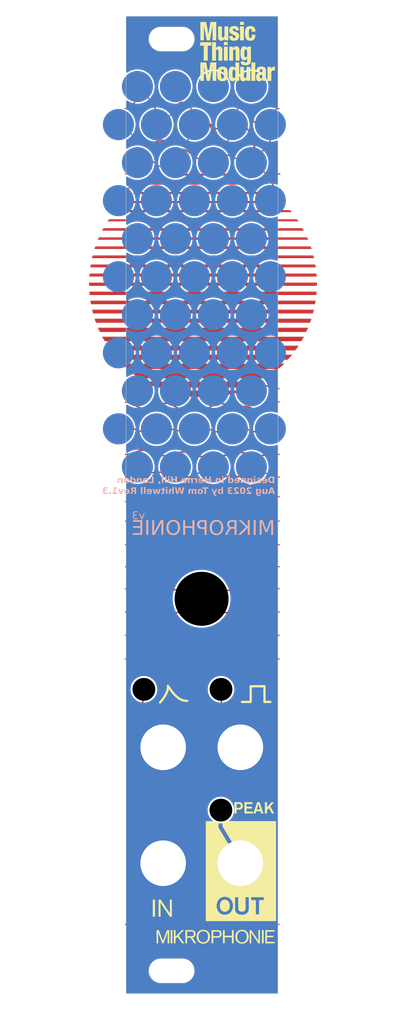
<source format=kicad_pcb>
(kicad_pcb (version 20221018) (generator pcbnew)
  (layers (0 "F.Cu" signal) (31 "B.Cu" signal) (34 "B.Paste" user) (35 "F.Paste" user) (36 "B.SilkS" user "B.Silkscreen") (37 "F.SilkS" user "F.Silkscreen") (38 "B.Mask" user) (39 "F.Mask" user) (44 "Edge.Cuts" user))
  (net 0 "")
  (net 1 "GND")
  (footprint "" (layer "F.Cu") (at 151.0081 129.2486)
    (fp_text reference "@HOLE1" hide)
    (fp_text value "" (at 0 0) (layer "F.SilkS") (effects (font (size 1.27 1.27))))
    (pad "" np_thru_hole circle (at 0 0) (size 3.2004 3.2004) (drill 3) (layers "*.Mask"))
  )
  (footprint "" (layer "F.Cu") (at 150.9881 145.1236)
    (fp_text reference "@HOLE2" hide)
    (fp_text value "" (at 0 0) (layer "F.SilkS") (effects (font (size 1.27 1.27))))
    (pad "" np_thru_hole circle (at 0 0) (size 3.2004 3.2004) (drill 3) (layers "*.Mask"))
  )
  (footprint "" (layer "F.Cu") (at 153.86 123.73)
    (fp_text reference "" (at 0 0) (layer "F.SilkS") (effects (font (size 1.27 1.27))))
    (fp_text value "" (at 0 0) (layer "F.SilkS") (effects (font (size 1.27 1.27))))
    (pad "" np_thru_hole circle (at -5.4119 -6.3877) (size 7.3 7.3) (drill 7.1) (layers "*.Mask"))
  )
  (footprint "" (layer "F.Cu") (at 140.8481 129.2486)
    (fp_text reference "@HOLE0" hide)
    (fp_text value "" (at 0 0) (layer "F.SilkS") (effects (font (size 1.27 1.27))))
    (pad "" np_thru_hole circle (at 0 0) (size 3.2004 3.2004) (drill 3) (layers "*.Mask"))
  )
  (gr_poly (pts (xy 158.703653 125.331531) (xy 138.351409 125.331531) (xy 138.351409 125.159961) (xy 158.703653 125.159961)) (fill solid) (layer "F.Cu"))
  (gr_poly (pts (xy 158.711578 116.103839) (xy 158.488493 116.105091) (xy 158.291024 116.108624) (xy 158.115655 116.114103) (xy 157.958868 116.121193) (xy 157.686978 116.138866) (xy 157.447224 116.158964) (xy 157.204778 116.179163) (xy 157.073122 116.188579) (xy 156.929775 116.197071) (xy 156.771182 116.204288) (xy 156.593791 116.209877) (xy 156.39405 116.213488) (xy 156.168406 116.21477) (xy 155.945435 116.215991) (xy 155.748052 116.219433) (xy 155.572744 116.224764) (xy 155.415998 116.231654) (xy 155.144146 116.248785) (xy 154.904398 116.268176) (xy 154.661952 116.288014) (xy 154.530296 116.297202) (xy 154.386948 116.305462) (xy 154.228355 116.312463) (xy 154.050965 116.317873) (xy 153.851224 116.321362) (xy 153.625579 116.322599) (xy 152.870202 116.321135) (xy 152.353312 116.318123) (xy 151.837108 116.314981) (xy 151.082417 116.313647) (xy 150.856529 116.31221) (xy 150.656572 116.308156) (xy 150.47899 116.301873) (xy 150.320227 116.29375) (xy 150.044926 116.27353) (xy 149.802215 116.250598) (xy 149.562468 116.22792) (xy 149.432312 116.217394) (xy 149.290618 116.207922) (xy 149.133873 116.199886) (xy 148.958565 116.193672) (xy 148.761181 116.189662) (xy 148.538207 116.18824) (xy 148.116942 116.191072) (xy 147.784206 116.198492) (xy 147.511865 116.208883) (xy 147.271789 116.22063) (xy 147.029876 116.232575) (xy 146.755501 116.243065) (xy 146.59729 116.24727) (xy 146.420341 116.250519) (xy 146.221116 116.252613) (xy 145.996073 116.253355) (xy 145.572064 116.251643) (xy 145.237163 116.247155) (xy 144.721394 116.233722) (xy 144.480377 116.226638) (xy 144.207163 116.220457) (xy 143.873424 116.216083) (xy 143.450836 116.214424) (xy 143.22508 116.213343) (xy 143.025253 116.210291) (xy 142.847796 116.205561) (xy 142.68915 116.199442) (xy 142.414055 116.184199) (xy 142.171498 116.166888) (xy 141.931225 116.14983) (xy 141.80078 116.14192) (xy 141.658766 116.134805) (xy 141.50166 116.128773) (xy 141.325941 116.124109) (xy 141.128086 116.1211) (xy 140.904571 116.120034) (xy 140.147983 116.117447) (xy 139.630401 116.111763) (xy 139.113506 116.106382) (xy 138.780547 116.104545) (xy 138.358123 116.103839) (xy 138.358123 115.933653) (xy 139.114798 115.936235) (xy 139.632466 115.941923) (xy 140.14934 115.947304) (xy 140.482247 115.949141) (xy 140.904571 115.949847) (xy 141.130327 115.950929) (xy 141.330153 115.95398) (xy 141.50761 115.958711) (xy 141.666257 115.96483) (xy 141.941351 115.980072) (xy 142.183908 115.997383) (xy 142.424182 116.014442) (xy 142.554627 116.022352) (xy 142.696641 116.029466) (xy 142.853746 116.035499) (xy 143.029465 116.040163) (xy 143.227321 116.043171) (xy 143.450836 116.044238) (xy 143.87525 116.04595) (xy 144.210395 116.050439) (xy 144.726562 116.063881) (xy 144.967362 116.070963) (xy 145.240395 116.077141) (xy 145.57389 116.081511) (xy 145.996073 116.083168) (xy 146.417538 116.080338) (xy 146.750377 116.072922) (xy 147.022755 116.062535) (xy 147.262837 116.050789) (xy 147.5047 116.038842) (xy 147.778955 116.028349) (xy 147.937102 116.024142) (xy 148.113994 116.020891) (xy 148.31318 116.018796) (xy 148.538207 116.018054) (xy 148.764207 116.019491) (xy 148.964247 116.023545) (xy 149.141888 116.029828) (xy 149.300693 116.037951) (xy 149.576033 116.058171) (xy 149.818755 116.081103) (xy 150.058444 116.103781) (xy 150.188544 116.114307) (xy 150.330175 116.12378) (xy 150.486858 116.131815) (xy 150.662112 116.138029) (xy 150.859458 116.142039) (xy 151.082417 116.143461) (xy 151.837791 116.144924) (xy 152.354685 116.147937) (xy 152.870888 116.151079) (xy 153.625579 116.152413) (xy 153.848667 116.151192) (xy 154.046137 116.147752) (xy 154.221507 116.142422) (xy 154.378293 116.135534) (xy 154.65018 116.118407) (xy 154.889933 116.099017) (xy 155.132375 116.079174) (xy 155.264019 116.069983) (xy 155.407343 116.061722) (xy 155.565895 116.054721) (xy 155.743224 116.04931) (xy 155.942878 116.04582) (xy 156.168406 116.044584) (xy 156.391493 116.043332) (xy 156.588963 116.039799) (xy 156.764333 116.03432) (xy 156.921119 116.02723) (xy 157.193006 116.009556) (xy 157.432759 115.989459) (xy 157.675205 115.969259) (xy 157.806861 115.959843) (xy 157.950209 115.951351) (xy 158.108801 115.944135) (xy 158.286192 115.938546) (xy 158.485933 115.934934) (xy 158.711578 115.933653)) (fill solid) (layer "F.Cu"))
  (gr_poly (pts (xy 163.580894 74.683459) (xy 163.589837 74.782929) (xy 163.597999 74.882558) (xy 163.605509 74.982196) (xy 133.665893 74.982196) (xy 133.673377 74.882337) (xy 133.681921 74.782732) (xy 133.701039 74.584303) (xy 163.571044 74.584303)) (fill solid) (layer "F.Cu"))
  (gr_poly (pts (xy 157.642383 63.923091) (xy 157.728261 63.982792) (xy 157.899037 64.10345) (xy 139.373555 64.10345) (xy 139.460172 64.04287) (xy 139.547336 63.982925) (xy 139.72291 63.864197) (xy 157.555928 63.864197)) (fill solid) (layer "F.Cu"))
  (gr_poly (pts (xy 158.711578 91.519468) (xy 158.60118 91.522144) (xy 158.497562 91.529957) (xy 158.400245 91.542586) (xy 158.308748 91.559711) (xy 158.222592 91.581011) (xy 158.141298 91.606164) (xy 158.064386 91.634849) (xy 157.991378 91.666746) (xy 157.921793 91.701534) (xy 157.855153 91.738892) (xy 157.790978 91.778498) (xy 157.728788 91.820032) (xy 157.608447 91.907599) (xy 157.490295 91.999026) (xy 157.367845 92.093664) (xy 157.305067 92.140297) (xy 157.240631 92.185946) (xy 157.174072 92.230215) (xy 157.104923 92.272709) (xy 157.032718 92.313033) (xy 156.95699 92.350791) (xy 156.877273 92.385587) (xy 156.793102 92.417027) (xy 156.7492 92.431365) (xy 156.704009 92.444715) (xy 156.657472 92.457028) (xy 156.609529 92.468255) (xy 156.560123 92.478347) (xy 156.509195 92.487253) (xy 156.456686 92.494924) (xy 156.40254 92.501312) (xy 156.346697 92.506366) (xy 156.289099 92.510037) (xy 156.229688 92.512276) (xy 156.168406 92.513034) (xy 156.050435 92.51178) (xy 155.939491 92.508127) (xy 155.835121 92.502242) (xy 155.736875 92.494291) (xy 155.644301 92.484437) (xy 155.556949 92.472848) (xy 155.474366 92.459688) (xy 155.396102 92.445123) (xy 155.250726 92.41244) (xy 155.117211 92.376123) (xy 154.991948 92.337497) (xy 154.871327 92.297885) (xy 154.751344 92.258483) (xy 154.629056 92.220725) (xy 154.565812 92.202811) (xy 154.50051 92.185725) (xy 154.432655 92.169606) (xy 154.361753 92.154594) (xy 154.287311 92.140827) (xy 154.208835 92.128445) (xy 154.125829 92.117586) (xy 154.037801 92.10839) (xy 153.944256 92.100995) (xy 153.8447 92.095541) (xy 153.738639 92.092167) (xy 153.625579 92.091011) (xy 153.397765 92.087472) (xy 153.196133 92.077489) (xy 153.017084 92.062016) (xy 152.857023 92.042005) (xy 152.712352 92.018408) (xy 152.579473 91.992179) (xy 152.334706 91.935636) (xy 152.214089 91.906897) (xy 152.091171 91.879357) (xy 151.96197 91.853828) (xy 151.89377 91.842071) (xy 151.822507 91.831121) (xy 151.747682 91.821079) (xy 151.6688 91.812047) (xy 151.585361 91.804127) (xy 151.49687 91.797419) (xy 151.402827 91.792025) (xy 151.302736 91.788046) (xy 151.196098 91.785585) (xy 151.082417 91.784742) (xy 150.970415 91.78648) (xy 150.865336 91.791553) (xy 150.766692 91.799754) (xy 150.673993 91.810874) (xy 150.586751 91.824703) (xy 150.504476 91.841034) (xy 150.42668 91.859658) (xy 150.352873 91.880365) (xy 150.282566 91.902948) (xy 150.215271 91.927197) (xy 150.150498 91.952904) (xy 150.087758 91.979861) (xy 149.966422 92.036687) (xy 149.84735 92.096006) (xy 149.725702 92.156461) (xy 149.599388 92.215424) (xy 149.533335 92.243713) (xy 149.464741 92.27087) (xy 149.393147 92.296642) (xy 149.318095 92.320775) (xy 149.239128 92.343017) (xy 149.155785 92.363114) (xy 149.067611 92.380814) (xy 148.974145 92.395863) (xy 148.87493 92.408009) (xy 148.769507 92.416998) (xy 148.657419 92.422576) (xy 148.538207 92.424492) (xy 147.783003 92.42221) (xy 147.266286 92.417087) (xy 146.750419 92.412028) (xy 146.417929 92.41033) (xy 145.996073 92.409681) (xy 145.876672 92.407625) (xy 145.764404 92.401637) (xy 145.65881 92.391989) (xy 145.559433 92.378952) (xy 145.465816 92.362798) (xy 145.3775 92.343797) (xy 145.294027 92.32222) (xy 145.214941 92.29834) (xy 145.139783 92.272427) (xy 145.068095 92.244752) (xy 144.999421 92.215588) (xy 144.933301 92.185204) (xy 144.806897 92.121864) (xy 144.685221 92.056903) (xy 144.56615 91.993373) (xy 144.506012 91.962499) (xy 144.444822 91.932517) (xy 144.382092 91.90365) (xy 144.317333 91.876122) (xy 144.250059 91.850156) (xy 144.17978 91.825974) (xy 144.106008 91.803802) (xy 144.028257 91.783861) (xy 143.946037 91.766375) (xy 143.858861 91.751568) (xy 143.766241 91.739663) (xy 143.667689 91.730882) (xy 143.562716 91.72545) (xy 143.450836 91.72359) (xy 143.338802 91.725367) (xy 143.233692 91.730556) (xy 143.135015 91.738945) (xy 143.042283 91.750319) (xy 142.955007 91.764465) (xy 142.872696 91.781171) (xy 142.794862 91.800223) (xy 142.721015 91.821408) (xy 142.650667 91.844513) (xy 142.583328 91.869324) (xy 142.518509 91.895628) (xy 142.45572 91.923213) (xy 142.334278 91.981369) (xy 142.215087 92.042087) (xy 142.093359 92.104077) (xy 141.966933 92.164515) (xy 141.900814 92.193505) (xy 141.832147 92.221331) (xy 141.760474 92.247735) (xy 141.685336 92.272457) (xy 141.606277 92.29524) (xy 141.522837 92.315824) (xy 141.43456 92.333951) (xy 141.340986 92.349362) (xy 141.241658 92.361798) (xy 141.136119 92.371002) (xy 141.023909 92.376714) (xy 140.904571 92.378675) (xy 140.784521 92.376248) (xy 140.671659 92.369179) (xy 140.565524 92.357789) (xy 140.465654 92.342399) (xy 140.371586 92.32333) (xy 140.282859 92.3009) (xy 140.199011 92.275432) (xy 140.119579 92.247245) (xy 140.044101 92.21666) (xy 139.972116 92.183997) (xy 139.903162 92.149577) (xy 139.836776 92.11372) (xy 139.709861 92.038978) (xy 139.587676 91.962334) (xy 139.468934 91.887761) (xy 139.408969 91.851523) (xy 139.347961 91.816333) (xy 139.285426 91.782453) (xy 139.22088 91.750145) (xy 139.153837 91.71967) (xy 139.083812 91.691292) (xy 139.010322 91.665271) (xy 138.93288 91.64187) (xy 138.851004 91.621351) (xy 138.764207 91.603975) (xy 138.672005 91.590005) (xy 138.573914 91.579701) (xy 138.469448 91.573327) (xy 138.358123 91.571144) (xy 138.358123 91.407845) (xy 138.478204 91.410272) (xy 138.591091 91.417342) (xy 138.697249 91.428732) (xy 138.797138 91.444124) (xy 138.891222 91.463197) (xy 138.979963 91.48563) (xy 139.063822 91.511104) (xy 139.143263 91.539299) (xy 139.218747 91.569893) (xy 139.290737 91.602567) (xy 139.359696 91.637001) (xy 139.426084 91.672875) (xy 139.553003 91.747659) (xy 139.675191 91.824359) (xy 139.793925 91.898875) (xy 139.853882 91.93509) (xy 139.914879 91.97026) (xy 139.9774 92.004123) (xy 140.041932 92.036418) (xy 140.10896 92.06688) (xy 140.178968 92.095249) (xy 140.252443 92.121263) (xy 140.329868 92.144659) (xy 140.411731 92.165174) (xy 140.498514 92.182548) (xy 140.590705 92.196517) (xy 140.688788 92.206819) (xy 140.793248 92.213193) (xy 140.904571 92.215376) (xy 141.016604 92.213598) (xy 141.121714 92.208409) (xy 141.220391 92.200021) (xy 141.313123 92.188647) (xy 141.4004 92.1745) (xy 141.482711 92.157794) (xy 141.560545 92.138742) (xy 141.634391 92.117557) (xy 141.704739 92.094453) (xy 141.772078 92.069641) (xy 141.836898 92.043337) (xy 141.899686 92.015753) (xy 142.021128 91.957597) (xy 142.140319 91.896879) (xy 142.262048 91.834889) (xy 142.388473 91.774451) (xy 142.454592 91.74546) (xy 142.523259 91.717634) (xy 142.594933 91.69123) (xy 142.67007 91.666508) (xy 142.749129 91.643725) (xy 142.832569 91.623141) (xy 142.920847 91.605015) (xy 143.01442 91.589604) (xy 143.113748 91.577167) (xy 143.219288 91.567963) (xy 143.331498 91.562252) (xy 143.450836 91.56029) (xy 143.570358 91.562346) (xy 143.682733 91.568334) (xy 143.788421 91.577982) (xy 143.88788 91.59102) (xy 143.98157 91.607174) (xy 144.06995 91.626176) (xy 144.153479 91.647752) (xy 144.232617 91.671633) (xy 144.307822 91.697546) (xy 144.379555 91.725221) (xy 144.448274 91.754386) (xy 144.514438 91.78477) (xy 144.64094 91.848109) (xy 144.762735 91.913068) (xy 144.88169 91.9766) (xy 144.941778 92.007474) (xy 145.002922 92.037457) (xy 145.065607 92.066323) (xy 145.130322 92.093852) (xy 145.197551 92.119818) (xy 145.267782 92.143999) (xy 145.341502 92.166171) (xy 145.419196 92.186112) (xy 145.501351 92.203597) (xy 145.588454 92.218404) (xy 145.680991 92.230309) (xy 145.779449 92.239089) (xy 145.884314 92.244521) (xy 145.996073 92.246381) (xy 146.751585 92.248666) (xy 147.268351 92.253792) (xy 147.784165 92.258851) (xy 148.116551 92.260549) (xy 148.538207 92.261198) (xy 148.650214 92.25946) (xy 148.755304 92.254387) (xy 148.853967 92.246186) (xy 148.946691 92.235066) (xy 149.033965 92.221236) (xy 149.116276 92.204906) (xy 149.194114 92.186282) (xy 149.267968 92.165575) (xy 149.338325 92.142992) (xy 149.405674 92.118743) (xy 149.470505 92.093035) (xy 149.533304 92.066079) (xy 149.654765 92.009253) (xy 149.773966 91.949934) (xy 149.895499 91.889429) (xy 150.021723 91.830442) (xy 150.087737 91.802149) (xy 150.156296 91.774992) (xy 150.227856 91.749224) (xy 150.302875 91.725097) (xy 150.38181 91.702864) (xy 150.465119 91.682776) (xy 150.553258 91.665087) (xy 150.646685 91.650048) (xy 150.745857 91.637911) (xy 150.851232 91.62893) (xy 150.963266 91.623356) (xy 151.082417 91.621442) (xy 151.310231 91.624982) (xy 151.511864 91.634965) (xy 151.690912 91.650438) (xy 151.850973 91.670449) (xy 151.995644 91.694046) (xy 152.128523 91.720274) (xy 152.37329 91.776818) (xy 152.493907 91.805556) (xy 152.616825 91.833096) (xy 152.746026 91.858626) (xy 152.814226 91.870383) (xy 152.88549 91.881333) (xy 152.960314 91.891374) (xy 153.039196 91.900406) (xy 153.122635 91.908327) (xy 153.211127 91.915035) (xy 153.305169 91.920429) (xy 153.405261 91.924407) (xy 153.511898 91.926869) (xy 153.625579 91.927712) (xy 153.74361 91.928966) (xy 153.854608 91.932618) (xy 153.959025 91.938503) (xy 154.057311 91.946455) (xy 154.149919 91.956308) (xy 154.2373 91.967898) (xy 154.319906 91.981057) (xy 154.398189 91.995622) (xy 154.543591 92.028305) (xy 154.677118 92.06462) (xy 154.802385 92.103245) (xy 154.923003 92.142856) (xy 155.042972 92.18226) (xy 155.165221 92.220018) (xy 155.228438 92.237933) (xy 155.293711 92.255019) (xy 155.361535 92.271138) (xy 155.432404 92.286151) (xy 155.506814 92.299918) (xy 155.585259 92.3123) (xy 155.668236 92.323159) (xy 155.756238 92.332355) (xy 155.849761 92.33975) (xy 155.9493 92.345204) (xy 156.05535 92.348579) (xy 156.168406 92.349734) (xy 156.278803 92.347059) (xy 156.382421 92.339246) (xy 156.479739 92.326616) (xy 156.571236 92.309492) (xy 156.657392 92.288193) (xy 156.738686 92.26304) (xy 156.815598 92.234355) (xy 156.888606 92.202458) (xy 156.958192 92.167671) (xy 157.024833 92.130314) (xy 157.089009 92.090708) (xy 157.1512 92.049175) (xy 157.271543 91.961608) (xy 157.389699 91.870181) (xy 157.512145 91.775542) (xy 157.574922 91.728908) (xy 157.639356 91.683258) (xy 157.705915 91.638989) (xy 157.775063 91.596494) (xy 157.847267 91.55617) (xy 157.922995 91.518412) (xy 158.002711 91.483615) (xy 158.086882 91.452175) (xy 158.130784 91.437837) (xy 158.175974 91.424487) (xy 158.222512 91.412174) (xy 158.270455 91.400947) (xy 158.319861 91.390855) (xy 158.370789 91.381949) (xy 158.423297 91.374278) (xy 158.477443 91.36789) (xy 158.533286 91.362836) (xy 158.590884 91.359165) (xy 158.650295 91.356926) (xy 158.711578 91.356168)) (fill solid) (layer "F.Cu"))
  (gr_poly (pts (xy 140.80018 131.978839) (xy 143.56487 136.502246) (xy 143.418111 136.591825) (xy 140.628621 132.027067) (xy 140.628621 129.280983) (xy 140.80018 129.280983)) (fill solid) (layer "F.Cu"))
  (gr_poly (pts (xy 163.450645 78.265648) (xy 163.428598 78.383658) (xy 163.405262 78.50131) (xy 163.380899 78.618843) (xy 133.887623 78.618843) (xy 133.863587 78.50131) (xy 133.840325 78.383658) (xy 133.818228 78.265648) (xy 133.797688 78.147042) (xy 163.47114 78.147042)) (fill solid) (layer "F.Cu"))
  (gr_poly (pts (xy 155.320546 89.16173) (xy 155.552125 89.165734) (xy 155.830535 89.168641) (xy 156.168406 89.170255) (xy 156.286623 89.171634) (xy 156.397793 89.175649) (xy 156.502368 89.182118) (xy 156.6008 89.190859) (xy 156.693545 89.20169) (xy 156.781053 89.21443) (xy 156.86378 89.228896) (xy 156.942177 89.244906) (xy 157.016699 89.26228) (xy 157.087798 89.280833) (xy 157.221541 89.320755) (xy 157.347031 89.363216) (xy 157.467895 89.406761) (xy 157.587732 89.449927) (xy 157.709842 89.49128) (xy 157.772985 89.510897) (xy 157.838178 89.529605) (xy 157.905915 89.547252) (xy 157.976692 89.563687) (xy 158.051 89.578757) (xy 158.129336 89.59231) (xy 158.212192 89.604195) (xy 158.300063 89.61426) (xy 158.393443 89.622353) (xy 158.492827 89.628321) (xy 158.598707 89.632014) (xy 158.711578 89.633278) (xy 158.711578 89.795886) (xy 158.593362 89.794507) (xy 158.482193 89.790493) (xy 158.377619 89.784024) (xy 158.279187 89.775283) (xy 158.186443 89.764451) (xy 158.098934 89.751712) (xy 158.016208 89.737246) (xy 157.93781 89.721235) (xy 157.863287 89.703862) (xy 157.792188 89.685308) (xy 157.658444 89.645386) (xy 157.532952 89.602925) (xy 157.412088 89.55938) (xy 157.290882 89.515988) (xy 157.167206 89.474765) (xy 157.103184 89.455301) (xy 157.037038 89.436779) (xy 156.968262 89.419335) (xy 156.896357 89.403102) (xy 156.820817 89.388213) (xy 156.741142 89.374802) (xy 156.656827 89.363003) (xy 156.567371 89.35295) (xy 156.472271 89.344776) (xy 156.371025 89.338615) (xy 156.263129 89.334601) (xy 156.148081 89.332868) (xy 155.813986 89.331738) (xy 155.540322 89.328734) (xy 155.118346 89.31943) (xy 155.123168 89.156822)) (fill solid) (layer "F.Cu"))
  (gr_poly (pts (xy 155.778471 62.726337) (xy 155.890912 62.782381) (xy 156.00283 62.839231) (xy 156.114481 62.896637) (xy 141.162953 62.896637) (xy 141.382367 62.782446) (xy 141.492929 62.726173) (xy 141.604634 62.671351) (xy 155.665252 62.671351)) (fill solid) (layer "F.Cu"))
  (gr_poly (pts (xy 163.635141 75.917026) (xy 163.634871 75.951828) (xy 163.634139 75.986487) (xy 163.631779 76.055526) (xy 163.62903 76.124433) (xy 163.626861 76.1935) (xy 133.641977 76.1935) (xy 133.639858 76.124433) (xy 133.637228 76.055526) (xy 133.634989 75.986487) (xy 133.634298 75.951828) (xy 133.634043 75.917026) (xy 133.634053 75.917026) (xy 133.634277 75.898925) (xy 133.634874 75.880907) (xy 133.63673 75.844998) (xy 133.638709 75.809056) (xy 133.639461 75.790998) (xy 133.639902 75.77284) (xy 163.631021 75.77284)) (fill solid) (layer "F.Cu"))
  (gr_poly (pts (xy 163.180405 72.249717) (xy 163.192375 72.293978) (xy 163.215269 72.382878) (xy 163.258941 72.561155) (xy 134.009887 72.561155) (xy 134.033375 72.471751) (xy 134.058162 72.382889) (xy 134.10913 72.20563) (xy 163.167988 72.20563)) (fill solid) (layer "F.Cu"))
  (gr_poly (pts (xy 141.132812 109.881137) (xy 141.334827 109.891339) (xy 141.514219 109.907152) (xy 141.674588 109.927604) (xy 141.819535 109.951721) (xy 141.952661 109.97853) (xy 142.197855 110.036334) (xy 142.318537 110.065703) (xy 142.441522 110.093828) (xy 142.570794 110.119885) (xy 142.639032 110.131881) (xy 142.710335 110.143051) (xy 142.785201 110.153293) (xy 142.864128 110.162503) (xy 142.947612 110.170579) (xy 143.036153 110.177417) (xy 143.130248 110.182914) (xy 143.230395 110.186969) (xy 143.337092 110.189477) (xy 143.450836 110.190336) (xy 143.674393 110.18927) (xy 143.872253 110.186266) (xy 144.04795 110.181615) (xy 144.205014 110.175607) (xy 144.477376 110.160686) (xy 144.7176 110.143827) (xy 144.960042 110.126769) (xy 145.091686 110.118859) (xy 145.23501 110.111744) (xy 145.393562 110.105712) (xy 145.570891 110.101048) (xy 145.770545 110.098039) (xy 145.996073 110.096972) (xy 146.218917 110.095551) (xy 146.416172 110.091541) (xy 146.591352 110.085326) (xy 146.747969 110.077291) (xy 147.019559 110.057293) (xy 147.259043 110.034615) (xy 147.501694 110.011684) (xy 147.633413 110.001043) (xy 147.776803 109.991468) (xy 147.93542 109.983346) (xy 148.112822 109.977065) (xy 148.312566 109.973013) (xy 148.538207 109.971576) (xy 148.763967 109.972827) (xy 148.963798 109.976355) (xy 149.141263 109.981821) (xy 149.299922 109.988886) (xy 149.575066 110.006453) (xy 149.817718 110.026345) (xy 150.057524 110.046188) (xy 150.187748 110.055378) (xy 150.329531 110.06364) (xy 150.48638 110.070641) (xy 150.661805 110.076052) (xy 150.859315 110.079541) (xy 151.082417 110.080778) (xy 151.305258 110.07931) (xy 151.502511 110.075169) (xy 151.67769 110.068752) (xy 151.834305 110.060453) (xy 151.975871 110.050668) (xy 152.105898 110.039794) (xy 152.345387 110.016355) (xy 152.588244 109.992667) (xy 152.720048 109.981675) (xy 152.863527 109.971785) (xy 153.022251 109.963397) (xy 153.199789 109.95691) (xy 153.399708 109.952725) (xy 153.625579 109.951241) (xy 153.851808 109.953034) (xy 154.052029 109.958089) (xy 154.229819 109.965922) (xy 154.388755 109.976048) (xy 154.532414 109.987983) (xy 154.664374 110.001241) (xy 154.907501 110.029793) (xy 155.146666 110.057891) (xy 155.276482 110.070971) (xy 155.417805 110.08276) (xy 155.574147 110.092773) (xy 155.749019 110.100525) (xy 155.945934 110.105531) (xy 156.168406 110.107308) (xy 156.592165 110.108965) (xy 156.926845 110.113336) (xy 157.442402 110.126605) (xy 157.68315 110.133541) (xy 157.956068 110.139735) (xy 158.289447 110.144186) (xy 158.711578 110.145892) (xy 158.711578 110.314013) (xy 158.287818 110.312356) (xy 157.953138 110.307985) (xy 157.437581 110.294716) (xy 157.196835 110.28778) (xy 156.923919 110.281586) (xy 156.590541 110.277135) (xy 156.168406 110.275429) (xy 155.942291 110.273636) (xy 155.742156 110.268581) (xy 155.564427 110.260748) (xy 155.405532 110.250622) (xy 155.261898 110.238687) (xy 155.129951 110.225428) (xy 154.88683 110.196877) (xy 154.64766 110.168779) (xy 154.51783 110.155699) (xy 154.376482 110.14391) (xy 154.220099 110.133897) (xy 154.045166 110.126145) (xy 153.848164 110.121139) (xy 153.625579 110.119362) (xy 153.402739 110.120831) (xy 153.205485 110.124972) (xy 153.030307 110.131391) (xy 152.873691 110.139691) (xy 152.732126 110.149476) (xy 152.602098 110.160351) (xy 152.362609 110.183785) (xy 152.119753 110.207477) (xy 151.987949 110.218469) (xy 151.844469 110.228358) (xy 151.685745 110.236745) (xy 151.508208 110.243231) (xy 151.308288 110.247415) (xy 151.082417 110.248899) (xy 150.856772 110.247648) (xy 150.657026 110.244119) (xy 150.479623 110.238653) (xy 150.321005 110.231588) (xy 150.045899 110.214017) (xy 149.803252 110.19412) (xy 149.563441 110.174281) (xy 149.433204 110.165091) (xy 149.291396 110.156829) (xy 149.134506 110.149826) (xy 148.959019 110.144414) (xy 148.761424 110.140924) (xy 148.538207 110.139687) (xy 148.315481 110.141109) (xy 148.118313 110.145119) (xy 147.943196 110.151333) (xy 147.786622 110.159368) (xy 147.515067 110.179366) (xy 147.275583 110.202044) (xy 147.032932 110.224976) (xy 146.901202 110.235619) (xy 146.757788 110.245196) (xy 146.599129 110.25332) (xy 146.421664 110.259602) (xy 146.221832 110.263656) (xy 145.996073 110.265094) (xy 145.77273 110.26616) (xy 145.575008 110.269164) (xy 145.399393 110.273815) (xy 145.242374 110.279822) (xy 144.970071 110.294744) (xy 144.73 110.311603) (xy 144.487403 110.328661) (xy 144.355728 110.336571) (xy 144.212378 110.343685) (xy 144.053782 110.349718) (xy 143.876372 110.354382) (xy 143.67658 110.357391) (xy 143.450836 110.358457) (xy 143.222595 110.35484) (xy 143.020579 110.344639) (xy 142.841187 110.328825) (xy 142.680819 110.308373) (xy 142.535872 110.284254) (xy 142.402746 110.257443) (xy 142.157551 110.199634) (xy 142.03687 110.170268) (xy 141.913884 110.142146) (xy 141.784612 110.11609) (xy 141.716374 110.104095) (xy 141.645071 110.092925) (xy 141.570205 110.082684) (xy 141.491279 110.073474) (xy 141.407794 110.065399) (xy 141.319253 110.058561) (xy 141.225158 110.053063) (xy 141.125011 110.049009) (xy 141.018315 110.046501) (xy 140.904571 110.045642) (xy 140.683643 110.048543) (xy 140.488972 110.056774) (xy 140.316565 110.069623) (xy 140.162433 110.08638) (xy 140.022585 110.106335) (xy 139.893029 110.128777) (xy 139.648834 110.178281) (xy 139.528749 110.203302) (xy 139.404067 110.227685) (xy 139.271194 110.250598) (xy 139.126533 110.27121) (xy 139.048659 110.280393) (xy 138.96649 110.288689) (xy 138.879577 110.295994) (xy 138.787471 110.302204) (xy 138.689722 110.307215) (xy 138.58588 110.310922) (xy 138.475497 110.313223) (xy 138.358123 110.314013) (xy 138.358123 110.145892) (xy 138.579108 110.142991) (xy 138.773822 110.13476) (xy 138.94626 110.121911) (xy 139.100412 110.105154) (xy 139.240273 110.085199) (xy 139.369835 110.062756) (xy 139.614033 110.013253) (xy 139.734117 109.988232) (xy 139.858795 109.963849) (xy 139.991662 109.940936) (xy 140.136309 109.920324) (xy 140.214173 109.911141) (xy 140.29633 109.902845) (xy 140.383229 109.89554) (xy 140.475319 109.88933) (xy 140.573049 109.884319) (xy 140.676868 109.880612) (xy 140.787226 109.878311) (xy 140.904571 109.877521)) (fill solid) (layer "F.Cu"))
  (gr_poly (pts (xy 158.711578 119.163775) (xy 158.289921 119.164782) (xy 157.957534 119.167436) (xy 157.441711 119.175484) (xy 156.924435 119.183843) (xy 156.591186 119.186536) (xy 156.168406 119.187549) (xy 155.747135 119.190439) (xy 155.414361 119.198011) (xy 155.141918 119.20862) (xy 154.901641 119.220619) (xy 154.659723 119.232815) (xy 154.38531 119.243527) (xy 154.227058 119.247822) (xy 154.050048 119.251139) (xy 153.850736 119.253278) (xy 153.625579 119.254036) (xy 152.870202 119.252573) (xy 152.353312 119.24956) (xy 151.837108 119.246413) (xy 151.082417 119.245074) (xy 150.326689 119.242665) (xy 149.809448 119.23715) (xy 149.293071 119.231941) (xy 148.960323 119.230223) (xy 148.538207 119.229571) (xy 147.266967 119.227852) (xy 145.996073 119.225787) (xy 145.573744 119.227439) (xy 145.240265 119.231772) (xy 144.726562 119.244739) (xy 144.484497 119.251621) (xy 144.210136 119.257696) (xy 143.875056 119.262028) (xy 143.450836 119.26368) (xy 143.025605 119.260257) (xy 142.689773 119.251278) (xy 142.414853 119.238682) (xy 142.172363 119.224404) (xy 141.931953 119.210132) (xy 141.659324 119.197538) (xy 141.502112 119.192476) (xy 141.326267 119.188561) (xy 141.128262 119.186034) (xy 140.904571 119.185138) (xy 140.148134 119.182939) (xy 139.630574 119.177895) (xy 139.113592 119.173162) (xy 138.358123 119.171008) (xy 138.358123 119.00013) (xy 139.114733 119.002327) (xy 139.632466 119.007363) (xy 140.14921 119.012104) (xy 140.904571 119.01426) (xy 141.329801 119.017683) (xy 141.665633 119.026661) (xy 141.940553 119.039258) (xy 142.183044 119.053536) (xy 142.423454 119.067808) (xy 142.696082 119.080401) (xy 142.853294 119.085463) (xy 143.02914 119.089379) (xy 143.227145 119.091906) (xy 143.450836 119.092802) (xy 143.873424 119.09115) (xy 144.207163 119.086818) (xy 144.721394 119.07386) (xy 144.963047 119.066973) (xy 145.237163 119.060894) (xy 145.572064 119.056561) (xy 145.996073 119.054909) (xy 147.267659 119.056974) (xy 148.538207 119.058703) (xy 149.294238 119.061112) (xy 149.811523 119.066618) (xy 150.327852 119.071835) (xy 150.660497 119.073554) (xy 151.082417 119.074206) (xy 151.837791 119.07567) (xy 152.354685 119.078682) (xy 152.870888 119.081824) (xy 153.625579 119.083158) (xy 154.04705 119.080268) (xy 154.379927 119.072696) (xy 154.652407 119.062087) (xy 154.892689 119.050087) (xy 155.134606 119.037888) (xy 155.408981 119.027176) (xy 155.567191 119.022882) (xy 155.744138 119.019566) (xy 155.943363 119.017428) (xy 156.168406 119.016671) (xy 156.590064 119.015663) (xy 156.922453 119.013008) (xy 157.438272 119.004952) (xy 157.955552 118.996601) (xy 158.288799 118.99391) (xy 158.711578 118.992897)) (fill solid) (layer "F.Cu"))
  (gr_poly (pts (xy 152.872416 61.520808) (xy 153.06489 61.579026) (xy 153.256326 61.639757) (xy 153.446604 61.702904) (xy 143.828613 61.702904) (xy 144.019415 61.639608) (xy 144.211513 61.579025) (xy 144.40491 61.520955) (xy 144.599609 61.465203) (xy 152.679026 61.465203)) (fill solid) (layer "F.Cu"))
  (gr_poly (pts (xy 146.017676 58.162814) (xy 146.046057 58.16611) (xy 146.075078 58.171117) (xy 146.10473 58.177782) (xy 146.165891 58.19588) (xy 146.229464 58.219985) (xy 146.295374 58.24968) (xy 146.363545 58.284546) (xy 146.433903 58.324167) (xy 146.506373 58.368123) (xy 146.580879 58.415997) (xy 146.657346 58.467372) (xy 146.735699 58.521829) (xy 146.897762 58.638318) (xy 147.066467 58.762123) (xy 147.261201 58.904674) (xy 147.460396 59.046667) (xy 147.662087 59.182847) (xy 147.763253 59.247114) (xy 147.864305 59.307957) (xy 147.964999 59.364718) (xy 148.065087 59.41674) (xy 148.164325 59.463366) (xy 148.262466 59.50394) (xy 148.359264 59.537804) (xy 148.454475 59.5643) (xy 148.547852 59.582773) (xy 148.639149 59.592565) (xy 148.732839 59.5947) (xy 148.82812 59.591118) (xy 148.924781 59.582241) (xy 149.022613 59.568492) (xy 149.121405 59.550293) (xy 149.220948 59.528069) (xy 149.321032 59.502242) (xy 149.421447 59.473234) (xy 149.521983 59.441469) (xy 149.622431 59.407369) (xy 149.82222 59.333858) (xy 150.019134 59.256084) (xy 150.211496 59.177429) (xy 150.443819 59.082711) (xy 150.55649 59.038424) (xy 150.666291 58.997294) (xy 150.772813 58.960153) (xy 150.87565 58.927832) (xy 150.974392 58.901164) (xy 151.022101 58.890209) (xy 151.068633 58.880979) (xy 151.096191 59.033252) (xy 151.052592 59.041931) (xy 151.007622 59.05233) (xy 150.961344 59.064347) (xy 150.913824 59.077877) (xy 150.815318 59.109059) (xy 150.712625 59.145046) (xy 150.606267 59.185005) (xy 150.496764 59.228105) (xy 150.270405 59.320402) (xy 150.072245 59.401714) (xy 149.869168 59.482362) (xy 149.662651 59.558677) (xy 149.558565 59.594065) (xy 149.454173 59.626993) (xy 149.349661 59.657005) (xy 149.245211 59.683642) (xy 149.141011 59.706445) (xy 149.037243 59.724955) (xy 148.934093 59.738715) (xy 148.831746 59.747266) (xy 148.730386 59.750149) (xy 148.630197 59.746905) (xy 148.580606 59.742859) (xy 148.530614 59.736493) (xy 148.429537 59.717141) (xy 148.327174 59.689527) (xy 148.223736 59.654329) (xy 148.119432 59.612222) (xy 148.014471 59.563885) (xy 147.909063 59.509995) (xy 147.803418 59.451229) (xy 147.697744 59.388264) (xy 147.592251 59.321778) (xy 147.382646 59.18095) (xy 147.176278 59.034164) (xy 146.974822 58.886836) (xy 146.670989 58.665597) (xy 146.526887 58.565793) (xy 146.457539 58.520153) (xy 146.390278 58.477947) (xy 146.325319 58.439621) (xy 146.262874 58.405621) (xy 146.203159 58.37639) (xy 146.146387 58.352374) (xy 146.092773 58.334018) (xy 146.042529 58.321767) (xy 145.995871 58.316067) (xy 145.973954 58.315813) (xy 145.953012 58.317363) (xy 145.91143 58.323312) (xy 145.870766 58.331964) (xy 145.830987 58.343238) (xy 145.792061 58.357052) (xy 145.753954 58.373326) (xy 145.716635 58.391978) (xy 145.68007 58.412926) (xy 145.644226 58.436089) (xy 145.609072 58.461385) (xy 145.574573 58.488734) (xy 145.540699 58.518054) (xy 145.507414 58.549264) (xy 145.474688 58.582282) (xy 145.442487 58.617026) (xy 145.379529 58.69137) (xy 145.318279 58.771645) (xy 145.258474 58.857199) (xy 145.199854 58.947382) (xy 145.142156 59.041542) (xy 145.085117 59.13903) (xy 145.028477 59.239193) (xy 144.915344 59.444941) (xy 144.788067 59.675977) (xy 144.656627 59.901384) (xy 144.588388 60.009603) (xy 144.51796 60.113566) (xy 144.444959 60.212323) (xy 144.369001 60.304924) (xy 144.289705 60.390419) (xy 144.206687 60.467859) (xy 144.163663 60.503262) (xy 144.119564 60.536294) (xy 144.074343 60.566838) (xy 144.027953 60.594774) (xy 143.980345 60.619985) (xy 143.931471 60.64235) (xy 143.881283 60.661752) (xy 143.829734 60.678071) (xy 143.776776 60.69119) (xy 143.722361 60.700989) (xy 143.666441 60.707349) (xy 143.608967 60.710152) (xy 143.602052 60.710252) (xy 143.595232 60.710303) (xy 143.581756 60.710325) (xy 143.513268 60.708858) (xy 143.445959 60.704528) (xy 143.379801 60.697438) (xy 143.314767 60.68769) (xy 143.250833 60.67539) (xy 143.187972 60.660639) (xy 143.065361 60.624203) (xy 142.946725 60.57921) (xy 142.831853 60.526488) (xy 142.720534 60.466866) (xy 142.61256 60.401171) (xy 142.507718 60.330231) (xy 142.405798 60.254876) (xy 142.306591 60.175932) (xy 142.209885 60.094229) (xy 142.023138 59.925855) (xy 141.843871 59.756378) (xy 141.716622 59.635172) (xy 141.593585 59.520664) (xy 141.533438 59.466904) (xy 141.474096 59.415998) (xy 141.415475 59.368339) (xy 141.357492 59.32432) (xy 141.300065 59.284335) (xy 141.243109 59.248775) (xy 141.186542 59.218035) (xy 141.130281 59.192508) (xy 141.102239 59.181821) (xy 141.074243 59.172586) (xy 141.046281 59.16485) (xy 141.018345 59.158663) (xy 140.990422 59.154074) (xy 140.962503 59.151132) (xy 140.934578 59.149886) (xy 140.906636 59.150386) (xy 140.852281 59.153462) (xy 140.79957 59.159657) (xy 140.748449 59.168875) (xy 140.698861 59.181024) (xy 140.650748 59.196007) (xy 140.604055 59.213731) (xy 140.558725 59.234102) (xy 140.514703 59.257026) (xy 140.47193 59.282407) (xy 140.430352 59.310151) (xy 140.389912 59.340165) (xy 140.350553 59.372354) (xy 140.312219 59.406623) (xy 140.274853 59.442879) (xy 140.2384 59.481026) (xy 140.202803 59.520971) (xy 140.133949 59.605876) (xy 140.067842 59.696839) (xy 140.004031 59.793106) (xy 139.942063 59.893921) (xy 139.881489 59.998531) (xy 139.821857 60.106179) (xy 139.703613 60.327576) (xy 139.580741 60.557233) (xy 139.517682 60.670397) (xy 139.452876 60.78117) (xy 139.385829 60.888595) (xy 139.316041 60.991712) (xy 139.243017 61.089561) (xy 139.166259 61.181184) (xy 139.08527 61.26562) (xy 138.999553 61.34191) (xy 138.954766 61.376701) (xy 138.908611 61.409096) (xy 138.861025 61.438975) (xy 138.811946 61.466217) (xy 138.761313 61.490704) (xy 138.709062 61.512315) (xy 138.655133 61.53093) (xy 138.599462 61.54643) (xy 138.541988 61.558694) (xy 138.482648 61.567602) (xy 138.42138 61.573035) (xy 138.358123 61.574873) (xy 138.358123 61.420187) (xy 138.41281 61.418545) (xy 138.465838 61.413686) (xy 138.517262 61.405705) (xy 138.56714 61.394702) (xy 138.615529 61.380774) (xy 138.662485 61.364017) (xy 138.708065 61.34453) (xy 138.752327 61.322411) (xy 138.795327 61.297755) (xy 138.837121 61.270662) (xy 138.877768 61.241229) (xy 138.917323 61.209553) (xy 138.955844 61.175731) (xy 138.993387 61.139862) (xy 139.03001 61.102043) (xy 139.065769 61.062371) (xy 139.134922 60.977858) (xy 139.201303 60.887106) (xy 139.265365 60.790892) (xy 139.327565 60.689999) (xy 139.388357 60.585206) (xy 139.448195 60.477293) (xy 139.566833 60.255229) (xy 139.68905 60.026684) (xy 139.751765 59.913994) (xy 139.816205 59.803598) (xy 139.882861 59.696423) (xy 139.952222 59.593398) (xy 140.024778 59.495452) (xy 140.101021 59.403514) (xy 140.181441 59.318512) (xy 140.266527 59.241374) (xy 140.310973 59.206045) (xy 140.35677 59.173029) (xy 140.403979 59.142445) (xy 140.452661 59.114406) (xy 140.502878 59.089031) (xy 140.55469 59.066434) (xy 140.608159 59.046731) (xy 140.663347 59.03004) (xy 140.720314 59.016475) (xy 140.779122 59.006153) (xy 140.839832 58.99919) (xy 140.902506 58.995702) (xy 140.936422 58.995788) (xy 140.97007 58.99766) (xy 141.003467 59.00127) (xy 141.036634 59.00657) (xy 141.06959 59.013512) (xy 141.102355 59.022046) (xy 141.134948 59.032124) (xy 141.167388 59.043699) (xy 141.231887 59.071142) (xy 141.29601 59.103989) (xy 141.35991 59.141851) (xy 141.423744 59.184342) (xy 141.487666 59.231074) (xy 141.551833 59.281659) (xy 141.6164 59.335711) (xy 141.681522 59.392842) (xy 141.814054 59.514793) (xy 141.950673 59.644412) (xy 142.121804 59.806267) (xy 142.209851 59.887202) (xy 142.299767 59.967086) (xy 142.391708 60.045129) (xy 142.485836 60.120538) (xy 142.58231 60.192522) (xy 142.681289 60.260289) (xy 142.782932 60.323048) (xy 142.8874 60.380007) (xy 142.994851 60.430375) (xy 143.049745 60.45284) (xy 143.105445 60.47336) (xy 143.16197 60.491837) (xy 143.219341 60.508171) (xy 143.277577 60.522264) (xy 143.336699 60.534016) (xy 143.396726 60.543329) (xy 143.457678 60.550103) (xy 143.519575 60.55424) (xy 143.582437 60.555641) (xy 143.594324 60.55562) (xy 143.600267 60.555568) (xy 143.606211 60.555469) (xy 143.65545 60.552922) (xy 143.703522 60.547038) (xy 143.750463 60.537927) (xy 143.796307 60.525699) (xy 143.841091 60.510468) (xy 143.88485 60.492344) (xy 143.92762 60.471439) (xy 143.969436 60.447863) (xy 144.010334 60.421729) (xy 144.05035 60.393148) (xy 144.089519 60.362231) (xy 144.127877 60.329089) (xy 144.16546 60.293835) (xy 144.202303 60.256579) (xy 144.273912 60.176508) (xy 144.342991 60.089767) (xy 144.409823 59.997248) (xy 144.474693 59.899843) (xy 144.537888 59.798441) (xy 144.599693 59.693934) (xy 144.660391 59.587215) (xy 144.779612 59.3707) (xy 144.896243 59.158918) (xy 145.016184 58.95172) (xy 145.078127 58.851843) (xy 145.141776 58.755515) (xy 145.207424 58.663538) (xy 145.275362 58.576713) (xy 145.345884 58.495841) (xy 145.419283 58.421723) (xy 145.49585 58.35516) (xy 145.535414 58.324962) (xy 145.57588 58.296953) (xy 145.617285 58.271234) (xy 145.659664 58.247904) (xy 145.703056 58.227063) (xy 145.747496 58.208813) (xy 145.793021 58.193252) (xy 145.839667 58.180482) (xy 145.887472 58.170602) (xy 145.936472 58.163712) (xy 145.962874 58.161562) (xy 145.989945 58.16128)) (fill solid) (layer "F.Cu"))
  (gr_poly (pts (xy 159.116301 65.182736) (xy 159.189538 65.246099) (xy 159.225872 65.278123) (xy 159.261942 65.310445) (xy 138.017588 65.310445) (xy 138.157802 65.182934) (xy 138.228429 65.119609) (xy 138.264101 65.088268) (xy 138.300099 65.057223) (xy 158.969095 65.057223)) (fill solid) (layer "F.Cu"))
  (gr_poly (pts (xy 163.451787 73.582661) (xy 163.468096 73.676702) (xy 163.483561 73.77108) (xy 133.782704 73.77108) (xy 133.79057 73.723838) (xy 133.7992 73.676773) (xy 133.817984 73.582979) (xy 133.837517 73.489319) (xy 133.856262 73.395409) (xy 163.417419 73.395409)) (fill solid) (layer "F.Cu"))
  (gr_poly (pts (xy 163.579339 77.183695) (xy 163.569909 77.295029) (xy 163.558664 77.40582) (xy 133.71053 77.40582) (xy 133.699279 77.295029) (xy 133.689812 77.183695) (xy 133.672993 76.960406) (xy 163.595886 76.960406)) (fill solid) (layer "F.Cu"))
  (gr_poly (pts (xy 157.930989 87.709064) (xy 157.794266 87.805403) (xy 157.6563 87.900376) (xy 157.517082 87.993948) (xy 157.376603 88.086082) (xy 157.234858 88.176744) (xy 157.091836 88.265896) (xy 156.947529 88.353503) (xy 140.322 88.353503) (xy 140.177626 88.265894) (xy 140.034537 88.176741) (xy 139.892725 88.086079) (xy 139.752181 87.993944) (xy 139.612899 87.900372) (xy 139.474869 87.8054) (xy 139.338083 87.709063) (xy 139.202534 87.611397) (xy 158.066477 87.611397)) (fill solid) (layer "F.Cu"))
  (gr_poly (pts (xy 162.419628 81.844127) (xy 162.351328 81.984309) (xy 162.281219 82.123749) (xy 162.209564 82.262403) (xy 135.059264 82.262403) (xy 134.987736 82.123749) (xy 134.917702 81.984309) (xy 134.849376 81.844127) (xy 134.782968 81.70325) (xy 162.48586 81.70325)) (fill solid) (layer "F.Cu"))
  (gr_poly (pts (xy 158.711578 94.807294) (xy 158.600129 94.809289) (xy 158.495552 94.815114) (xy 158.39736 94.82453) (xy 158.30507 94.837297) (xy 158.218195 94.853175) (xy 158.136252 94.871926) (xy 158.058755 94.893309) (xy 157.985219 94.917086) (xy 157.915159 94.943016) (xy 157.84809 94.970861) (xy 157.783527 95.000381) (xy 157.720986 95.031336) (xy 157.600027 95.096595) (xy 157.481333 95.164721) (xy 157.359425 95.234653) (xy 157.296944 95.269112) (xy 157.23283 95.302844) (xy 157.166623 95.335556) (xy 157.097862 95.366957) (xy 157.026086 95.396754) (xy 156.950834 95.424655) (xy 156.871646 95.450368) (xy 156.788061 95.4736) (xy 156.699617 95.49406) (xy 156.605855 95.511455) (xy 156.506314 95.525493) (xy 156.400532 95.535881) (xy 156.28805 95.542329) (xy 156.168406 95.544543) (xy 156.050003 95.543058) (xy 155.938663 95.538733) (xy 155.833933 95.531764) (xy 155.735357 95.522347) (xy 155.642482 95.510679) (xy 155.554853 95.496955) (xy 155.472017 95.481371) (xy 155.393518 95.464124) (xy 155.318904 95.445409) (xy 155.247719 95.425423) (xy 155.113821 95.38242) (xy 154.988192 95.336684) (xy 154.867197 95.289782) (xy 154.747602 95.24337) (xy 154.625714 95.198921) (xy 154.562679 95.177839) (xy 154.497593 95.157738) (xy 154.429964 95.138778) (xy 154.359299 95.121123) (xy 154.285106 95.104935) (xy 154.206891 95.090378) (xy 154.124163 95.077614) (xy 154.036429 95.066805) (xy 153.943196 95.058115) (xy 153.843972 95.051707) (xy 153.738264 95.047742) (xy 153.625579 95.046384) (xy 153.512895 95.047722) (xy 153.407186 95.051629) (xy 153.30796 95.057944) (xy 153.214724 95.066506) (xy 153.126985 95.077156) (xy 153.044249 95.089732) (xy 152.966024 95.104075) (xy 152.891817 95.120023) (xy 152.821134 95.137417) (xy 152.753483 95.156096) (xy 152.625303 95.196665) (xy 152.503332 95.240448) (xy 152.383626 95.286161) (xy 152.262631 95.332299) (xy 152.137002 95.377309) (xy 152.071313 95.398907) (xy 152.003104 95.419642) (xy 151.931919 95.43932) (xy 151.857304 95.457749) (xy 151.778806 95.474735) (xy 151.695969 95.490084) (xy 151.608341 95.503602) (xy 151.515465 95.515097) (xy 151.41689 95.524374) (xy 151.312159 95.53124) (xy 151.20082 95.535501) (xy 151.082417 95.536965) (xy 150.963763 95.535355) (xy 150.852187 95.530668) (xy 150.747235 95.523116) (xy 150.64845 95.512911) (xy 150.555378 95.500267) (xy 150.467564 95.485397) (xy 150.384552 95.468512) (xy 150.305887 95.449826) (xy 150.231114 95.429552) (xy 150.159778 95.407901) (xy 150.025595 95.361323) (xy 149.899697 95.311794) (xy 149.778442 95.261015) (xy 149.658867 95.21084) (xy 149.537035 95.162797) (xy 149.474042 95.140014) (xy 149.409009 95.11829) (xy 149.341444 95.097802) (xy 149.270854 95.078725) (xy 149.196748 95.061234) (xy 149.118633 95.045506) (xy 149.036017 95.031715) (xy 148.948409 95.020038) (xy 148.855316 95.010651) (xy 148.756246 95.003728) (xy 148.650707 94.999445) (xy 148.538207 94.997978) (xy 148.424959 94.998992) (xy 148.318717 95.001951) (xy 148.218988 95.006734) (xy 148.125278 95.013221) (xy 148.037093 95.021289) (xy 147.953938 95.030817) (xy 147.800745 95.053768) (xy 147.661746 95.081105) (xy 147.53299 95.111854) (xy 147.410523 95.145047) (xy 147.290394 95.179711) (xy 147.170034 95.214415) (xy 147.04504 95.248251) (xy 146.911809 95.280061) (xy 146.84098 95.294844) (xy 146.766742 95.308686) (xy 146.688644 95.321441) (xy 146.606236 95.332966) (xy 146.519068 95.343115) (xy 146.42669 95.351744) (xy 146.328652 95.358707) (xy 146.224503 95.36386) (xy 146.113793 95.367058) (xy 145.996073 95.368157) (xy 145.878232 95.367039) (xy 145.767417 95.363783) (xy 145.663174 95.358538) (xy 145.565054 95.35145) (xy 145.472605 95.342668) (xy 145.385373 95.332339) (xy 145.22476 95.30763) (xy 145.079602 95.278504) (xy 144.946285 95.246142) (xy 144.821196 95.211725) (xy 144.700724 95.176435) (xy 144.580251 95.141194) (xy 144.457514 95.107442) (xy 144.328535 95.076169) (xy 144.260463 95.061772) (xy 144.189339 95.048364) (xy 144.114667 95.036071) (xy 144.035948 95.025016) (xy 143.952687 95.015322) (xy 143.864385 95.007114) (xy 143.770546 95.000514) (xy 143.670673 94.995647) (xy 143.564269 94.992637) (xy 143.450836 94.991605) (xy 143.337652 94.992771) (xy 143.231478 94.996175) (xy 143.13182 95.001676) (xy 143.03818 95.009135) (xy 142.950065 95.018413) (xy 142.866978 95.029367) (xy 142.788425 95.04186) (xy 142.71391 95.05575) (xy 142.575012 95.087163) (xy 142.446322 95.122486) (xy 142.323877 95.160599) (xy 142.203714 95.200381) (xy 142.082905 95.240441) (xy 141.957457 95.279502) (xy 141.891863 95.298239) (xy 141.82375 95.316225) (xy 141.752668 95.333292) (xy 141.678162 95.349272) (xy 141.599781 95.363999) (xy 141.517072 95.377305) (xy 141.429581 95.389023) (xy 141.336857 95.398986) (xy 141.238447 95.407025) (xy 141.133897 95.412975) (xy 141.022756 95.416668) (xy 140.904571 95.417936) (xy 140.785483 95.416147) (xy 140.673507 95.410936) (xy 140.568186 95.40254) (xy 140.469063 95.391196) (xy 140.37568 95.37714) (xy 140.287579 95.360609) (xy 140.204304 95.341838) (xy 140.125396 95.321065) (xy 140.050398 95.298525) (xy 139.978853 95.274456) (xy 139.84429 95.222673) (xy 139.718048 95.167608) (xy 139.596465 95.111153) (xy 139.477075 95.055667) (xy 139.355423 95.002517) (xy 139.292521 94.977305) (xy 139.227582 94.953262) (xy 139.160113 94.930583) (xy 139.089626 94.909464) (xy 139.015627 94.890098) (xy 138.937628 94.872682) (xy 138.855137 94.85741) (xy 138.767663 94.844477) (xy 138.674715 94.834079) (xy 138.575803 94.82641) (xy 138.470436 94.821665) (xy 138.358123 94.820041) (xy 138.358123 94.655709) (xy 138.477213 94.657498) (xy 138.589194 94.662709) (xy 138.694524 94.671105) (xy 138.793658 94.682449) (xy 138.887054 94.696505) (xy 138.975169 94.713037) (xy 139.05846 94.731808) (xy 139.137384 94.752582) (xy 139.212398 94.775122) (xy 139.283959 94.799192) (xy 139.41855 94.850976) (xy 139.544812 94.906041) (xy 139.666402 94.962497) (xy 139.785791 95.017982) (xy 139.907441 95.071133) (xy 139.97034 95.096345) (xy 140.035276 95.120388) (xy 140.102739 95.143066) (xy 140.17322 95.164186) (xy 140.247209 95.183552) (xy 140.325197 95.200968) (xy 140.407674 95.21624) (xy 140.495131 95.229173) (xy 140.588059 95.239571) (xy 140.686948 95.24724) (xy 140.792288 95.251984) (xy 140.904571 95.253609) (xy 141.017754 95.252443) (xy 141.123928 95.24904) (xy 141.223587 95.243538) (xy 141.317226 95.236079) (xy 141.405341 95.226802) (xy 141.488428 95.215847) (xy 141.566981 95.203354) (xy 141.641497 95.189464) (xy 141.780395 95.158051) (xy 141.909085 95.122728) (xy 142.03153 95.084615) (xy 142.151692 95.044833) (xy 142.272501 95.004773) (xy 142.397949 94.965713) (xy 142.463544 94.946975) (xy 142.531656 94.92899) (xy 142.602739 94.911923) (xy 142.677244 94.895942) (xy 142.755625 94.881215) (xy 142.838335 94.867909) (xy 142.925825 94.856191) (xy 143.018549 94.846229) (xy 143.116959 94.838189) (xy 143.221509 94.832239) (xy 143.33265 94.828546) (xy 143.450836 94.827278) (xy 143.568741 94.828396) (xy 143.679621 94.831652) (xy 143.783928 94.836897) (xy 143.882113 94.843984) (xy 143.974628 94.852766) (xy 144.061925 94.863095) (xy 144.222668 94.887803) (xy 144.367958 94.916928) (xy 144.501406 94.949289) (xy 144.626627 94.983705) (xy 144.747232 95.018995) (xy 144.867473 95.054237) (xy 144.990033 95.08799) (xy 145.118874 95.119263) (xy 145.18689 95.133661) (xy 145.257963 95.147068) (xy 145.332589 95.15936) (xy 145.411263 95.170415) (xy 145.494481 95.180109) (xy 145.582738 95.188317) (xy 145.676531 95.194916) (xy 145.776354 95.199783) (xy 145.882702 95.202794) (xy 145.996073 95.203825) (xy 146.10938 95.202811) (xy 146.215666 95.199852) (xy 146.315426 95.195069) (xy 146.409158 95.188583) (xy 146.497356 95.180515) (xy 146.580517 95.170987) (xy 146.733712 95.148035) (xy 146.872712 95.1207) (xy 147.001486 95.089951) (xy 147.124003 95.05676) (xy 147.244232 95.022098) (xy 147.364592 94.987393) (xy 147.489582 94.953557) (xy 147.622801 94.921747) (xy 147.69362 94.906964) (xy 147.767844 94.893123) (xy 147.845925 94.880367) (xy 147.92831 94.868842) (xy 148.01545 94.858693) (xy 148.107794 94.850064) (xy 148.205792 94.843101) (xy 148.309894 94.837948) (xy 148.420549 94.83475) (xy 148.538207 94.833651) (xy 148.656922 94.835261) (xy 148.768551 94.839949) (xy 148.87355 94.847502) (xy 148.972374 94.857708) (xy 149.06548 94.870354) (xy 149.153322 94.885228) (xy 149.236357 94.902118) (xy 149.31504 94.920812) (xy 149.389827 94.941095) (xy 149.461174 94.962757) (xy 149.59537 95.009366) (xy 149.721273 95.058938) (xy 149.842529 95.109775) (xy 149.962004 95.159892) (xy 150.083784 95.207891) (xy 150.146764 95.230657) (xy 150.211791 95.252367) (xy 150.279354 95.272843) (xy 150.349943 95.29191) (xy 150.424049 95.309393) (xy 150.502162 95.325116) (xy 150.584771 95.338902) (xy 150.672367 95.350576) (xy 150.765439 95.359962) (xy 150.864479 95.366884) (xy 150.969975 95.371166) (xy 151.082417 95.372633) (xy 151.1951 95.371295) (xy 151.300807 95.367388) (xy 151.400032 95.361074) (xy 151.493268 95.352512) (xy 151.581007 95.341862) (xy 151.663742 95.329286) (xy 151.741968 95.314944) (xy 151.816175 95.298996) (xy 151.886859 95.281602) (xy 151.954511 95.262924) (xy 152.082692 95.222354) (xy 152.204664 95.17857) (xy 152.324371 95.132856) (xy 152.445365 95.086718) (xy 152.570995 95.041708) (xy 152.636683 95.02011) (xy 152.704892 94.999375) (xy 152.776077 94.979697) (xy 152.850692 94.961268) (xy 152.929191 94.944282) (xy 153.012027 94.928933) (xy 153.099656 94.915415) (xy 153.192531 94.903921) (xy 153.291107 94.894643) (xy 153.395837 94.887777) (xy 153.507177 94.883516) (xy 153.625579 94.882052) (xy 153.744043 94.883538) (xy 153.855435 94.887863) (xy 153.960212 94.894832) (xy 154.058828 94.904249) (xy 154.151736 94.915918) (xy 154.239393 94.929643) (xy 154.322253 94.945227) (xy 154.40077 94.962474) (xy 154.4754 94.98119) (xy 154.546596 95.001176) (xy 154.680508 95.04418) (xy 154.806145 95.089917) (xy 154.927144 95.136818) (xy 155.046735 95.183231) (xy 155.168615 95.22768) (xy 155.231644 95.248761) (xy 155.296721 95.268863) (xy 155.364339 95.287823) (xy 155.434989 95.305478) (xy 155.509164 95.321666) (xy 155.587355 95.336223) (xy 155.670055 95.348987) (xy 155.757756 95.359796) (xy 155.850949 95.368485) (xy 155.950127 95.374894) (xy 156.055782 95.378859) (xy 156.168406 95.380216) (xy 156.279854 95.378221) (xy 156.384431 95.372396) (xy 156.482623 95.362981) (xy 156.574913 95.350214) (xy 156.661788 95.334335) (xy 156.743731 95.315585) (xy 156.821228 95.294201) (xy 156.894765 95.270424) (xy 156.964825 95.244493) (xy 157.031893 95.216648) (xy 157.096456 95.187128) (xy 157.158998 95.156172) (xy 157.279957 95.090912) (xy 157.39865 95.022784) (xy 157.520558 94.952854) (xy 157.58304 94.918395) (xy 157.647154 94.884664) (xy 157.713362 94.851951) (xy 157.782124 94.820551) (xy 157.8539 94.790754) (xy 157.929153 94.762853) (xy 158.008341 94.73714) (xy 158.091927 94.713907) (xy 158.18037 94.693447) (xy 158.274132 94.676052) (xy 158.373673 94.662014) (xy 158.479454 94.651624) (xy 158.591935 94.645177) (xy 158.711578 94.642962)) (fill solid) (layer "F.Cu"))
  (gr_poly (pts (xy 158.703653 160.249977) (xy 138.351409 160.249977) (xy 138.351409 160.067391) (xy 158.703653 160.067391)) (fill solid) (layer "F.Cu"))
  (gr_poly (pts (xy 158.710194 122.229907) (xy 138.358123 122.229907) (xy 138.358123 122.058347) (xy 158.710194 122.058347)) (fill solid) (layer "F.Cu"))
  (gr_poly (pts (xy 143.570543 100.623048) (xy 143.683089 100.629323) (xy 143.788933 100.639434) (xy 143.888535 100.653097) (xy 143.982357 100.670027) (xy 144.070857 100.689939) (xy 144.154497 100.71255) (xy 144.233736 100.737575) (xy 144.309035 100.76473) (xy 144.380854 100.793729) (xy 144.449652 100.82429) (xy 144.515891 100.856127) (xy 144.642531 100.922493) (xy 144.764454 100.990553) (xy 144.883378 101.056895) (xy 144.943427 101.089138) (xy 145.004518 101.12045) (xy 145.067137 101.150599) (xy 145.13177 101.17935) (xy 145.198906 101.206471) (xy 145.269031 101.231729) (xy 145.342632 101.254888) (xy 145.420195 101.275717) (xy 145.502209 101.293983) (xy 145.58916 101.30945) (xy 145.681535 101.321887) (xy 145.779821 101.331059) (xy 145.884504 101.336733) (xy 145.996073 101.338677) (xy 146.10795 101.336929) (xy 146.212911 101.331827) (xy 146.311444 101.323579) (xy 146.404039 101.312395) (xy 146.491184 101.298485) (xy 146.573367 101.282058) (xy 146.651076 101.263325) (xy 146.724801 101.242495) (xy 146.795029 101.219777) (xy 146.86225 101.195382) (xy 146.926951 101.169519) (xy 146.989622 101.142397) (xy 147.110824 101.085217) (xy 147.229766 101.025521) (xy 147.351296 100.964623) (xy 147.477519 100.905244) (xy 147.543533 100.876759) (xy 147.612091 100.849417) (xy 147.683651 100.823472) (xy 147.75867 100.799178) (xy 147.837605 100.77679) (xy 147.920914 100.756561) (xy 148.009053 100.738747) (xy 148.10248 100.723601) (xy 148.201651 100.711378) (xy 148.307025 100.702333) (xy 148.419058 100.696719) (xy 148.538207 100.694791) (xy 148.65661 100.696196) (xy 148.767949 100.700285) (xy 148.87268 100.706874) (xy 148.971256 100.715777) (xy 149.064131 100.726808) (xy 149.15176 100.739783) (xy 149.234597 100.754515) (xy 149.313096 100.77082) (xy 149.387711 100.788511) (xy 149.458897 100.807403) (xy 149.592796 100.848051) (xy 149.718428 100.891278) (xy 149.839426 100.935601) (xy 149.959148 100.979588) (xy 150.081168 101.021711) (xy 150.144272 101.041689) (xy 150.209429 101.060738) (xy 150.277133 101.078705) (xy 150.347877 101.095434) (xy 150.422153 101.110773) (xy 150.500455 101.124567) (xy 150.583276 101.136662) (xy 150.671108 101.146904) (xy 150.764446 101.155137) (xy 150.863781 101.16121) (xy 150.969607 101.164966) (xy 151.082417 101.166252) (xy 151.505192 101.167348) (xy 151.838439 101.170236) (xy 152.355722 101.178999) (xy 152.871537 101.187762) (xy 153.203923 101.190649) (xy 153.625579 101.191745) (xy 153.738018 101.190284) (xy 153.843503 101.18602) (xy 153.942525 101.179127) (xy 154.035576 101.16978) (xy 154.123145 101.158156) (xy 154.205726 101.144428) (xy 154.283807 101.128774) (xy 154.357882 101.111368) (xy 154.428439 101.092385) (xy 154.495972 101.072001) (xy 154.623925 101.027731) (xy 154.745669 100.97996) (xy 154.865132 100.930092) (xy 154.986258 100.87952) (xy 155.112031 100.830215) (xy 155.1778 100.806566) (xy 155.246097 100.783866) (xy 155.317379 100.762327) (xy 155.392101 100.74216) (xy 155.470718 100.723575) (xy 155.553688 100.706784) (xy 155.641464 100.691998) (xy 155.734504 100.679426) (xy 155.833262 100.669282) (xy 155.938195 100.661774) (xy 156.049757 100.657115) (xy 156.168406 100.655515) (xy 156.28737 100.657311) (xy 156.399234 100.662539) (xy 156.504453 100.670965) (xy 156.603485 100.68235) (xy 156.696786 100.696458) (xy 156.784813 100.713052) (xy 156.868022 100.731896) (xy 156.946871 100.752754) (xy 157.021815 100.775388) (xy 157.093312 100.799561) (xy 157.227791 100.85158) (xy 157.35396 100.906919) (xy 157.475473 100.963682) (xy 157.594661 101.019424) (xy 157.716093 101.072822) (xy 157.778878 101.098153) (xy 157.843695 101.122309) (xy 157.911035 101.145095) (xy 157.981389 101.166315) (xy 158.055247 101.185773) (xy 158.1331 101.203273) (xy 158.215438 101.218618) (xy 158.302752 101.231613) (xy 158.395533 101.242061) (xy 158.49427 101.249767) (xy 158.599455 101.254535) (xy 158.711578 101.256167) (xy 158.711578 101.421878) (xy 158.592609 101.420082) (xy 158.480736 101.414854) (xy 158.375501 101.406429) (xy 158.276451 101.395044) (xy 158.18313 101.380936) (xy 158.095082 101.364341) (xy 158.011853 101.345497) (xy 157.932987 101.32464) (xy 157.858029 101.302006) (xy 157.786523 101.277833) (xy 157.652051 101.225815) (xy 157.525927 101.170478) (xy 157.40451 101.113716) (xy 157.285322 101.057973) (xy 157.16389 101.004573) (xy 157.101106 100.979242) (xy 157.036289 100.955085) (xy 156.968948 100.932299) (xy 156.898595 100.911078) (xy 156.824736 100.89162) (xy 156.746883 100.874121) (xy 156.664545 100.858775) (xy 156.577231 100.84578) (xy 156.48445 100.835332) (xy 156.385713 100.827626) (xy 156.280528 100.822858) (xy 156.168406 100.821226) (xy 156.056029 100.822686) (xy 155.9506 100.826951) (xy 155.851626 100.833844) (xy 155.758619 100.843191) (xy 155.671088 100.854816) (xy 155.588544 100.868543) (xy 155.510496 100.884198) (xy 155.436454 100.901605) (xy 155.365929 100.920588) (xy 155.29843 100.940972) (xy 155.170552 100.985242) (xy 155.0489 101.033012) (xy 154.929555 101.082878) (xy 154.808299 101.133451) (xy 154.682401 101.182755) (xy 154.616573 101.206405) (xy 154.548218 101.229105) (xy 154.476882 101.250643) (xy 154.402109 101.270811) (xy 154.323444 101.289395) (xy 154.240432 101.306186) (xy 154.152618 101.320973) (xy 154.059546 101.333544) (xy 153.960762 101.343689) (xy 153.855809 101.351196) (xy 153.744233 101.355855) (xy 153.625579 101.357455) (xy 153.202805 101.35636) (xy 152.869557 101.353472) (xy 152.352274 101.344709) (xy 151.836459 101.335946) (xy 151.504074 101.333058) (xy 151.082417 101.331963) (xy 150.964074 101.33056) (xy 150.852786 101.326476) (xy 150.7481 101.319895) (xy 150.649563 101.311001) (xy 150.55672 101.29998) (xy 150.469119 101.287015) (xy 150.386304 101.272293) (xy 150.307824 101.255997) (xy 150.233223 101.238312) (xy 150.162048 101.219423) (xy 150.028163 101.178772) (xy 149.902538 101.135521) (xy 149.781544 101.091149) (xy 149.661807 101.047213) (xy 149.539748 101.005114) (xy 149.476618 100.98514) (xy 149.411432 100.966091) (xy 149.343696 100.948121) (xy 149.272921 100.931384) (xy 149.198612 100.916036) (xy 149.120279 100.902232) (xy 149.037429 100.890127) (xy 148.94957 100.879875) (xy 148.856211 100.871632) (xy 148.756859 100.865552) (xy 148.651021 100.86179) (xy 148.538207 100.860502) (xy 148.426393 100.862249) (xy 148.321487 100.867352) (xy 148.223001 100.875599) (xy 148.130447 100.886781) (xy 148.043337 100.900689) (xy 147.961183 100.917111) (xy 147.883497 100.935839) (xy 147.809791 100.956662) (xy 147.739577 100.979371) (xy 147.672368 101.003754) (xy 147.607674 101.029604) (xy 147.545009 101.056709) (xy 147.423811 101.113845) (xy 147.30487 101.173485) (xy 147.183336 101.234439) (xy 147.057106 101.293862) (xy 146.991086 101.322363) (xy 146.922519 101.349719) (xy 146.850948 101.375676) (xy 146.775914 101.399979) (xy 146.69696 101.422374) (xy 146.613628 101.442608) (xy 146.525461 101.460427) (xy 146.432 101.475575) (xy 146.332789 101.487799) (xy 146.227369 101.496845) (xy 146.115283 101.502459) (xy 145.996073 101.504387) (xy 145.876487 101.502234) (xy 145.764048 101.495964) (xy 145.658297 101.485862) (xy 145.558774 101.47221) (xy 145.465021 101.455294) (xy 145.376577 101.435396) (xy 145.292983 101.4128) (xy 145.213781 101.387792) (xy 145.138511 101.360653) (xy 145.066714 101.331669) (xy 144.997931 101.301123) (xy 144.931702 101.269299) (xy 144.80507 101.202953) (xy 144.683145 101.134901) (xy 144.564221 101.068551) (xy 144.504168 101.0363) (xy 144.443071 101.004976) (xy 144.380442 100.974814) (xy 144.315793 100.946048) (xy 144.248636 100.918912) (xy 144.178483 100.893638) (xy 144.104845 100.870462) (xy 144.027236 100.849617) (xy 143.945166 100.831338) (xy 143.858148 100.815857) (xy 143.765694 100.80341) (xy 143.667316 100.794229) (xy 143.562526 100.788549) (xy 143.450836 100.786604) (xy 143.029134 100.789583) (xy 142.696686 100.79739) (xy 142.425054 100.808329) (xy 142.185801 100.820707) (xy 141.944909 100.833185) (xy 141.671363 100.844178) (xy 141.513413 100.848593) (xy 141.33658 100.852006) (xy 141.137292 100.854208) (xy 140.911976 100.854988) (xy 140.799643 100.856597) (xy 140.694218 100.861295) (xy 140.595211 100.868889) (xy 140.502134 100.879184) (xy 140.414499 100.891989) (xy 140.331816 100.90711) (xy 140.253597 100.924354) (xy 140.179352 100.943526) (xy 140.108594 100.964435) (xy 140.040834 100.986886) (xy 139.912351 101.035645) (xy 139.789993 101.088255) (xy 139.66985 101.143171) (xy 139.547668 101.19909) (xy 139.420807 101.253599) (xy 139.354488 101.279742) (xy 139.285637 101.304833) (xy 139.213802 101.328641) (xy 139.138529 101.350931) (xy 139.059364 101.371471) (xy 138.975853 101.390028) (xy 138.887542 101.406369) (xy 138.793979 101.420261) (xy 138.694709 101.431471) (xy 138.589279 101.439767) (xy 138.477235 101.444916) (xy 138.358123 101.446684) (xy 138.358123 101.280973) (xy 138.470458 101.279364) (xy 138.575889 101.274666) (xy 138.674904 101.267071) (xy 138.767992 101.256774) (xy 138.855641 101.243966) (xy 138.938338 101.228841) (xy 139.016573 101.211592) (xy 139.090834 101.192412) (xy 139.161608 101.171494) (xy 139.229384 101.14903) (xy 139.357895 101.100242) (xy 139.480272 101.047589) (xy 139.600423 100.992618) (xy 139.722607 100.936755) (xy 139.849467 100.88229) (xy 139.915784 100.856163) (xy 139.984631 100.831086) (xy 140.05646 100.80729) (xy 140.131726 100.785009) (xy 140.210881 100.764476) (xy 140.29438 100.745925) (xy 140.382676 100.729587) (xy 140.476222 100.715698) (xy 140.575471 100.704489) (xy 140.680878 100.696194) (xy 140.792895 100.691046) (xy 140.911976 100.689278) (xy 141.333678 100.686299) (xy 141.666126 100.678491) (xy 141.937758 100.66755) (xy 142.177011 100.655169) (xy 142.417903 100.642694) (xy 142.691449 100.631703) (xy 142.849399 100.627289) (xy 143.026232 100.623876) (xy 143.22552 100.621674) (xy 143.450836 100.620893)) (fill solid) (layer "F.Cu"))
  (gr_poly (pts (xy 140.967705 51.257342) (xy 141.029085 51.263492) (xy 141.088765 51.273577) (xy 141.1468 51.28746) (xy 141.203242 51.305005) (xy 141.258147 51.326078) (xy 141.311569 51.350541) (xy 141.363563 51.37826) (xy 141.414181 51.409098) (xy 141.463479 51.44292) (xy 141.511511 51.47959) (xy 141.558331 51.518972) (xy 141.603994 51.56093) (xy 141.648553 51.605329) (xy 141.692063 51.652033) (xy 141.734578 51.700906) (xy 141.81684 51.804615) (xy 141.895773 51.915372) (xy 141.971812 52.032089) (xy 142.045389 52.15368) (xy 142.11694 52.279059) (xy 142.186898 52.40714) (xy 142.32377 52.667061) (xy 142.457089 52.920477) (xy 142.591756 53.163217) (xy 142.660598 53.278357) (xy 142.730978 53.388157) (xy 142.803299 53.491725) (xy 142.87796 53.588173) (xy 142.955362 53.676608) (xy 143.035906 53.756141) (xy 143.119993 53.825881) (xy 143.163491 53.8568) (xy 143.208024 53.884938) (xy 143.253643 53.910182) (xy 143.300399 53.932421) (xy 143.34834 53.951544) (xy 143.397518 53.96744) (xy 143.447982 53.979997) (xy 143.499783 53.989104) (xy 143.55297 53.99465) (xy 143.607594 53.996524) (xy 143.662027 53.995157) (xy 143.714588 53.991109) (xy 143.765339 53.984463) (xy 143.814344 53.975298) (xy 143.861667 53.963698) (xy 143.907371 53.949741) (xy 143.951519 53.933511) (xy 143.994175 53.915088) (xy 144.035401 53.894553) (xy 144.075261 53.871987) (xy 144.113819 53.847472) (xy 144.151138 53.82109) (xy 144.187281 53.79292) (xy 144.222311 53.763045) (xy 144.256293 53.731545) (xy 144.289288 53.698502) (xy 144.352575 53.628111) (xy 144.412678 53.552522) (xy 144.470105 53.472385) (xy 144.525362 53.388349) (xy 144.578955 53.301064) (xy 144.631392 53.21118) (xy 144.734822 53.026212) (xy 144.842967 52.833002) (xy 144.898749 52.737797) (xy 144.956408 52.644601) (xy 145.016498 52.554223) (xy 145.079571 52.467469) (xy 145.146181 52.385146) (xy 145.21688 52.308062) (xy 145.292222 52.237023) (xy 145.331807 52.204023) (xy 145.37276 52.172837) (xy 145.41515 52.143567) (xy 145.459047 52.116312) (xy 145.504519 52.091174) (xy 145.551635 52.068254) (xy 145.600466 52.047652) (xy 145.651079 52.02947) (xy 145.703545 52.013808) (xy 145.757931 52.000768) (xy 145.814308 51.99045) (xy 145.872745 51.982955) (xy 145.93331 51.978384) (xy 145.996073 51.976837) (xy 146.059075 51.978766) (xy 146.120094 51.984467) (xy 146.179193 51.993816) (xy 146.236432 52.006686) (xy 146.291875 52.022952) (xy 146.345582 52.042487) (xy 146.397616 52.065165) (xy 146.448039 52.090862) (xy 146.496912 52.11945) (xy 146.544299 52.150804) (xy 146.590259 52.184799) (xy 146.634857 52.221308) (xy 146.678153 52.260205) (xy 146.720209 52.301364) (xy 146.761088 52.344661) (xy 146.800851 52.389968) (xy 146.877277 52.486111) (xy 146.949985 52.588786) (xy 147.019469 52.696987) (xy 147.086224 52.809706) (xy 147.150747 52.925937) (xy 147.213533 53.044672) (xy 147.335876 53.285627) (xy 147.454118 53.518928) (xy 147.574316 53.742394) (xy 147.636273 53.84839) (xy 147.700069 53.949468) (xy 147.766155 54.04481) (xy 147.834979 54.133595) (xy 147.906994 54.215005) (xy 147.982647 54.288219) (xy 148.02198 54.321496) (xy 148.062391 54.352417) (xy 148.103937 54.38088) (xy 148.146674 54.406781) (xy 148.190659 54.430019) (xy 148.235947 54.450491) (xy 148.282596 54.468094) (xy 148.33066 54.482727) (xy 148.380198 54.494286) (xy 148.431264 54.502669) (xy 148.483915 54.507774) (xy 148.538207 54.509499) (xy 148.658962 54.512752) (xy 148.772455 54.522225) (xy 148.879154 54.537488) (xy 148.979525 54.558112) (xy 149.074034 54.583668) (xy 149.163147 54.613726) (xy 149.247331 54.647856) (xy 149.327051 54.685629) (xy 149.402775 54.726616) (xy 149.474968 54.770388) (xy 149.544097 54.816513) (xy 149.610627 54.864564) (xy 149.73776 54.964724) (xy 149.860097 55.067431) (xy 149.978392 55.166839) (xy 150.03813 55.215144) (xy 150.098898 55.26205) (xy 150.161173 55.307209) (xy 150.225435 55.350272) (xy 150.292161 55.390891) (xy 150.361828 55.428715) (xy 150.434916 55.463396) (xy 150.472891 55.479449) (xy 150.5119 55.494585) (xy 150.552003 55.508761) (xy 150.59326 55.521933) (xy 150.63573 55.534058) (xy 150.679474 55.545092) (xy 150.724549 55.554991) (xy 150.771018 55.563711) (xy 150.818939 55.57121) (xy 150.868371 55.577443) (xy 150.919376 55.582367) (xy 150.972012 55.585938) (xy 151.026339 55.588113) (xy 151.082417 55.588847) (xy 151.136554 55.586918) (xy 151.189062 55.581206) (xy 151.239996 55.571827) (xy 151.289412 55.558894) (xy 151.337367 55.542523) (xy 151.383916 55.522827) (xy 151.429115 55.499923) (xy 151.47302 55.473923) (xy 151.515687 55.444944) (xy 151.557173 55.413098) (xy 151.597532 55.378502) (xy 151.636821 55.341269) (xy 151.675096 55.301514) (xy 151.712413 55.259352) (xy 151.748828 55.214898) (xy 151.784396 55.168265) (xy 151.853219 55.068923) (xy 151.919328 54.962244) (xy 151.983171 54.849145) (xy 152.045196 54.730541) (xy 152.10585 54.60735) (xy 152.165582 54.480489) (xy 152.284067 54.219422) (xy 152.406286 53.95066) (xy 152.533502 53.688576) (xy 152.600234 53.562846) (xy 152.669714 53.442156) (xy 152.742442 53.327628) (xy 152.818917 53.220387) (xy 152.899639 53.121555) (xy 152.985108 53.032257) (xy 153.029779 52.991533) (xy 153.075823 52.953614) (xy 153.123305 52.91864) (xy 153.172285 52.886751) (xy 153.222826 52.858088) (xy 153.274991 52.832791) (xy 153.328843 52.811001) (xy 153.384443 52.792857) (xy 153.441854 52.778501) (xy 153.501139 52.768073) (xy 153.56236 52.761714) (xy 153.625579 52.759562) (xy 153.688302 52.761228) (xy 153.749063 52.766154) (xy 153.807923 52.774229) (xy 153.864945 52.785347) (xy 153.920189 52.799398) (xy 153.973716 52.816273) (xy 154.025588 52.835864) (xy 154.075865 52.858063) (xy 154.124609 52.882759) (xy 154.171882 52.909845) (xy 154.217743 52.939211) (xy 154.262255 52.97075) (xy 154.305479 53.004353) (xy 154.347475 53.03991) (xy 154.428031 53.116452) (xy 154.504413 53.19951) (xy 154.577109 53.288211) (xy 154.646611 53.381687) (xy 154.713406 53.479067) (xy 154.777985 53.579483) (xy 154.840836 53.682063) (xy 154.963317 53.890241) (xy 155.081437 54.09117) (xy 155.14102 54.18881) (xy 155.201557 54.283626) (xy 155.263506 54.374913) (xy 155.327322 54.461964) (xy 155.39346 54.544074) (xy 155.462376 54.620538) (xy 155.534527 54.690649) (xy 155.610367 54.753702) (xy 155.649813 54.782361) (xy 155.690352 54.80899) (xy 155.732041 54.833502) (xy 155.774938 54.855809) (xy 155.819099 54.875822) (xy 155.864581 54.893452) (xy 155.911441 54.908612) (xy 155.959736 54.921214) (xy 156.009523 54.931169) (xy 156.060859 54.938388) (xy 156.113801 54.942785) (xy 156.168406 54.94427) (xy 156.223072 54.942824) (xy 156.27607 54.938543) (xy 156.327456 54.931512) (xy 156.377288 54.921819) (xy 156.425623 54.909548) (xy 156.472517 54.894785) (xy 156.518028 54.877617) (xy 156.562214 54.858129) (xy 156.60513 54.836407) (xy 156.646836 54.812537) (xy 156.687387 54.786606) (xy 156.72684 54.758698) (xy 156.765254 54.728899) (xy 156.802684 54.697297) (xy 156.839189 54.663975) (xy 156.874825 54.629022) (xy 156.94372 54.554559) (xy 157.009826 54.474597) (xy 157.073601 54.389823) (xy 157.135501 54.300922) (xy 157.195985 54.208583) (xy 157.255508 54.113492) (xy 157.373504 53.917804) (xy 157.495855 53.715045) (xy 157.558641 53.615136) (xy 157.623154 53.517336) (xy 157.689884 53.422492) (xy 157.759319 53.331451) (xy 157.83195 53.245061) (xy 157.908266 53.164168) (xy 157.988756 53.089619) (xy 158.03072 53.054989) (xy 158.073911 53.022263) (xy 158.11839 52.991546) (xy 158.164218 52.962944) (xy 158.211458 52.936564) (xy 158.260169 52.912512) (xy 158.310414 52.890892) (xy 158.362253 52.871812) (xy 158.415747 52.855377) (xy 158.470958 52.841692) (xy 158.527948 52.830864) (xy 158.586776 52.822999) (xy 158.647504 52.818202) (xy 158.710194 52.816579) (xy 158.710194 52.969885) (xy 158.655529 52.971331) (xy 158.602532 52.975612) (xy 158.551146 52.982642) (xy 158.501315 52.992336) (xy 158.452981 53.004607) (xy 158.406088 53.01937) (xy 158.360577 53.036538) (xy 158.316392 53.056026) (xy 158.273476 53.077747) (xy 158.231771 53.101617) (xy 158.19122 53.127549) (xy 158.151767 53.155457) (xy 158.113354 53.185255) (xy 158.075924 53.216858) (xy 158.039419 53.250179) (xy 158.003784 53.285133) (xy 157.934889 53.359595) (xy 157.868783 53.439557) (xy 157.805009 53.524332) (xy 157.743108 53.613233) (xy 157.682625 53.705572) (xy 157.623102 53.800663) (xy 157.505106 53.996351) (xy 157.382755 54.199109) (xy 157.319968 54.299019) (xy 157.255454 54.396819) (xy 157.188724 54.491663) (xy 157.119287 54.582704) (xy 157.046656 54.669094) (xy 156.970339 54.749987) (xy 156.889848 54.824535) (xy 156.847884 54.859166) (xy 156.804692 54.891892) (xy 156.760213 54.922609) (xy 156.714384 54.95121) (xy 156.667144 54.97759) (xy 156.618432 55.001643) (xy 156.568187 55.023262) (xy 156.516348 55.042343) (xy 156.462853 55.058778) (xy 156.407642 55.072463) (xy 156.350652 55.083291) (xy 156.291824 55.091156) (xy 156.231096 55.095953) (xy 156.168406 55.097575) (xy 156.105684 55.09591) (xy 156.044926 55.090986) (xy 155.98607 55.082913) (xy 155.929055 55.071798) (xy 155.873819 55.057752) (xy 155.820301 55.040881) (xy 155.768441 55.021296) (xy 155.718175 54.999105) (xy 155.669444 54.974416) (xy 155.622186 54.947338) (xy 155.576339 54.91798) (xy 155.531842 54.886451) (xy 155.488634 54.852859) (xy 155.446654 54.817313) (xy 155.366131 54.740793) (xy 155.289783 54.657761) (xy 155.217119 54.569087) (xy 155.147647 54.475639) (xy 155.080879 54.378288) (xy 155.016323 54.277903) (xy 154.953489 54.175354) (xy 154.831024 53.96724) (xy 154.712899 53.766248) (xy 154.653314 53.668577) (xy 154.592772 53.57373) (xy 154.530817 53.482414) (xy 154.466993 53.395334) (xy 154.400844 53.313197) (xy 154.331912 53.236709) (xy 154.259743 53.166575) (xy 154.18388 53.103501) (xy 154.144421 53.074833) (xy 154.103867 53.048195) (xy 154.062161 53.023674) (xy 154.019247 53.00136) (xy 153.975067 52.981341) (xy 153.929564 52.963705) (xy 153.882682 52.94854) (xy 153.834363 52.935934) (xy 153.78455 52.925976) (xy 153.733187 52.918754) (xy 153.680215 52.914356) (xy 153.625579 52.91287) (xy 153.571442 52.914799) (xy 153.518934 52.920511) (xy 153.468 52.929891) (xy 153.418584 52.942823) (xy 153.370629 52.959194) (xy 153.32408 52.978889) (xy 153.278881 53.001794) (xy 153.234976 53.027793) (xy 153.192309 53.056773) (xy 153.150824 53.088618) (xy 153.110465 53.123214) (xy 153.071175 53.160447) (xy 153.0329 53.200202) (xy 152.995583 53.242364) (xy 152.959168 53.286818) (xy 152.9236 53.333451) (xy 152.854778 53.432792) (xy 152.788669 53.539471) (xy 152.724826 53.65257) (xy 152.662801 53.771174) (xy 152.602146 53.894364) (xy 152.542414 54.021226) (xy 152.423929 54.282293) (xy 152.301711 54.551055) (xy 152.174494 54.81314) (xy 152.107762 54.93887) (xy 152.038282 55.05956) (xy 151.965555 55.174087) (xy 151.889079 55.281328) (xy 151.808357 55.38016) (xy 151.722888 55.469459) (xy 151.678217 55.510182) (xy 151.632173 55.548101) (xy 151.584692 55.583075) (xy 151.535712 55.614964) (xy 151.48517 55.643627) (xy 151.433005 55.668924) (xy 151.379154 55.690714) (xy 151.323554 55.708857) (xy 151.266142 55.723213) (xy 151.206858 55.733641) (xy 151.145637 55.740001) (xy 151.082417 55.742152) (xy 150.961724 55.738899) (xy 150.848283 55.729426) (xy 150.74163 55.714163) (xy 150.641299 55.693539) (xy 150.546824 55.667983) (xy 150.457739 55.637926) (xy 150.373578 55.603796) (xy 150.293876 55.566023) (xy 150.218167 55.525036) (xy 150.145984 55.481265) (xy 150.076863 55.435139) (xy 150.010337 55.387088) (xy 149.883209 55.286928) (xy 149.760874 55.18422) (xy 149.642574 55.084812) (xy 149.582834 55.036507) (xy 149.522063 54.989601) (xy 149.459782 54.944442) (xy 149.395512 54.901379) (xy 149.328776 54.86076) (xy 149.259095 54.822936) (xy 149.18599 54.788255) (xy 149.148004 54.772202) (xy 149.108983 54.757066) (xy 149.068867 54.74289) (xy 149.027596 54.729718) (xy 148.98511 54.717593) (xy 148.941349 54.706559) (xy 148.896255 54.69666) (xy 148.849766 54.68794) (xy 148.801823 54.680441) (xy 148.752367 54.674208) (xy 148.701337 54.669284) (xy 148.648673 54.665713) (xy 148.594317 54.663538) (xy 148.538207 54.662804) (xy 148.475206 54.660876) (xy 148.414187 54.655176) (xy 148.35509 54.64583) (xy 148.297852 54.632963) (xy 148.242411 54.616702) (xy 148.188705 54.597172) (xy 148.136673 54.574499) (xy 148.086253 54.548809) (xy 148.037382 54.520228) (xy 147.989999 54.488882) (xy 147.944042 54.454896) (xy 147.899449 54.418397) (xy 147.856159 54.37951) (xy 147.814109 54.338361) (xy 147.773237 54.295076) (xy 147.733482 54.24978) (xy 147.657074 54.153662) (xy 147.584389 54.051014) (xy 147.514934 53.942841) (xy 147.448212 53.830152) (xy 147.383729 53.713952) (xy 147.320989 53.595248) (xy 147.19876 53.354358) (xy 147.080514 53.120993) (xy 146.960309 52.897466) (xy 146.898346 52.79144) (xy 146.834541 52.690333) (xy 146.768444 52.594964) (xy 146.699605 52.506154) (xy 146.627572 52.424721) (xy 146.551895 52.351487) (xy 146.512549 52.3182) (xy 146.472123 52.28727) (xy 146.430561 52.258799) (xy 146.387806 52.23289) (xy 146.343802 52.209645) (xy 146.298493 52.189168) (xy 146.251823 52.171559) (xy 146.203734 52.156922) (xy 146.154171 52.14536) (xy 146.103077 52.136974) (xy 146.050397 52.131867) (xy 145.996073 52.130142) (xy 145.94164 52.13151) (xy 145.889079 52.135557) (xy 145.838328 52.142204) (xy 145.789322 52.151368) (xy 145.741999 52.162969) (xy 145.696296 52.176925) (xy 145.652148 52.193155) (xy 145.609492 52.211579) (xy 145.568266 52.232114) (xy 145.528405 52.25468) (xy 145.489847 52.279194) (xy 145.452528 52.305577) (xy 145.416385 52.333747) (xy 145.381355 52.363623) (xy 145.347373 52.395122) (xy 145.314377 52.428165) (xy 145.25109 52.498556) (xy 145.190986 52.574145) (xy 145.133559 52.654282) (xy 145.078301 52.738318) (xy 145.024706 52.825603) (xy 144.972268 52.915487) (xy 144.868835 53.100454) (xy 144.760693 53.293665) (xy 144.704912 53.38887) (xy 144.647254 53.482065) (xy 144.587165 53.572444) (xy 144.524093 53.659198) (xy 144.457484 53.741521) (xy 144.386785 53.818606) (xy 144.311444 53.889645) (xy 144.271859 53.922645) (xy 144.230906 53.953831) (xy 144.188516 53.983102) (xy 144.14462 54.010356) (xy 144.099148 54.035495) (xy 144.052031 54.058415) (xy 144.003201 54.079017) (xy 143.952588 54.097199) (xy 143.900122 54.112861) (xy 143.845735 54.125901) (xy 143.789358 54.136219) (xy 143.730922 54.143714) (xy 143.670357 54.148285) (xy 143.607594 54.149831) (xy 143.544443 54.147751) (xy 143.483046 54.141601) (xy 143.423349 54.131516) (xy 143.365298 54.117633) (xy 143.308839 54.100087) (xy 143.253918 54.079014) (xy 143.20048 54.05455) (xy 143.148471 54.026831) (xy 143.097837 53.995991) (xy 143.048524 53.962168) (xy 143.000477 53.925496) (xy 142.953643 53.886112) (xy 142.907967 53.844151) (xy 142.863394 53.799749) (xy 142.819872 53.753042) (xy 142.777344 53.704165) (xy 142.695059 53.600446) (xy 142.616105 53.489678) (xy 142.540047 53.372947) (xy 142.466454 53.251339) (xy 142.39489 53.12594) (xy 142.324922 52.997836) (xy 142.188038 52.737857) (xy 142.054721 52.484449) (xy 141.920058 52.241729) (xy 141.851222 52.126602) (xy 141.78085 52.016817) (xy 141.70854 51.913264) (xy 141.633894 51.816833) (xy 141.55651 51.728414) (xy 141.47599 51.648896) (xy 141.391931 51.57917) (xy 141.34845 51.548258) (xy 141.303935 51.520126) (xy 141.258335 51.494888) (xy 141.211601 51.472654) (xy 141.163683 51.453536) (xy 141.114529 51.437644) (xy 141.064092 51.425089) (xy 141.012319 51.415984) (xy 140.959162 51.41044) (xy 140.904571 51.408567) (xy 140.849072 51.409628) (xy 140.795227 51.412771) (xy 140.742977 51.41793) (xy 140.692268 51.425045) (xy 140.643041 51.434051) (xy 140.595239 51.444886) (xy 140.548808 51.457487) (xy 140.503688 51.47179) (xy 140.459824 51.487733) (xy 140.417159 51.505252) (xy 140.335198 51.544769) (xy 140.257351 51.589836) (xy 140.183165 51.639949) (xy 140.112183 51.694604) (xy 140.043954 51.753296) (xy 139.978021 51.815522) (xy 139.913932 51.880777) (xy 139.851231 51.948558) (xy 139.789465 52.01836) (xy 139.66692 52.16201) (xy 139.539942 52.31072) (xy 139.474904 52.384004) (xy 139.408218 52.455745) (xy 139.339426 52.525321) (xy 139.268068 52.59211) (xy 139.193683 52.65549) (xy 139.115812 52.71484) (xy 139.033995 52.769536) (xy 138.991462 52.794945) (xy 138.947771 52.818958) (xy 138.902863 52.841496) (xy 138.85668 52.862483) (xy 138.809166 52.88184) (xy 138.760264 52.899489) (xy 138.709914 52.915353) (xy 138.65806 52.929354) (xy 138.604645 52.941414) (xy 138.549611 52.951456) (xy 138.4929 52.959402) (xy 138.434455 52.965174) (xy 138.374219 52.968694) (xy 138.312133 52.969885) (xy 138.312133 52.816579) (xy 138.367647 52.815518) (xy 138.421506 52.812376) (xy 138.473768 52.807216) (xy 138.52449 52.800101) (xy 138.573729 52.791095) (xy 138.621541 52.78026) (xy 138.667983 52.76766) (xy 138.713112 52.753356) (xy 138.756984 52.737414) (xy 138.799657 52.719894) (xy 138.881632 52.680377) (xy 138.95949 52.635311) (xy 139.033687 52.585198) (xy 139.104676 52.530543) (xy 139.172912 52.471851) (xy 139.238848 52.409624) (xy 139.302941 52.344369) (xy 139.365644 52.276588) (xy 139.427411 52.206786) (xy 139.549957 52.063136) (xy 139.676934 51.914377) (xy 139.741972 51.841079) (xy 139.808656 51.769329) (xy 139.877445 51.699749) (xy 139.9488 51.63296) (xy 140.023179 51.569584) (xy 140.101043 51.510242) (xy 140.182851 51.455554) (xy 140.225378 51.43015) (xy 140.269064 51.406143) (xy 140.313965 51.38361) (xy 140.36014 51.362629) (xy 140.407646 51.343277) (xy 140.45654 51.325633) (xy 140.50688 51.309774) (xy 140.558724 51.295778) (xy 140.612128 51.283721) (xy 140.66715 51.273683) (xy 140.723848 51.26574) (xy 140.782279 51.259971) (xy 140.842501 51.256452) (xy 140.904571 51.255262)) (fill solid) (layer "F.Cu"))
  (gr_poly (pts (xy 156.231347 61.011322) (xy 156.292313 61.016615) (xy 156.351366 61.025293) (xy 156.408567 61.037241) (xy 156.463977 61.05234) (xy 156.517658 61.070475) (xy 156.569672 61.091528) (xy 156.62008 61.115383) (xy 156.668944 61.141922) (xy 156.716325 61.171029) (xy 156.762285 61.202588) (xy 156.806886 61.23648) (xy 156.850188 61.272591) (xy 156.892254 61.310801) (xy 156.933146 61.350996) (xy 156.972924 61.393057) (xy 157.049387 61.482314) (xy 157.122135 61.577637) (xy 157.191662 61.67809) (xy 157.25846 61.782741) (xy 157.32302 61.890653) (xy 157.385837 62.000893) (xy 157.508209 62.224617) (xy 157.626439 62.440743) (xy 157.686058 62.545769) (xy 157.746616 62.647758) (xy 157.808568 62.745952) (xy 157.872365 62.83959) (xy 157.938463 62.927914) (xy 158.007312 63.010164) (xy 158.079367 63.085581) (xy 158.155081 63.153405) (xy 158.194452 63.184233) (xy 158.234907 63.212879) (xy 158.276504 63.239246) (xy 158.319299 63.263241) (xy 158.363348 63.284769) (xy 158.408708 63.303734) (xy 158.455436 63.320041) (xy 158.503589 63.333597) (xy 158.553223 63.344305) (xy 158.604394 63.352072) (xy 158.657161 63.356801) (xy 158.711578 63.358399) (xy 158.711578 63.513771) (xy 158.648636 63.511981) (xy 158.58767 63.506688) (xy 158.528617 63.49801) (xy 158.471417 63.486063) (xy 158.416007 63.470963) (xy 158.362325 63.452828) (xy 158.310311 63.431775) (xy 158.259903 63.407921) (xy 158.21104 63.381381) (xy 158.163658 63.352274) (xy 158.117698 63.320715) (xy 158.073098 63.286823) (xy 158.029795 63.250713) (xy 157.987729 63.212502) (xy 157.946837 63.172307) (xy 157.907059 63.130246) (xy 157.830597 63.040989) (xy 157.757848 62.945667) (xy 157.688321 62.845213) (xy 157.621524 62.740562) (xy 157.556963 62.63265) (xy 157.494146 62.52241) (xy 157.371775 62.298686) (xy 157.253544 62.082561) (xy 157.193926 61.977535) (xy 157.133367 61.875545) (xy 157.071415 61.777352) (xy 157.007618 61.683713) (xy 156.941521 61.59539) (xy 156.872671 61.51314) (xy 156.800616 61.437723) (xy 156.724902 61.369898) (xy 156.685531 61.33907) (xy 156.645076 61.310425) (xy 156.603479 61.284057) (xy 156.560685 61.260062) (xy 156.516636 61.238535) (xy 156.471275 61.21957) (xy 156.424547 61.203262) (xy 156.376394 61.189706) (xy 156.32676 61.178998) (xy 156.275589 61.171232) (xy 156.222823 61.166502) (xy 156.168405 61.164905) (xy 156.112988 61.165877) (xy 156.059287 61.168758) (xy 156.007243 61.173487) (xy 155.956797 61.180009) (xy 155.907891 61.188264) (xy 155.860467 61.198195) (xy 155.814465 61.209745) (xy 155.769827 61.222855) (xy 155.68441 61.253525) (xy 155.603746 61.289743) (xy 155.527366 61.331046) (xy 155.454802 61.376972) (xy 155.385584 61.427059) (xy 155.319245 61.480843) (xy 155.255314 61.537863) (xy 155.193325 61.597655) (xy 155.132806 61.659758) (xy 155.073291 61.723709) (xy 154.955393 61.855304) (xy 154.894795 61.92353) (xy 154.833648 61.991191) (xy 154.802737 62.024653) (xy 154.771532 62.057785) (xy 154.73998 62.090526) (xy 154.708027 62.122813) (xy 154.59848 62.012571) (xy 154.629543 61.981181) (xy 154.660234 61.949327) (xy 154.690602 61.917077) (xy 154.720695 61.8845) (xy 154.780252 61.818639) (xy 154.839294 61.752294) (xy 154.961882 61.615532) (xy 155.024753 61.548143) (xy 155.089308 61.482177) (xy 155.156023 61.418205) (xy 155.225374 61.3568) (xy 155.297835 61.298531) (xy 155.373883 61.24397) (xy 155.4134 61.218259) (xy 155.453992 61.193689) (xy 155.495718 61.170332) (xy 155.538638 61.148259) (xy 155.582811 61.127541) (xy 155.628296 61.10825) (xy 155.675153 61.090458) (xy 155.723441 61.074235) (xy 155.773221 61.059653) (xy 155.82455 61.046784) (xy 155.877489 61.035699) (xy 155.932096 61.026469) (xy 155.988433 61.019166) (xy 156.046556 61.013861) (xy 156.106528 61.010626) (xy 156.168405 61.009532)) (fill solid) (layer "F.Cu"))
  (gr_poly (pts (xy 162.871969 71.18289) (xy 162.903457 71.266883) (xy 162.933715 71.351413) (xy 134.342 71.351413) (xy 134.401645 71.183087) (xy 134.432172 71.099112) (xy 134.463633 71.015531) (xy 162.807637 71.015531)) (fill solid) (layer "F.Cu"))
  (gr_poly (pts (xy 160.156023 66.316339) (xy 160.217255 66.383056) (xy 160.27797 66.450132) (xy 160.338175 66.517617) (xy 136.931833 66.517617) (xy 136.99252 66.450132) (xy 137.053793 66.383058) (xy 137.115541 66.316341) (xy 137.177652 66.249927) (xy 160.094268 66.249927)) (fill solid) (layer "F.Cu"))
  (gr_poly (pts (xy 141.024217 97.748256) (xy 141.136709 97.754439) (xy 141.242507 97.764402) (xy 141.342069 97.777865) (xy 141.435856 97.794548) (xy 141.524328 97.81417) (xy 141.607944 97.836452) (xy 141.687164 97.861113) (xy 141.762447 97.887873) (xy 141.834254 97.916453) (xy 141.903045 97.946572) (xy 141.969278 97.97795) (xy 142.095912 98.043363) (xy 142.217834 98.110451) (xy 142.336784 98.175903) (xy 142.396864 98.207714) (xy 142.457996 98.238607) (xy 142.520667 98.268353) (xy 142.585364 98.296721) (xy 142.652573 98.32348) (xy 142.722781 98.3484) (xy 142.796476 98.371252) (xy 142.874143 98.391804) (xy 142.95627 98.409826) (xy 143.043343 98.425088) (xy 143.13585 98.437359) (xy 143.234276 98.44641) (xy 143.339109 98.452009) (xy 143.450836 98.453926) (xy 143.563646 98.452585) (xy 143.669473 98.448667) (xy 143.768809 98.442333) (xy 143.86215 98.433746) (xy 143.949987 98.423065) (xy 144.032816 98.410452) (xy 144.111129 98.396068) (xy 144.185419 98.380073) (xy 144.256181 98.362629) (xy 144.323908 98.343896) (xy 144.452231 98.30321) (xy 144.574336 98.259301) (xy 144.694173 98.213458) (xy 144.815183 98.1672) (xy 144.940856 98.122086) (xy 145.006576 98.100442) (xy 145.074822 98.079665) (xy 145.146049 98.059948) (xy 145.22071 98.041485) (xy 145.299259 98.024469) (xy 145.38215 98.009094) (xy 145.469836 97.995554) (xy 145.56277 97.984041) (xy 145.661408 97.97475) (xy 145.766202 97.967874) (xy 145.877605 97.963606) (xy 145.996073 97.962141) (xy 146.114912 97.963883) (xy 146.226657 97.968955) (xy 146.331766 97.977129) (xy 146.430693 97.988172) (xy 146.523896 98.001856) (xy 146.61183 98.017951) (xy 146.694952 98.036225) (xy 146.773718 98.05645) (xy 146.848584 98.078394) (xy 146.920006 98.101828) (xy 147.054344 98.152245) (xy 147.180381 98.20586) (xy 147.301767 98.260831) (xy 147.420969 98.314911) (xy 147.54244 98.366711) (xy 147.605249 98.391282) (xy 147.670095 98.414712) (xy 147.737465 98.436813) (xy 147.80785 98.457395) (xy 147.88174 98.476266) (xy 147.959623 98.493238) (xy 148.04199 98.50812) (xy 148.12933 98.520722) (xy 148.222132 98.530854) (xy 148.320886 98.538327) (xy 148.426081 98.54295) (xy 148.538207 98.544533) (xy 148.761295 98.543166) (xy 148.958765 98.539312) (xy 149.134135 98.533342) (xy 149.290921 98.525629) (xy 149.562808 98.506454) (xy 149.802561 98.484759) (xy 150.045412 98.462715) (xy 150.177204 98.452481) (xy 150.320659 98.443269) (xy 150.479343 98.435455) (xy 150.656821 98.42941) (xy 150.856657 98.425509) (xy 151.082417 98.424126) (xy 151.195788 98.423132) (xy 151.302136 98.420232) (xy 151.401959 98.415543) (xy 151.495752 98.409186) (xy 151.584009 98.401279) (xy 151.667227 98.391942) (xy 151.820527 98.369457) (xy 151.959615 98.342684) (xy 152.088457 98.312578) (xy 152.211016 98.280095) (xy 152.331257 98.246188) (xy 152.451717 98.212312) (xy 152.57676 98.179265) (xy 152.709997 98.148184) (xy 152.780818 98.133737) (xy 152.855043 98.120206) (xy 152.933124 98.107736) (xy 153.015511 98.096468) (xy 153.102658 98.086543) (xy 153.195015 98.078104) (xy 153.293033 98.071294) (xy 153.397166 98.066253) (xy 153.507864 98.063125) (xy 153.625579 98.06205) (xy 153.743235 98.063085) (xy 153.85388 98.066099) (xy 153.957965 98.070954) (xy 154.055939 98.077515) (xy 154.235357 98.095205) (xy 154.395735 98.118075) (xy 154.540674 98.145031) (xy 154.673776 98.174978) (xy 154.798642 98.206822) (xy 154.918873 98.239469) (xy 155.039229 98.272163) (xy 155.161879 98.303485) (xy 155.290795 98.332513) (xy 155.358844 98.345879) (xy 155.42995 98.358328) (xy 155.504608 98.369742) (xy 155.583316 98.380008) (xy 155.66657 98.38901) (xy 155.754866 98.396634) (xy 155.848701 98.402763) (xy 155.948571 98.407284) (xy 156.054974 98.410081) (xy 156.168406 98.411039) (xy 156.391364 98.409633) (xy 156.588709 98.405669) (xy 156.763962 98.399529) (xy 156.920643 98.391595) (xy 157.192374 98.371868) (xy 157.432067 98.349541) (xy 157.67472 98.326863) (xy 157.806451 98.316337) (xy 157.949867 98.306865) (xy 158.108526 98.29883) (xy 158.285991 98.292615) (xy 158.485821 98.288605) (xy 158.711578 98.287183) (xy 158.711578 98.452207) (xy 158.488619 98.453613) (xy 158.291274 98.457576) (xy 158.116021 98.463715) (xy 157.95934 98.471649) (xy 157.687609 98.491374) (xy 157.447916 98.5137) (xy 157.205265 98.536378) (xy 157.073535 98.546904) (xy 156.93012 98.556376) (xy 156.771461 98.564412) (xy 156.593996 98.570626) (xy 156.394165 98.574636) (xy 156.168406 98.576058) (xy 156.050811 98.575023) (xy 155.940219 98.572009) (xy 155.836181 98.567153) (xy 155.738247 98.560593) (xy 155.558893 98.542902) (xy 155.398558 98.520032) (xy 155.253645 98.493076) (xy 155.120557 98.463128) (xy 154.995697 98.431283) (xy 154.875467 98.398634) (xy 154.755094 98.36594) (xy 154.632403 98.334619) (xy 154.503431 98.305592) (xy 154.43535 98.292225) (xy 154.364213 98.279778) (xy 154.289522 98.268364) (xy 154.210783 98.258098) (xy 154.1275 98.249096) (xy 154.039177 98.241473) (xy 153.94532 98.235344) (xy 153.845431 98.230823) (xy 153.739016 98.228027) (xy 153.625579 98.227069) (xy 153.512209 98.228062) (xy 153.40586 98.230963) (xy 153.306037 98.235652) (xy 153.212245 98.242009) (xy 153.123987 98.249916) (xy 153.040769 98.259252) (xy 152.88747 98.281738) (xy 152.748381 98.308511) (xy 152.619539 98.338617) (xy 152.49698 98.3711) (xy 152.376739 98.405007) (xy 152.256279 98.438883) (xy 152.131237 98.471931) (xy 151.997999 98.503012) (xy 151.927178 98.51746) (xy 151.852953 98.530991) (xy 151.774872 98.543462) (xy 151.692485 98.554731) (xy 151.605338 98.564656) (xy 151.512982 98.573095) (xy 151.414963 98.579906) (xy 151.31083 98.584947) (xy 151.200132 98.588075) (xy 151.082417 98.58915) (xy 150.859345 98.590517) (xy 150.661914 98.594371) (xy 150.486599 98.60034) (xy 150.329877 98.608053) (xy 150.058108 98.627226) (xy 149.81841 98.648918) (xy 149.575553 98.670964) (xy 149.443748 98.681199) (xy 149.300268 98.69041) (xy 149.141543 98.698225) (xy 148.964004 98.704268) (xy 148.764082 98.708169) (xy 148.538207 98.709552) (xy 148.419369 98.707812) (xy 148.307624 98.702744) (xy 148.202518 98.694579) (xy 148.103594 98.683544) (xy 148.010397 98.669871) (xy 147.922471 98.653788) (xy 147.839361 98.635524) (xy 147.760611 98.615308) (xy 147.685764 98.593371) (xy 147.614366 98.569942) (xy 147.480091 98.519523) (xy 147.354141 98.465886) (xy 147.232869 98.410866) (xy 147.113666 98.356786) (xy 146.992189 98.304986) (xy 146.929374 98.280415) (xy 146.86452 98.256984) (xy 146.797138 98.234882) (xy 146.726737 98.2143) (xy 146.652828 98.195429) (xy 146.574921 98.178456) (xy 146.492526 98.163574) (xy 146.405152 98.150971) (xy 146.31231 98.140839) (xy 146.213509 98.133366) (xy 146.10826 98.128743) (xy 145.996073 98.127159) (xy 145.883327 98.128501) (xy 145.777565 98.132419) (xy 145.678291 98.138752) (xy 145.585012 98.147338) (xy 145.497234 98.158016) (xy 145.414463 98.170626) (xy 145.336205 98.185005) (xy 145.261965 98.200993) (xy 145.191249 98.218428) (xy 145.123564 98.237149) (xy 144.99531 98.277805) (xy 144.873248 98.32167) (xy 144.753427 98.367455) (xy 144.632402 98.413772) (xy 144.506685 98.45893) (xy 144.440934 98.480591) (xy 144.37265 98.501382) (xy 144.301381 98.521111) (xy 144.226674 98.539583) (xy 144.148074 98.556607) (xy 144.065129 98.571987) (xy 143.977386 98.585532) (xy 143.884392 98.597047) (xy 143.785693 98.60634) (xy 143.680836 98.613217) (xy 143.569368 98.617485) (xy 143.450836 98.61895) (xy 143.331189 98.616827) (xy 143.218697 98.610643) (xy 143.1129 98.60068) (xy 143.013337 98.587217) (xy 142.91955 98.570535) (xy 142.831079 98.550912) (xy 142.747463 98.528631) (xy 142.668243 98.503969) (xy 142.592959 98.477209) (xy 142.521152 98.448629) (xy 142.452362 98.41851) (xy 142.386129 98.387132) (xy 142.259495 98.321719) (xy 142.137573 98.254631) (xy 142.018622 98.189179) (xy 141.958542 98.157368) (xy 141.89741 98.126474) (xy 141.834739 98.096728) (xy 141.770043 98.06836) (xy 141.702833 98.0416) (xy 141.632625 98.016679) (xy 141.55893 97.993828) (xy 141.481263 97.973275) (xy 141.399136 97.955253) (xy 141.312063 97.93999) (xy 141.219557 97.927719) (xy 141.12113 97.918668) (xy 141.016297 97.913069) (xy 140.904571 97.911151) (xy 140.791915 97.91257) (xy 140.686227 97.916713) (xy 140.587016 97.923411) (xy 140.493789 97.932492) (xy 140.406053 97.943787) (xy 140.323317 97.957125) (xy 140.245087 97.972335) (xy 140.170872 97.989249) (xy 140.10018 98.007694) (xy 140.032518 98.027501) (xy 139.904314 98.070519) (xy 139.782324 98.116941) (xy 139.662607 98.165403) (xy 139.541394 98.214496) (xy 139.415496 98.262367) (xy 139.349654 98.285332) (xy 139.281277 98.307377) (xy 139.209911 98.328295) (xy 139.135102 98.347883) (xy 139.056395 98.365934) (xy 138.973335 98.382244) (xy 138.885468 98.396608) (xy 138.79234 98.40882) (xy 138.693496 98.418676) (xy 138.588481 98.425969) (xy 138.476842 98.430496) (xy 138.358123 98.43205) (xy 138.358123 98.267032) (xy 138.47081 98.265613) (xy 138.576524 98.261469) (xy 138.675758 98.254772) (xy 138.769005 98.245691) (xy 138.856758 98.234397) (xy 138.939508 98.221059) (xy 139.017749 98.205849) (xy 139.091973 98.188937) (xy 139.162672 98.170492) (xy 139.23034 98.150685) (xy 139.35855 98.107668) (xy 139.480543 98.061247) (xy 139.60026 98.012785) (xy 139.721466 97.96369) (xy 139.847344 97.915817) (xy 139.913173 97.892852) (xy 139.981535 97.870807) (xy 140.052885 97.849888) (xy 140.127679 97.8303) (xy 140.20637 97.812249) (xy 140.289414 97.795938) (xy 140.377266 97.781575) (xy 140.470381 97.769362) (xy 140.569214 97.759507) (xy 140.67422 97.752213) (xy 140.785854 97.747687) (xy 140.904571 97.746132)) (fill solid) (layer "F.Cu"))
  (gr_poly (pts (xy 141.023379 106.74992) (xy 141.135098 106.754521) (xy 141.240182 106.761936) (xy 141.339089 106.771954) (xy 141.432272 106.784369) (xy 141.520188 106.798972) (xy 141.603294 106.815554) (xy 141.682043 106.833906) (xy 141.756893 106.853822) (xy 141.828298 106.875091) (xy 141.962599 106.920857) (xy 142.088591 106.969539) (xy 142.20992 107.019468) (xy 142.32951 107.068701) (xy 142.451386 107.115868) (xy 142.514409 107.138244) (xy 142.579479 107.159584) (xy 142.647086 107.179715) (xy 142.717722 107.198462) (xy 142.791878 107.215653) (xy 142.870047 107.231114) (xy 142.952719 107.244672) (xy 143.040386 107.256154) (xy 143.13354 107.265386) (xy 143.232671 107.272195) (xy 143.338273 107.276407) (xy 143.450836 107.27785) (xy 144.20764 107.281101) (xy 144.725178 107.288358) (xy 145.241641 107.29555) (xy 145.574206 107.297951) (xy 145.996073 107.298867) (xy 146.216151 107.295445) (xy 146.410072 107.28574) (xy 146.581813 107.270589) (xy 146.73535 107.250829) (xy 146.874659 107.227299) (xy 147.003718 107.200835) (xy 147.246988 107.142459) (xy 147.367088 107.112781) (xy 147.49181 107.083838) (xy 147.624744 107.056623) (xy 147.695412 107.043974) (xy 147.769478 107.03213) (xy 147.847393 107.021214) (xy 147.929603 107.01135) (xy 148.016558 107.002664) (xy 148.108707 106.995279) (xy 148.206497 106.989318) (xy 148.310379 106.984907) (xy 148.420799 106.98217) (xy 148.538207 106.981229) (xy 148.765308 106.983849) (xy 148.966337 106.991236) (xy 149.144871 107.002685) (xy 149.304486 107.017489) (xy 149.448759 107.034942) (xy 149.581268 107.054336) (xy 149.825296 107.096123) (xy 149.946319 107.117573) (xy 150.069684 107.138115) (xy 150.199379 107.157147) (xy 150.339393 107.174068) (xy 150.493715 107.188276) (xy 150.666334 107.199169) (xy 150.760751 107.203185) (xy 150.861239 107.206146) (xy 150.968294 107.207978) (xy 151.082417 107.208606) (xy 151.308432 107.210283) (xy 151.508516 107.215014) (xy 151.686225 107.222349) (xy 151.845118 107.231839) (xy 151.988749 107.243031) (xy 152.120677 107.255478) (xy 152.363647 107.282331) (xy 152.602876 107.30873) (xy 152.732774 107.320999) (xy 152.87421 107.332045) (xy 153.030696 107.341421) (xy 153.205745 107.348675) (xy 153.402868 107.353358) (xy 153.625579 107.355019) (xy 153.848179 107.353311) (xy 154.04522 107.348495) (xy 154.220209 107.341031) (xy 154.376655 107.331378) (xy 154.518066 107.319997) (xy 154.647951 107.307349) (xy 154.887176 107.280088) (xy 155.130292 107.25245) (xy 155.262226 107.239626) (xy 155.405835 107.228089) (xy 155.564689 107.218304) (xy 155.742356 107.210738) (xy 155.942405 107.205856) (xy 156.168406 107.204125) (xy 156.390991 107.202363) (xy 156.587992 107.197394) (xy 156.762926 107.189691) (xy 156.919308 107.17973) (xy 157.060656 107.167985) (xy 157.190486 107.154929) (xy 157.429656 107.126783) (xy 157.672832 107.098259) (xy 157.804834 107.085029) (xy 157.948531 107.073127) (xy 158.10749 107.063033) (xy 158.285274 107.055229) (xy 158.485448 107.050194) (xy 158.711578 107.048409) (xy 158.711578 107.215838) (xy 158.488992 107.2176) (xy 158.291991 107.22257) (xy 158.117057 107.230273) (xy 157.960675 107.240235) (xy 157.819327 107.251981) (xy 157.689497 107.265037) (xy 157.450327 107.29318) (xy 157.207151 107.321705) (xy 157.07515 107.334936) (xy 156.931452 107.346839) (xy 156.772493 107.356933) (xy 156.594709 107.364739) (xy 156.394535 107.369774) (xy 156.168406 107.371559) (xy 155.94592 107.373267) (xy 155.748965 107.378083) (xy 155.574037 107.385548) (xy 155.417632 107.3952) (xy 155.276246 107.406581) (xy 155.146374 107.41923) (xy 154.907155 107.44649) (xy 154.664033 107.474129) (xy 154.532087 107.486952) (xy 154.388452 107.498489) (xy 154.229558 107.508274) (xy 154.051829 107.515841) (xy 153.851694 107.520723) (xy 153.625579 107.522454) (xy 153.399564 107.520776) (xy 153.199481 107.516045) (xy 153.021771 107.50871) (xy 152.862879 107.499221) (xy 152.719247 107.488028) (xy 152.58732 107.475581) (xy 152.34435 107.448728) (xy 152.10512 107.422326) (xy 151.975222 107.410057) (xy 151.833787 107.399009) (xy 151.677301 107.389633) (xy 151.502252 107.382379) (xy 151.305128 107.377696) (xy 151.082417 107.376035) (xy 150.85543 107.373416) (xy 150.654487 107.366028) (xy 150.476015 107.354579) (xy 150.316441 107.339775) (xy 150.172193 107.322323) (xy 150.039697 107.302929) (xy 149.795674 107.261142) (xy 149.678704 107.240433) (xy 149.557238 107.22024) (xy 149.427778 107.201253) (xy 149.286829 107.184166) (xy 149.130894 107.16967) (xy 148.956476 107.158459) (xy 148.861243 107.154301) (xy 148.760079 107.151224) (xy 148.652546 107.149315) (xy 148.538207 107.148659) (xy 148.318244 107.15208) (xy 148.12441 107.161785) (xy 147.952732 107.176936) (xy 147.799237 107.196696) (xy 147.659953 107.220227) (xy 147.530907 107.246691) (xy 147.287638 107.305067) (xy 147.167538 107.334745) (xy 147.042811 107.363688) (xy 146.909864 107.390902) (xy 146.839185 107.403551) (xy 146.765104 107.415396) (xy 146.687172 107.426312) (xy 146.604938 107.436175) (xy 146.517955 107.444862) (xy 146.425773 107.452247) (xy 146.327943 107.458207) (xy 146.224016 107.462618) (xy 146.113542 107.465356) (xy 145.996073 107.466296) (xy 145.239878 107.463045) (xy 144.722422 107.455788) (xy 144.205872 107.448598) (xy 143.873103 107.446199) (xy 143.450836 107.445285) (xy 143.332027 107.443705) (xy 143.220308 107.439103) (xy 143.115224 107.431688) (xy 143.016318 107.421669) (xy 142.923134 107.409254) (xy 142.835218 107.394651) (xy 142.752113 107.378069) (xy 142.673363 107.359715) (xy 142.598514 107.3398) (xy 142.527108 107.31853) (xy 142.392808 107.272763) (xy 142.266816 107.224081) (xy 142.145487 107.174151) (xy 142.025896 107.124919) (xy 141.904021 107.077751) (xy 141.840997 107.055375) (xy 141.775927 107.034035) (xy 141.70832 107.013905) (xy 141.637684 106.995157) (xy 141.563528 106.977967) (xy 141.48536 106.962505) (xy 141.402688 106.948947) (xy 141.315021 106.937465) (xy 141.221867 106.928233) (xy 141.122735 106.921424) (xy 141.017134 106.917212) (xy 140.904571 106.915769) (xy 140.683998 106.919027) (xy 140.489628 106.928268) (xy 140.317478 106.942693) (xy 140.16357 106.961503) (xy 140.023921 106.983898) (xy 139.894551 107.009078) (xy 139.650726 107.064598) (xy 139.530503 107.092848) (xy 139.405664 107.120383) (xy 139.272609 107.146263) (xy 139.201875 107.158288) (xy 139.127738 107.169547) (xy 139.049748 107.179921) (xy 138.967454 107.189294) (xy 138.880406 107.197547) (xy 138.788156 107.204564) (xy 138.690252 107.210226) (xy 138.586245 107.214416) (xy 138.475686 107.217016) (xy 138.358123 107.217908) (xy 138.358123 107.050474) (xy 138.578753 107.047216) (xy 138.773166 107.037975) (xy 138.945346 107.02355) (xy 139.099276 107.00474) (xy 139.238937 106.982345) (xy 139.368313 106.957165) (xy 139.612141 106.901645) (xy 139.732363 106.873396) (xy 139.8572 106.845863) (xy 139.990249 106.819984) (xy 140.060977 106.807959) (xy 140.135107 106.7967) (xy 140.213088 106.786326) (xy 140.295371 106.776954) (xy 140.382404 106.7687) (xy 140.474638 106.761684) (xy 140.572522 106.756022) (xy 140.676506 106.751833) (xy 140.787039 106.749232) (xy 140.904571 106.74834)) (fill solid) (layer "F.Cu"))
  (gr_poly (pts (xy 143.450836 112.896462) (xy 143.874996 112.897822) (xy 144.20992 112.901409) (xy 144.72587 112.9123) (xy 144.96673 112.917867) (xy 145.23992 112.922726) (xy 145.573636 112.926163) (xy 145.996073 112.927468) (xy 146.22256 112.929585) (xy 146.423031 112.935557) (xy 146.601054 112.944816) (xy 146.7602 112.956791) (xy 146.904036 112.970915) (xy 147.036132 112.986618) (xy 147.279378 113.020485) (xy 147.518072 113.053586) (xy 147.647672 113.068938) (xy 147.788774 113.082749) (xy 147.944879 113.09446) (xy 148.119486 113.103515) (xy 148.316095 113.109357) (xy 148.538207 113.111428) (xy 148.960137 113.109006) (xy 149.293375 113.102645) (xy 149.56615 113.093699) (xy 149.806691 113.083524) (xy 150.048608 113.0731) (xy 150.322983 113.063932) (xy 150.658144 113.057412) (xy 150.857371 113.055579) (xy 151.082417 113.054929) (xy 151.5046 113.053573) (xy 151.838095 113.05002) (xy 152.351928 113.039426) (xy 152.593474 113.033553) (xy 152.867317 113.028357) (xy 153.201878 113.024648) (xy 153.625579 113.023232) (xy 153.852309 113.025535) (xy 154.052995 113.032029) (xy 154.231208 113.042092) (xy 154.390523 113.055102) (xy 154.534512 113.070438) (xy 154.666748 113.087476) (xy 154.910257 113.124174) (xy 155.148894 113.160066) (xy 155.278428 113.1767) (xy 155.419443 113.191658) (xy 155.575445 113.204339) (xy 155.749936 113.214141) (xy 155.946422 113.220464) (xy 156.168406 113.222705) (xy 156.390647 113.220665) (xy 156.587381 113.214911) (xy 156.762106 113.205992) (xy 156.918315 113.194457) (xy 157.059507 113.180855) (xy 157.189177 113.165735) (xy 157.427937 113.133136) (xy 157.671381 113.099775) (xy 157.803537 113.084304) (xy 157.947412 113.070388) (xy 158.106581 113.058587) (xy 158.284616 113.049464) (xy 158.485091 113.043578) (xy 158.711578 113.041491) (xy 158.711578 113.210996) (xy 158.489336 113.213036) (xy 158.292602 113.21879) (xy 158.117878 113.227709) (xy 157.961668 113.239244) (xy 157.820476 113.252846) (xy 157.690806 113.267966) (xy 157.452046 113.300565) (xy 157.208606 113.333926) (xy 157.076451 113.349397) (xy 156.932575 113.363313) (xy 156.773405 113.375114) (xy 156.595369 113.384237) (xy 156.394893 113.390123) (xy 156.168406 113.39221) (xy 155.941792 113.389907) (xy 155.741194 113.383414) (xy 155.563043 113.373352) (xy 155.403769 113.360343) (xy 155.259803 113.345008) (xy 155.127578 113.32797) (xy 154.884073 113.291268) (xy 154.645384 113.25538) (xy 154.515796 113.238746) (xy 154.374718 113.223787) (xy 154.218654 113.211105) (xy 154.044107 113.201301) (xy 153.847581 113.194978) (xy 153.625579 113.192737) (xy 153.203396 113.194093) (xy 152.869902 113.197646) (xy 152.356068 113.20824) (xy 152.114523 113.214113) (xy 151.84068 113.219308) (xy 151.506118 113.223018) (xy 151.082417 113.224434) (xy 150.660687 113.226856) (xy 150.327551 113.233217) (xy 150.054811 113.242162) (xy 149.814269 113.252337) (xy 149.572351 113.262762) (xy 149.297939 113.27193) (xy 148.962676 113.27845) (xy 148.763365 113.280283) (xy 148.538207 113.280932) (xy 148.311838 113.278815) (xy 148.111455 113.272841) (xy 147.933495 113.263582) (xy 147.774392 113.251605) (xy 147.630581 113.237481) (xy 147.498499 113.221778) (xy 147.255259 113.187915) (xy 147.016364 113.154808) (xy 146.886702 113.139454) (xy 146.745558 113.125642) (xy 146.589427 113.11393) (xy 146.414806 113.104875) (xy 146.218189 113.099033) (xy 145.996073 113.096962) (xy 145.572263 113.0956) (xy 145.237464 113.09201) (xy 144.72173 113.081113) (xy 144.480714 113.075548) (xy 144.207464 113.070693) (xy 143.873624 113.067259) (xy 143.450836 113.065956) (xy 140.904571 113.065265) (xy 140.681727 113.066995) (xy 140.484471 113.071875) (xy 140.309291 113.079435) (xy 140.152675 113.089208) (xy 140.01111 113.100725) (xy 139.881084 113.113519) (xy 139.641601 113.14106) (xy 139.398182 113.169104) (xy 139.266053 113.182129) (xy 139.122207 113.193854) (xy 138.963068 113.203803) (xy 138.785059 113.2115) (xy 138.584603 113.216467) (xy 138.358123 113.218229) (xy 138.358123 113.048734) (xy 138.581024 113.047004) (xy 138.778323 113.042124) (xy 138.953533 113.034564) (xy 139.11017 113.024791) (xy 139.251748 113.013274) (xy 139.38178 113.00048) (xy 139.621266 112.972939) (xy 139.864682 112.944895) (xy 139.996805 112.93187) (xy 140.140638 112.920145) (xy 140.299757 112.910195) (xy 140.477735 112.902499) (xy 140.678148 112.897532) (xy 140.904571 112.89577)) (fill solid) (layer "F.Cu"))
  (gr_poly (pts (xy 151.139261 131.801766) (xy 153.903604 136.325173) (xy 153.756845 136.414742) (xy 150.967691 131.849994) (xy 150.967691 129.10391) (xy 151.139261 129.10391)) (fill solid) (layer "F.Cu"))
  (gr_poly (pts (xy 153.515216 90.121892) (xy 153.03293 90.263157) (xy 152.543668 90.389991) (xy 152.04772 90.502116) (xy 151.545377 90.599254) (xy 151.03693 90.681128) (xy 150.52267 90.747458) (xy 150.002888 90.797966) (xy 147.266113 90.797966) (xy 146.746328 90.747459) (xy 146.232068 90.68113) (xy 145.723622 90.599257) (xy 145.221281 90.502118) (xy 144.725335 90.389992) (xy 144.236073 90.263157) (xy 143.753787 90.121892) (xy 143.278767 89.966474) (xy 153.990234 89.966474)) (fill solid) (layer "F.Cu"))
  (gr_poly (pts (xy 156.332223 57.36443) (xy 156.394075 57.373541) (xy 156.453939 57.388481) (xy 156.51188 57.409047) (xy 156.567962 57.43504) (xy 156.622249 57.466257) (xy 156.674806 57.502498) (xy 156.725695 57.543562) (xy 156.774982 57.589248) (xy 156.82273 57.639354) (xy 156.869003 57.693679) (xy 156.913866 57.752023) (xy 156.957383 57.814184) (xy 156.999618 57.879961) (xy 157.040634 57.949153) (xy 157.080496 58.021558) (xy 157.119268 58.096977) (xy 157.157014 58.175207) (xy 157.229685 58.339299) (xy 157.299021 58.512223) (xy 157.365535 58.692372) (xy 157.42974 58.878137) (xy 157.492149 59.067909) (xy 157.613626 59.453039) (xy 157.728696 59.818166) (xy 157.847735 60.174193) (xy 157.90967 60.344982) (xy 157.97371 60.508921) (xy 158.040225 60.664484) (xy 158.109588 60.810147) (xy 158.182168 60.944385) (xy 158.258337 61.065673) (xy 158.338465 61.172485) (xy 158.422924 61.263296) (xy 158.466893 61.302225) (xy 158.512084 61.336582) (xy 158.558543 61.366176) (xy 158.606317 61.390817) (xy 158.655451 61.410314) (xy 158.705992 61.424477) (xy 158.757987 61.433114) (xy 158.811482 61.436035) (xy 158.811482 61.590719) (xy 158.747578 61.587637) (xy 158.685726 61.578526) (xy 158.625861 61.563587) (xy 158.567919 61.54302) (xy 158.511836 61.517028) (xy 158.457549 61.485811) (xy 158.404992 61.449569) (xy 158.354103 61.408506) (xy 158.304816 61.36282) (xy 158.257068 61.312714) (xy 158.210794 61.258389) (xy 158.165931 61.200045) (xy 158.122415 61.137884) (xy 158.08018 61.072107) (xy 158.039164 61.002915) (xy 157.999303 60.930509) (xy 157.960531 60.855091) (xy 157.922785 60.77686) (xy 157.850115 60.612769) (xy 157.780779 60.439844) (xy 157.714265 60.259695) (xy 157.650061 60.07393) (xy 157.587653 59.884158) (xy 157.466176 59.499029) (xy 157.351106 59.133902) (xy 157.232067 58.777874) (xy 157.170132 58.607085) (xy 157.106092 58.443147) (xy 157.039577 58.287584) (xy 156.970214 58.14192) (xy 156.897634 58.007683) (xy 156.821465 57.886395) (xy 156.741337 57.779583) (xy 156.656878 57.688772) (xy 156.612909 57.649843) (xy 156.567718 57.615486) (xy 156.521259 57.585891) (xy 156.473486 57.56125) (xy 156.424351 57.541753) (xy 156.37381 57.527591) (xy 156.321815 57.518954) (xy 156.26832 57.516032) (xy 156.213685 57.517491) (xy 156.160716 57.521809) (xy 156.109357 57.5289) (xy 156.059551 57.538677) (xy 156.01124 57.551054) (xy 155.964367 57.565944) (xy 155.918875 57.58326) (xy 155.874706 57.602916) (xy 155.831805 57.624825) (xy 155.790113 57.6489) (xy 155.749573 57.675055) (xy 155.710129 57.703203) (xy 155.671722 57.733258) (xy 155.634297 57.765132) (xy 155.597795 57.79874) (xy 155.56216 57.833994) (xy 155.493261 57.909095) (xy 155.427142 57.989742) (xy 155.363347 58.075243) (xy 155.301419 58.164904) (xy 155.240899 58.258031) (xy 155.181331 58.353933) (xy 155.063222 58.551285) (xy 154.940726 58.755907) (xy 154.877858 58.85673) (xy 154.813258 58.955421) (xy 154.746437 59.051127) (xy 154.676908 59.142994) (xy 154.604181 59.230166) (xy 154.527768 59.311789) (xy 154.44718 59.387009) (xy 154.405169 59.421951) (xy 154.36193 59.454972) (xy 154.317404 59.485965) (xy 154.271528 59.514823) (xy 154.224243 59.54144) (xy 154.175486 59.565708) (xy 154.125198 59.587521) (xy 154.073316 59.606772) (xy 154.01978 59.623355) (xy 153.964528 59.637162) (xy 153.9075 59.648087) (xy 153.848635 59.656022) (xy 153.787871 59.660862) (xy 153.725148 59.662499) (xy 153.639195 59.660137) (xy 153.552111 59.653276) (xy 153.464064 59.642255) (xy 153.375223 59.62741) (xy 153.285756 59.609081) (xy 153.195832 59.587604) (xy 153.105619 59.563317) (xy 153.015286 59.53656) (xy 152.834934 59.476981) (xy 152.656124 59.411571) (xy 152.480204 59.343031) (xy 152.308522 59.274066) (xy 152.127592 59.201444) (xy 151.951399 59.133409) (xy 151.782191 59.073593) (xy 151.700909 59.047903) (xy 151.622216 59.02563) (xy 151.546394 59.007229) (xy 151.473723 58.993155) (xy 151.404484 58.98386) (xy 151.33896 58.979799) (xy 151.27743 58.981427) (xy 151.220175 58.989198) (xy 151.193239 58.995529) (xy 151.167478 59.003565) (xy 151.142926 59.013365) (xy 151.119618 59.024984) (xy 151.045206 58.889247) (xy 151.074366 58.874554) (xy 151.104475 58.861894) (xy 151.135516 58.851206) (xy 151.167471 58.842432) (xy 151.200325 58.835511) (xy 151.234061 58.830383) (xy 151.268662 58.826988) (xy 151.304111 58.825268) (xy 151.377491 58.82661) (xy 151.454066 58.833931) (xy 151.533705 58.846751) (xy 151.616274 58.864594) (xy 151.701641 58.88698) (xy 151.789673 58.913433) (xy 151.880237 58.943472) (xy 151.973202 58.976622) (xy 152.165799 59.050336) (xy 152.366404 59.13075) (xy 152.703697 59.264226) (xy 152.876737 59.327722) (xy 153.050681 59.385557) (xy 153.137519 59.411533) (xy 153.224013 59.435109) (xy 153.309974 59.455958) (xy 153.395213 59.473752) (xy 153.47954 59.488163) (xy 153.562764 59.498862) (xy 153.644697 59.505522) (xy 153.725148 59.507815) (xy 153.779783 59.506357) (xy 153.832752 59.502038) (xy 153.88411 59.494947) (xy 153.933917 59.48517) (xy 153.982228 59.472793) (xy 154.029101 59.457903) (xy 154.074593 59.440587) (xy 154.118761 59.420931) (xy 154.161663 59.399023) (xy 154.203355 59.374947) (xy 154.243894 59.348792) (xy 154.283339 59.320644) (xy 154.321745 59.29059) (xy 154.35917 59.258715) (xy 154.395672 59.225108) (xy 154.431307 59.189854) (xy 154.500205 59.114753) (xy 154.566323 59.034105) (xy 154.630117 58.948605) (xy 154.692045 58.858944) (xy 154.752563 58.765816) (xy 154.81213 58.669915) (xy 154.930236 58.472562) (xy 155.052732 58.267941) (xy 155.115601 58.167118) (xy 155.180202 58.068426) (xy 155.247023 57.97272) (xy 155.316553 57.880854) (xy 155.389281 57.793682) (xy 155.465695 57.712059) (xy 155.546283 57.636838) (xy 155.588296 57.601896) (xy 155.631535 57.568876) (xy 155.676062 57.537883) (xy 155.721937 57.509024) (xy 155.769223 57.482408) (xy 155.81798 57.45814) (xy 155.868269 57.436326) (xy 155.920151 57.417075) (xy 155.973688 57.400493) (xy 156.028939 57.386686) (xy 156.085967 57.375761) (xy 156.144833 57.367825) (xy 156.205597 57.362986) (xy 156.26832 57.361349)) (fill solid) (layer "F.Cu"))
  (gr_poly (pts (xy 162.414986 69.983219) (xy 162.453601 70.062549) (xy 162.491373 70.142194) (xy 134.78421 70.142194) (xy 134.819904 70.062604) (xy 134.854934 69.982836) (xy 134.890514 69.903426) (xy 134.908889 69.864022) (xy 134.927856 69.824908) (xy 162.337035 69.824908)) (fill solid) (layer "F.Cu"))
  (gr_poly (pts (xy 159.259123 86.522426) (xy 159.158814 86.612217) (xy 159.057472 86.701176) (xy 158.955131 86.789292) (xy 158.851821 86.876551) (xy 158.747576 86.962941) (xy 158.642427 87.04845) (xy 158.536407 87.133065) (xy 138.733123 87.133065) (xy 138.627041 87.04845) (xy 138.52185 86.962942) (xy 138.417568 86.876552) (xy 138.314215 86.789294) (xy 138.211808 86.701178) (xy 138.110366 86.612219) (xy 138.009907 86.522427) (xy 137.910451 86.431816) (xy 159.358367 86.431816)) (fill solid) (layer "F.Cu"))
  (gr_poly (pts (xy 156.195684 88.898168) (xy 155.990773 89.003511) (xy 155.783729 89.105889) (xy 155.57465 89.205344) (xy 155.363634 89.301919) (xy 155.150777 89.395655) (xy 154.936176 89.486595) (xy 154.719929 89.574781) (xy 142.549265 89.574781) (xy 142.333044 89.486596) (xy 142.118511 89.395656) (xy 141.905738 89.30192) (xy 141.694798 89.205346) (xy 141.485764 89.105891) (xy 141.278707 89.003513) (xy 141.073702 88.898169) (xy 140.870818 88.789818) (xy 156.398366 88.789818)) (fill solid) (layer "F.Cu"))
  (gr_poly (pts (xy 148.763723 103.646536) (xy 148.963339 103.649413) (xy 149.299102 103.65964) (xy 149.573952 103.674001) (xy 149.816345 103.6903) (xy 150.056411 103.706474) (xy 150.186777 103.713976) (xy 150.328714 103.720726) (xy 150.485735 103.72645) (xy 150.661351 103.730876) (xy 150.859074 103.733732) (xy 151.082417 103.734744) (xy 151.201627 103.73665) (xy 151.313713 103.742201) (xy 151.419133 103.751145) (xy 151.518343 103.76323) (xy 151.611803 103.778207) (xy 151.699969 103.795822) (xy 151.7833 103.815826) (xy 151.862253 103.837967) (xy 151.937286 103.861992) (xy 152.008857 103.887652) (xy 152.077423 103.914695) (xy 152.143442 103.942868) (xy 152.26967 104.001605) (xy 152.391204 104.061852) (xy 152.510275 104.120843) (xy 152.631603 104.177339) (xy 152.694333 104.204134) (xy 152.759091 104.229684) (xy 152.826365 104.253784) (xy 152.896644 104.276224) (xy 152.970415 104.2968) (xy 153.048165 104.315304) (xy 153.130384 104.331528) (xy 153.217559 104.345267) (xy 153.310178 104.356313) (xy 153.408729 104.364459) (xy 153.5137 104.369498) (xy 153.625579 104.371224) (xy 153.737767 104.369654) (xy 153.843016 104.365072) (xy 153.941818 104.357664) (xy 154.034664 104.34762) (xy 154.122043 104.335127) (xy 154.204446 104.320373) (xy 154.282364 104.303548) (xy 154.356287 104.284839) (xy 154.426706 104.264434) (xy 154.494111 104.242521) (xy 154.621842 104.194927) (xy 154.743404 104.143563) (xy 154.862721 104.089933) (xy 154.984104 104.035363) (xy 155.110139 103.982161) (xy 155.176041 103.956642) (xy 155.244475 103.932148) (xy 155.315896 103.908907) (xy 155.390762 103.887146) (xy 155.469527 103.867092) (xy 155.552649 103.848974) (xy 155.640583 103.833019) (xy 155.733785 103.819454) (xy 155.832713 103.808508) (xy 155.937821 103.800407) (xy 156.049567 103.795379) (xy 156.168406 103.793653) (xy 156.591965 103.795012) (xy 156.926542 103.798584) (xy 157.442057 103.809329) (xy 157.68281 103.814949) (xy 157.955765 103.819922) (xy 158.289247 103.823475) (xy 158.711578 103.824832) (xy 158.711578 103.991575) (xy 158.288018 103.990216) (xy 157.953441 103.986644) (xy 157.437927 103.975899) (xy 157.197174 103.970279) (xy 156.924218 103.965306) (xy 156.590736 103.961753) (xy 156.168406 103.960396) (xy 156.056218 103.961965) (xy 155.95097 103.966548) (xy 155.852169 103.973956) (xy 155.759328 103.984) (xy 155.671955 103.996493) (xy 155.58956 104.011246) (xy 155.511654 104.028072) (xy 155.437746 104.046781) (xy 155.367346 104.067186) (xy 155.299965 104.089098) (xy 155.172297 104.136692) (xy 155.050822 104.188057) (xy 154.93162 104.241687) (xy 154.810233 104.296209) (xy 154.684191 104.349388) (xy 154.618282 104.374903) (xy 154.54984 104.399398) (xy 154.478407 104.422643) (xy 154.403527 104.444411) (xy 154.324743 104.464473) (xy 154.241598 104.482602) (xy 154.153636 104.498567) (xy 154.0604 104.512142) (xy 153.961432 104.523098) (xy 153.856278 104.531206) (xy 153.744479 104.536238) (xy 153.625579 104.537967) (xy 153.506369 104.536061) (xy 153.394283 104.53051) (xy 153.288864 104.521566) (xy 153.189653 104.50948) (xy 153.096193 104.494504) (xy 153.008027 104.476888) (xy 152.924696 104.456884) (xy 152.845743 104.434744) (xy 152.77071 104.410718) (xy 152.69914 104.385057) (xy 152.630574 104.358015) (xy 152.564554 104.32984) (xy 152.438326 104.271102) (xy 152.316792 104.210854) (xy 152.197721 104.151863) (xy 152.076394 104.095368) (xy 152.013664 104.068573) (xy 151.948905 104.043023) (xy 151.881631 104.018924) (xy 151.811352 103.996484) (xy 151.737582 103.975909) (xy 151.659831 103.957405) (xy 151.577612 103.941181) (xy 151.490437 103.927443) (xy 151.397818 103.916398) (xy 151.299267 103.908252) (xy 151.194296 103.903213) (xy 151.082417 103.901487) (xy 150.857016 103.900467) (xy 150.657485 103.897589) (xy 150.321825 103.887361) (xy 150.047013 103.872998) (xy 149.804626 103.856697) (xy 149.564554 103.840525) (xy 149.434175 103.833023) (xy 149.292213 103.826274) (xy 149.135151 103.820551) (xy 148.959474 103.816126) (xy 148.761665 103.813271) (xy 148.538207 103.812259) (xy 148.427075 103.814384) (xy 148.322798 103.82059) (xy 148.22489 103.830622) (xy 148.132867 103.844225) (xy 148.046243 103.861143) (xy 147.964535 103.881121) (xy 147.887256 103.903905) (xy 147.813922 103.92924) (xy 147.744048 103.956869) (xy 147.677149 103.986538) (xy 147.612739 104.017993) (xy 147.550335 104.050977) (xy 147.4296 104.120516) (xy 147.311065 104.193113) (xy 147.189125 104.26782) (xy 147.126604 104.304635) (xy 147.062433 104.340675) (xy 146.996153 104.375627) (xy 146.927303 104.409178) (xy 146.855422 104.441016) (xy 146.780049 104.47083) (xy 146.700724 104.498306) (xy 146.616985 104.523132) (xy 146.528372 104.544996) (xy 146.434425 104.563585) (xy 146.334682 104.578587) (xy 146.228683 104.589689) (xy 146.115967 104.59658) (xy 145.996073 104.598946) (xy 145.877792 104.597585) (xy 145.766559 104.593622) (xy 145.661921 104.587238) (xy 145.563424 104.578612) (xy 145.470616 104.567923) (xy 145.383043 104.555353) (xy 145.300253 104.54108) (xy 145.221791 104.525285) (xy 145.076041 104.489848) (xy 144.942169 104.45048) (xy 144.816549 104.408621) (xy 144.695556 104.36571) (xy 144.575699 104.323066) (xy 144.453538 104.282231) (xy 144.390358 104.262865) (xy 144.32512 104.2444) (xy 144.257329 104.226984) (xy 144.186492 104.210767) (xy 144.112115 104.195898) (xy 144.033702 104.182528) (xy 143.950762 104.170804) (xy 143.862798 104.160877) (xy 143.769318 104.152896) (xy 143.669827 104.147011) (xy 143.563831 104.14337) (xy 143.450836 104.142123) (xy 143.026495 104.140355) (xy 142.691346 104.135728) (xy 142.175119 104.121971) (xy 141.934182 104.114708) (xy 141.660962 104.108298) (xy 141.327184 104.10373) (xy 140.904571 104.101987) (xy 140.792102 104.10349) (xy 140.68659 104.107875) (xy 140.587544 104.114965) (xy 140.494472 104.124577) (xy 140.406883 104.136532) (xy 140.324285 104.150649) (xy 140.246187 104.166748) (xy 140.172097 104.184649) (xy 140.101523 104.20417) (xy 140.033975 104.225132) (xy 139.905987 104.270655) (xy 139.7842 104.319776) (xy 139.664682 104.371051) (xy 139.543223 104.423172) (xy 139.417099 104.473989) (xy 139.351148 104.498364) (xy 139.282662 104.521762) (xy 139.211187 104.543963) (xy 139.136265 104.564751) (xy 139.057442 104.583908) (xy 138.97426 104.601216) (xy 138.886265 104.616458) (xy 138.793 104.629417) (xy 138.694009 104.639874) (xy 138.588837 104.647613) (xy 138.477027 104.652416) (xy 138.358123 104.654066) (xy 138.358123 104.487323) (xy 138.470623 104.485821) (xy 138.576162 104.481435) (xy 138.675232 104.474345) (xy 138.768325 104.464733) (xy 138.855933 104.452778) (xy 138.938549 104.438661) (xy 139.016664 104.422562) (xy 139.09077 104.404661) (xy 139.16136 104.38514) (xy 139.228925 104.364178) (xy 139.356951 104.318655) (xy 139.478783 104.269534) (xy 139.598357 104.218259) (xy 139.719752 104.166139) (xy 139.845814 104.115322) (xy 139.911735 104.090946) (xy 139.980192 104.067548) (xy 140.05164 104.045347) (xy 140.126537 104.024559) (xy 140.205337 104.005402) (xy 140.288497 103.988094) (xy 140.376474 103.972852) (xy 140.469724 103.959893) (xy 140.568702 103.949436) (xy 140.673865 103.941697) (xy 140.785669 103.936894) (xy 140.904571 103.935245) (xy 141.328911 103.937013) (xy 141.664061 103.94164) (xy 142.180287 103.955401) (xy 142.421225 103.962664) (xy 142.694445 103.969072) (xy 143.028223 103.973639) (xy 143.450836 103.97538) (xy 143.569238 103.976741) (xy 143.680578 103.980704) (xy 143.785308 103.98709) (xy 143.883884 103.995718) (xy 143.976759 104.006409) (xy 144.064388 104.018984) (xy 144.147225 104.033262) (xy 144.225724 104.049064) (xy 144.371525 104.084523) (xy 144.505424 104.123921) (xy 144.631056 104.165822) (xy 144.752054 104.208789) (xy 144.871906 104.251376) (xy 144.994055 104.292168) (xy 145.057224 104.311517) (xy 145.122446 104.329969) (xy 145.190215 104.347373) (xy 145.261023 104.363581) (xy 145.335363 104.378442) (xy 145.413729 104.391808) (xy 145.496614 104.403527) (xy 145.58451 104.413451) (xy 145.677911 104.421431) (xy 145.77731 104.427316) (xy 145.8832 104.430956) (xy 145.996073 104.432203) (xy 146.107209 104.430077) (xy 146.211498 104.423871) (xy 146.309423 104.413839) (xy 146.401469 104.400236) (xy 146.488119 104.383318) (xy 146.569857 104.363339) (xy 146.647168 104.340555) (xy 146.720535 104.31522) (xy 146.790441 104.287591) (xy 146.857372 104.257921) (xy 146.921811 104.226466) (xy 146.984241 104.193482) (xy 147.105014 104.123944) (xy 147.223561 104.051349) (xy 147.3455 103.97664) (xy 147.40802 103.939824) (xy 147.472187 103.903785) (xy 147.538462 103.868833) (xy 147.607305 103.835282) (xy 147.679175 103.803443) (xy 147.754534 103.77363) (xy 147.833841 103.746154) (xy 147.917557 103.721328) (xy 148.006141 103.699465) (xy 148.100055 103.680876) (xy 148.199759 103.665875) (xy 148.305712 103.654772) (xy 148.418374 103.647882) (xy 148.538207 103.645516)) (fill solid) (layer "F.Cu"))
  (gr_poly (pts (xy 148.601988 53.794063) (xy 148.66373 53.802538) (xy 148.723495 53.816434) (xy 148.781348 53.835564) (xy 148.837353 53.859741) (xy 148.891572 53.888779) (xy 148.944071 53.922489) (xy 148.994912 53.960684) (xy 149.044159 54.003179) (xy 149.091876 54.049785) (xy 149.138127 54.100315) (xy 149.182976 54.154583) (xy 149.226485 54.212401) (xy 149.268719 54.273582) (xy 149.309742 54.337939) (xy 149.349618 54.405285) (xy 149.388409 54.475433) (xy 149.42618 54.548195) (xy 149.498916 54.700816) (xy 149.568335 54.861651) (xy 149.634948 55.029202) (xy 149.699263 55.201974) (xy 149.761791 55.378469) (xy 149.883524 55.736641) (xy 149.998468 56.075447) (xy 150.117406 56.405807) (xy 150.179306 56.564283) (xy 150.243328 56.716401) (xy 150.309843 56.860748) (xy 150.379226 56.995909) (xy 150.451851 57.120467) (xy 150.528093 57.233009) (xy 150.608324 57.332119) (xy 150.692919 57.416382) (xy 150.73697 57.452504) (xy 150.782252 57.484384) (xy 150.828812 57.511844) (xy 150.876696 57.534708) (xy 150.925953 57.552799) (xy 150.976627 57.56594) (xy 151.028766 57.573955) (xy 151.082417 57.576666) (xy 151.136461 57.574679) (xy 151.188883 57.568797) (xy 151.239739 57.559138) (xy 151.289085 57.545821) (xy 151.336975 57.528963) (xy 151.383467 57.508682) (xy 151.428614 57.485096) (xy 151.472474 57.458324) (xy 151.515102 57.428483) (xy 151.556552 57.395692) (xy 151.596882 57.360069) (xy 151.636146 57.321731) (xy 151.674401 57.280796) (xy 151.711701 57.237384) (xy 151.748103 57.191611) (xy 151.783662 57.143596) (xy 151.852473 57.041312) (xy 151.918581 56.931477) (xy 151.98243 56.815033) (xy 152.044466 56.692927) (xy 152.105133 56.566102) (xy 152.164877 56.435503) (xy 152.283375 56.166761) (xy 152.405482 55.890138) (xy 152.532627 55.620402) (xy 152.59934 55.491006) (xy 152.668815 55.366798) (xy 152.741553 55.248936) (xy 152.818052 55.138573) (xy 152.898815 55.036866) (xy 152.984342 54.944971) (xy 153.029049 54.903063) (xy 153.075134 54.864042) (xy 153.12266 54.828052) (xy 153.17169 54.795237) (xy 153.222287 54.765741) (xy 153.274512 54.73971) (xy 153.328429 54.717287) (xy 153.384101 54.698616) (xy 153.441589 54.683844) (xy 153.500956 54.673113) (xy 153.562265 54.666569) (xy 153.625579 54.664355) (xy 153.689328 54.667217) (xy 153.751037 54.675679) (xy 153.81077 54.689553) (xy 153.868591 54.708653) (xy 153.924564 54.732793) (xy 153.978752 54.761784) (xy 154.031219 54.795441) (xy 154.082029 54.833577) (xy 154.131247 54.876004) (xy 154.178934 54.922536) (xy 154.225156 54.972987) (xy 154.269976 55.027169) (xy 154.313459 55.084896) (xy 154.355666 55.14598) (xy 154.396663 55.210235) (xy 154.436514 55.277474) (xy 154.475281 55.347511) (xy 154.51303 55.420158) (xy 154.585723 55.572536) (xy 154.655106 55.733115) (xy 154.721687 55.900399) (xy 154.785977 56.072894) (xy 154.848487 56.249105) (xy 154.970204 56.6067) (xy 155.085133 56.944935) (xy 155.204028 57.274755) (xy 155.265898 57.432976) (xy 155.329883 57.584853) (xy 155.396357 57.728973) (xy 155.465694 57.863923) (xy 155.538269 57.988289) (xy 155.614456 58.100659) (xy 155.69463 58.199618) (xy 155.779165 58.283754) (xy 155.823185 58.319821) (xy 155.868436 58.351653) (xy 155.914964 58.379072) (xy 155.962817 58.401902) (xy 156.01204 58.419966) (xy 156.062682 58.433088) (xy 156.114788 58.44109) (xy 156.168405 58.443797) (xy 156.222637 58.441992) (xy 156.275233 58.436647) (xy 156.32625 58.42787) (xy 156.375743 58.415768) (xy 156.423768 58.400449) (xy 156.470383 58.38202) (xy 156.515642 58.360587) (xy 156.559603 58.336259) (xy 156.60232 58.309142) (xy 156.643851 58.279344) (xy 156.68425 58.246972) (xy 156.723575 58.212134) (xy 156.761882 58.174936) (xy 156.799225 58.135486) (xy 156.835663 58.093891) (xy 156.871249 58.050259) (xy 156.940096 57.957311) (xy 157.006214 57.857499) (xy 157.070053 57.751683) (xy 157.13206 57.64072) (xy 157.192684 57.525469) (xy 157.252374 57.406787) (xy 157.370747 57.162565) (xy 157.492979 56.910528) (xy 157.555725 56.786341) (xy 157.62022 56.664778) (xy 157.686963 56.546893) (xy 157.756449 56.433737) (xy 157.829176 56.326362) (xy 157.905642 56.225822) (xy 157.986342 56.133169) (xy 158.071774 56.049454) (xy 158.11642 56.011278) (xy 158.162435 55.975732) (xy 158.209882 55.942946) (xy 158.258823 55.913053) (xy 158.30932 55.886184) (xy 158.361434 55.862471) (xy 158.415229 55.842045) (xy 158.470765 55.825038) (xy 158.528107 55.811581) (xy 158.587314 55.801806) (xy 158.648451 55.795845) (xy 158.711578 55.793829) (xy 158.711578 55.947825) (xy 158.657346 55.949631) (xy 158.60475 55.954976) (xy 158.553734 55.963752) (xy 158.504241 55.975854) (xy 158.456215 55.991173) (xy 158.4096 56.009603) (xy 158.364341 56.031035) (xy 158.32038 56.055364) (xy 158.277663 56.08248) (xy 158.236132 56.112278) (xy 158.195733 56.14465) (xy 158.156408 56.179489) (xy 158.118102 56.216686) (xy 158.080758 56.256136) (xy 158.044321 56.297731) (xy 158.008734 56.341364) (xy 157.939887 56.434312) (xy 157.873769 56.534123) (xy 157.809931 56.639939) (xy 157.747924 56.750902) (xy 157.687299 56.866154) (xy 157.627609 56.984836) (xy 157.509236 57.229058) (xy 157.387005 57.481095) (xy 157.324258 57.605282) (xy 157.259763 57.726844) (xy 157.19302 57.84473) (xy 157.123534 57.957886) (xy 157.050807 58.06526) (xy 156.974342 58.1658) (xy 156.893642 58.258454) (xy 156.808209 58.342168) (xy 156.763563 58.380344) (xy 156.717548 58.415891) (xy 156.670101 58.448676) (xy 156.62116 58.478569) (xy 156.570664 58.505438) (xy 156.518549 58.529151) (xy 156.464755 58.549577) (xy 156.409218 58.566584) (xy 156.351877 58.580041) (xy 156.292669 58.589816) (xy 156.231533 58.595777) (xy 156.168405 58.597794) (xy 156.104689 58.594933) (xy 156.04301 58.586474) (xy 155.983305 58.572604) (xy 155.925511 58.553511) (xy 155.869563 58.529379) (xy 155.815397 58.500397) (xy 155.762951 58.46675) (xy 155.712159 58.428626) (xy 155.66296 58.386211) (xy 155.615288 58.339692) (xy 155.569081 58.289256) (xy 155.524274 58.235089) (xy 155.480804 58.177377) (xy 155.438607 58.116309) (xy 155.397619 58.05207) (xy 155.357777 57.984846) (xy 155.319017 57.914826) (xy 155.281275 57.842195) (xy 155.208592 57.689847) (xy 155.139216 57.529298) (xy 155.072639 57.36204) (xy 155.008352 57.189567) (xy 154.945844 57.013372) (xy 154.824127 56.655793) (xy 154.709197 56.317493) (xy 154.590299 55.987611) (xy 154.528424 55.82936) (xy 154.464432 55.677455) (xy 154.397948 55.533308) (xy 154.328597 55.398333) (xy 154.256004 55.273944) (xy 154.179794 55.161554) (xy 154.099592 55.062576) (xy 154.015024 54.978425) (xy 153.970984 54.942351) (xy 153.925713 54.910513) (xy 153.879162 54.883089) (xy 153.831285 54.860255) (xy 153.782035 54.842187) (xy 153.731366 54.829063) (xy 153.679229 54.821059) (xy 153.625579 54.818352) (xy 153.571535 54.820339) (xy 153.519113 54.826221) (xy 153.468257 54.835879) (xy 153.418911 54.849197) (xy 153.371021 54.866055) (xy 153.32453 54.886336) (xy 153.279382 54.909921) (xy 153.235522 54.936693) (xy 153.192895 54.966534) (xy 153.151444 54.999325) (xy 153.111114 55.034949) (xy 153.07185 55.073287) (xy 153.033596 55.114221) (xy 152.996295 55.157634) (xy 152.959894 55.203406) (xy 152.924335 55.251421) (xy 152.855523 55.353705) (xy 152.789415 55.463541) (xy 152.725566 55.579984) (xy 152.66353 55.702091) (xy 152.602863 55.828915) (xy 152.543119 55.959514) (xy 152.424621 56.228256) (xy 152.302514 56.50488) (xy 152.175369 56.774616) (xy 152.108656 56.904012) (xy 152.039181 57.028219) (xy 151.966444 57.146082) (xy 151.889944 57.256445) (xy 151.809181 57.358151) (xy 151.723654 57.450047) (xy 151.678948 57.491954) (xy 151.632863 57.530975) (xy 151.585336 57.566966) (xy 151.536306 57.599781) (xy 151.48571 57.629276) (xy 151.433484 57.655308) (xy 151.379567 57.677731) (xy 151.323895 57.696401) (xy 151.266407 57.711174) (xy 151.20704 57.721904) (xy 151.145731 57.728449) (xy 151.082417 57.730662) (xy 151.018667 57.727797) (xy 150.956956 57.719325) (xy 150.897218 57.705433) (xy 150.83939 57.686309) (xy 150.78341 57.66214) (xy 150.729213 57.633112) (xy 150.676735 57.599412) (xy 150.625913 57.561228) (xy 150.576683 57.518747) (xy 150.528982 57.472154) (xy 150.482745 57.421638) (xy 150.43791 57.367385) (xy 150.394413 57.309583) (xy 150.352189 57.248417) (xy 150.311176 57.184076) (xy 150.271309 57.116747) (xy 150.232526 57.046615) (xy 150.194762 56.973868) (xy 150.122036 56.821278) (xy 150.052625 56.660473) (xy 149.986017 56.492947) (xy 149.921705 56.320198) (xy 149.859179 56.143719) (xy 149.737446 55.785561) (xy 149.622501 55.44674) (xy 149.503559 55.116341) (xy 149.441653 54.957839) (xy 149.377625 54.805691) (xy 149.311099 54.661313) (xy 149.241701 54.52612) (xy 149.169058 54.40153) (xy 149.092793 54.288956) (xy 149.012534 54.189817) (xy 148.927906 54.105528) (xy 148.883836 54.069394) (xy 148.838533 54.037504) (xy 148.791951 54.010035) (xy 148.744042 53.987163) (xy 148.69476 53.969066) (xy 148.644058 53.95592) (xy 148.59189 53.947902) (xy 148.538207 53.945191) (xy 148.484496 53.947741) (xy 148.432305 53.95528) (xy 148.381586 53.967642) (xy 148.332292 53.98466) (xy 148.284376 54.006168) (xy 148.237792 54.032) (xy 148.192492 54.061988) (xy 148.148428 54.095968) (xy 148.105555 54.133771) (xy 148.063824 54.175233) (xy 148.02319 54.220185) (xy 147.983604 54.268463) (xy 147.94502 54.3199) (xy 147.907391 54.374329) (xy 147.870669 54.431583) (xy 147.834808 54.491497) (xy 147.765479 54.618637) (xy 147.699027 54.754418) (xy 147.635076 54.897509) (xy 147.57325 55.046578) (xy 147.513172 55.200293) (xy 147.454465 55.357324) (xy 147.33966 55.676008) (xy 147.217948 56.013593) (xy 147.091164 56.34277) (xy 147.024598 56.500681) (xy 146.955239 56.652258) (xy 146.882577 56.796093) (xy 146.806103 56.930775) (xy 146.72531 57.054893) (xy 146.639688 57.167038) (xy 146.548729 57.265799) (xy 146.50109 57.30972) (xy 146.451925 57.349766) (xy 146.401171 57.385761) (xy 146.348765 57.417528) (xy 146.294644 57.444892) (xy 146.238742 57.467676) (xy 146.180998 57.485703) (xy 146.121348 57.498798) (xy 146.059727 57.506785) (xy 145.996073 57.509486) (xy 145.878419 57.508406) (xy 145.767775 57.50526) (xy 145.663692 57.50019) (xy 145.565719 57.49334) (xy 145.473406 57.484852) (xy 145.386303 57.474868) (xy 145.225926 57.450984) (xy 145.080987 57.422829) (xy 144.947885 57.391543) (xy 144.82302 57.358267) (xy 144.702789 57.32414) (xy 144.58217 57.289977) (xy 144.459255 57.257244) (xy 144.330066 57.226905) (xy 144.261877 57.212935) (xy 144.190627 57.199924) (xy 144.115822 57.187993) (xy 144.036962 57.177262) (xy 143.953551 57.167852) (xy 143.865093 57.159883) (xy 143.771089 57.153475) (xy 143.671043 57.148749) (xy 143.564457 57.145825) (xy 143.450836 57.144824) (xy 143.337869 57.146186) (xy 143.231893 57.150161) (xy 143.132415 57.156588) (xy 143.038941 57.165303) (xy 142.950976 57.176143) (xy 142.868027 57.188943) (xy 142.7896 57.203542) (xy 142.715202 57.219776) (xy 142.644338 57.237481) (xy 142.576515 57.256495) (xy 142.448015 57.297794) (xy 142.325754 57.342367) (xy 142.205779 57.388909) (xy 142.084834 57.43581) (xy 141.959228 57.481547) (xy 141.893544 57.503488) (xy 141.825334 57.52455) (xy 141.754144 57.544537) (xy 141.679523 57.563252) (xy 141.601015 57.5805) (xy 141.518169 57.596084) (xy 141.430529 57.609809) (xy 141.337643 57.621478) (xy 141.239058 57.630895) (xy 141.13432 57.637864) (xy 141.022975 57.642189) (xy 140.904571 57.643674) (xy 140.84233 57.642389) (xy 140.78195 57.638588) (xy 140.723373 57.632357) (xy 140.666541 57.623778) (xy 140.611396 57.612936) (xy 140.557881 57.599915) (xy 140.505936 57.584798) (xy 140.455506 57.56767) (xy 140.406531 57.548614) (xy 140.358954 57.527714) (xy 140.312716 57.505055) (xy 140.267761 57.480721) (xy 140.181465 57.42736) (xy 140.099602 57.368303) (xy 140.02171 57.304222) (xy 139.947326 57.235788) (xy 139.875986 57.163673) (xy 139.807227 57.088547) (xy 139.740587 57.011084) (xy 139.675602 56.931953) (xy 139.548746 56.771375) (xy 139.426391 56.616354) (xy 139.36472 56.541022) (xy 139.302118 56.467868) (xy 139.238133 56.397438) (xy 139.172314 56.330275) (xy 139.104209 56.266925) (xy 139.033365 56.207931) (xy 138.959332 56.153838) (xy 138.920979 56.128799) (xy 138.881658 56.105191) (xy 138.841314 56.083079) (xy 138.799891 56.062534) (xy 138.757331 56.043622) (xy 138.713579 56.026411) (xy 138.668578 56.010971) (xy 138.622271 55.997368) (xy 138.574602 55.985672) (xy 138.525515 55.975949) (xy 138.474953 55.968269) (xy 138.422859 55.962699) (xy 138.369178 55.959306) (xy 138.313852 55.958161) (xy 138.313852 55.804164) (xy 138.376109 55.805449) (xy 138.436503 55.80925) (xy 138.495094 55.815482) (xy 138.55194 55.824061) (xy 138.607097 55.834903) (xy 138.660624 55.847925) (xy 138.712579 55.863042) (xy 138.76302 55.880172) (xy 138.812005 55.899228) (xy 138.859592 55.920129) (xy 138.905838 55.94279) (xy 138.950802 55.967127) (xy 139.037115 56.020493) (xy 139.118994 56.079557) (xy 139.196902 56.143647) (xy 139.271303 56.212093) (xy 139.342661 56.284222) (xy 139.411439 56.359364) (xy 139.478101 56.436848) (xy 139.54311 56.516002) (xy 139.670023 56.676636) (xy 139.792314 56.831601) (xy 139.853953 56.90691) (xy 139.916525 56.980044) (xy 139.980481 57.050458) (xy 140.046272 57.117607) (xy 140.114351 57.180946) (xy 140.18517 57.23993) (xy 140.25918 57.294016) (xy 140.297523 57.319051) (xy 140.336833 57.342658) (xy 140.377168 57.364767) (xy 140.418582 57.385311) (xy 140.461133 57.404221) (xy 140.504878 57.42143) (xy 140.549872 57.436869) (xy 140.596173 57.450471) (xy 140.643836 57.462167) (xy 140.692919 57.471889) (xy 140.743477 57.47957) (xy 140.795567 57.48514) (xy 140.849247 57.488532) (xy 140.904571 57.489678) (xy 141.017537 57.488316) (xy 141.123513 57.48434) (xy 141.222991 57.477913) (xy 141.316466 57.469198) (xy 141.404431 57.458359) (xy 141.487379 57.445558) (xy 141.565806 57.43096) (xy 141.640205 57.414726) (xy 141.711069 57.397021) (xy 141.778892 57.378007) (xy 141.907391 57.336708) (xy 142.029653 57.292135) (xy 142.149627 57.245593) (xy 142.270572 57.198692) (xy 142.396178 57.152955) (xy 142.461863 57.131013) (xy 142.530073 57.109951) (xy 142.601262 57.089965) (xy 142.675884 57.071249) (xy 142.754391 57.054002) (xy 142.837238 57.038417) (xy 142.924877 57.024693) (xy 143.017763 57.013024) (xy 143.116348 57.003607) (xy 143.221086 56.996638) (xy 143.332431 56.992313) (xy 143.450836 56.990827) (xy 143.568556 56.991908) (xy 143.679266 56.995054) (xy 143.783415 57.000123) (xy 143.881453 57.006973) (xy 143.973831 57.015462) (xy 144.060999 57.025445) (xy 144.221505 57.049329) (xy 144.366572 57.077484) (xy 144.499802 57.10877) (xy 144.624797 57.142047) (xy 144.745157 57.176173) (xy 144.865646 57.210387) (xy 144.988432 57.243143) (xy 145.117491 57.273485) (xy 145.185615 57.287451) (xy 145.2568 57.300456) (xy 145.331541 57.312378) (xy 145.410336 57.323099) (xy 145.493681 57.332498) (xy 145.582075 57.340457) (xy 145.676014 57.346855) (xy 145.775995 57.351574) (xy 145.882516 57.354492) (xy 145.996073 57.355492) (xy 146.049815 57.352941) (xy 146.102036 57.345401) (xy 146.152783 57.333036) (xy 146.202103 57.316015) (xy 146.250042 57.294503) (xy 146.296649 57.268666) (xy 146.341971 57.238671) (xy 146.386053 57.204685) (xy 146.428944 57.166874) (xy 146.470691 57.125405) (xy 146.511341 57.080443) (xy 146.55094 57.032156) (xy 146.589536 56.980709) (xy 146.627177 56.926269) (xy 146.663909 56.869004) (xy 146.699779 56.809078) (xy 146.769123 56.681912) (xy 146.835585 56.546104) (xy 146.899544 56.402985) (xy 146.961375 56.253887) (xy 147.021456 56.100141) (xy 147.080163 55.943079) (xy 147.194966 55.624331) (xy 147.316581 55.28681) (xy 147.443315 54.957695) (xy 147.509869 54.799814) (xy 147.579222 54.648264) (xy 147.651881 54.504456) (xy 147.728353 54.3698) (xy 147.809146 54.245705) (xy 147.894765 54.133581) (xy 147.985716 54.034838) (xy 148.033351 53.990926) (xy 148.082508 53.950887) (xy 148.133252 53.914899) (xy 148.185646 53.883138) (xy 148.239754 53.855779) (xy 148.295638 53.832999) (xy 148.353362 53.814975) (xy 148.412989 53.801882) (xy 148.474583 53.793897) (xy 148.538207 53.791196)) (fill solid) (layer "F.Cu"))
  (gr_poly (pts (xy 161.788137 68.699756) (xy 161.833277 68.782851) (xy 161.877776 68.866337) (xy 161.921569 68.95002) (xy 135.34435 68.95002) (xy 135.366807 68.907936) (xy 135.389786 68.866123) (xy 135.436805 68.783048) (xy 135.484408 68.700265) (xy 135.531595 68.617246) (xy 161.742421 68.617246)) (fill solid) (layer "F.Cu"))
  (gr_poly (pts (xy 161.057321 67.512371) (xy 161.109528 67.582974) (xy 161.161226 67.653901) (xy 161.212544 67.724963) (xy 136.060414 67.724963) (xy 136.111993 67.653901) (xy 136.163955 67.582974) (xy 136.216428 67.512371) (xy 136.269541 67.442279) (xy 161.004475 67.442279)) (fill solid) (layer "F.Cu"))
  (gr_poly (pts (xy 160.24481 85.420118) (xy 160.091679 85.587113) (xy 160.014066 85.669793) (xy 159.93571 85.751847) (xy 159.856579 85.833214) (xy 159.776641 85.913831) (xy 137.492899 85.913831) (xy 137.412804 85.833214) (xy 137.333591 85.751847) (xy 137.255207 85.669793) (xy 137.177598 85.587113) (xy 137.024482 85.420118) (xy 136.873809 85.251351) (xy 160.395365 85.251351)) (fill solid) (layer "F.Cu"))
  (gr_poly (pts (xy 140.471108 62.448439) (xy 140.559725 62.451615) (xy 140.639752 62.456704) (xy 140.711759 62.463537) (xy 140.776317 62.471945) (xy 140.833994 62.481761) (xy 140.885362 62.492815) (xy 140.93099 62.50494) (xy 140.971449 62.517968) (xy 141.007307 62.531729) (xy 141.039136 62.546056) (xy 141.067505 62.56078) (xy 141.116145 62.590748) (xy 141.157785 62.620285) (xy 141.184381 62.639342) (xy 141.197748 62.648191) (xy 141.21158 62.656499) (xy 141.218768 62.66043) (xy 141.22619 62.664201) (xy 141.233885 62.667803) (xy 141.241892 62.67123) (xy 141.25025 62.674472) (xy 141.258999 62.677521) (xy 141.268177 62.680369) (xy 141.277825 62.683008) (xy 141.287981 62.685429) (xy 141.298684 62.687624) (xy 141.309973 62.689586) (xy 141.321889 62.691305) (xy 141.334469 62.692774) (xy 141.347754 62.693984) (xy 141.361782 62.694927) (xy 141.376592 62.695596) (xy 141.392224 62.69598) (xy 141.408718 62.696074) (xy 141.426111 62.695867) (xy 141.444444 62.695352) (xy 141.463755 62.694521) (xy 141.484085 62.693366) (xy 141.505471 62.691878) (xy 141.527953 62.690048) (xy 141.541045 62.845078) (xy 141.490498 62.848825) (xy 141.444139 62.850939) (xy 141.401667 62.851486) (xy 141.362782 62.850531) (xy 141.327182 62.848141) (xy 141.294566 62.844382) (xy 141.264633 62.839319) (xy 141.237083 62.83302) (xy 141.211613 62.825551) (xy 141.187924 62.816976) (xy 141.165714 62.807363) (xy 141.144682 62.796778) (xy 141.124527 62.785286) (xy 141.104948 62.772954) (xy 141.066314 62.746033) (xy 141.049535 62.733892) (xy 141.031719 62.721527) (xy 141.012331 62.709076) (xy 140.990834 62.696679) (xy 140.966693 62.684475) (xy 140.953463 62.678489) (xy 140.939372 62.672603) (xy 140.924351 62.666835) (xy 140.908334 62.661202) (xy 140.891254 62.655721) (xy 140.873044 62.65041) (xy 140.853637 62.645287) (xy 140.832965 62.640368) (xy 140.810963 62.635671) (xy 140.787563 62.631213) (xy 140.762698 62.627012) (xy 140.736301 62.623085) (xy 140.708305 62.61945) (xy 140.678643 62.616124) (xy 140.647247 62.613123) (xy 140.614052 62.610467) (xy 140.57899 62.608171) (xy 140.541994 62.606254) (xy 140.502997 62.604733) (xy 140.461933 62.603625) (xy 140.418733 62.602947) (xy 140.373331 62.602717) (xy 140.265507 62.60513) (xy 140.166922 62.612174) (xy 140.076943 62.62356) (xy 139.994938 62.638998) (xy 139.920274 62.658199) (xy 139.85232 62.680873) (xy 139.790442 62.706731) (xy 139.734009 62.735482) (xy 139.682389 62.766837) (xy 139.634949 62.800506) (xy 139.591056 62.8362) (xy 139.550079 62.873629) (xy 139.511385 62.912503) (xy 139.474342 62.952534) (xy 139.402679 63.034902) (xy 139.324721 63.124506) (xy 139.283833 63.168657) (xy 139.240785 63.211876) (xy 139.194913 63.253787) (xy 139.145553 63.294017) (xy 139.119357 63.313384) (xy 139.092039 63.332191) (xy 139.063517 63.350391) (xy 139.033707 63.367936) (xy 139.002527 63.38478) (xy 138.969893 63.400877) (xy 138.935722 63.416179) (xy 138.899932 63.43064) (xy 138.862438 63.444213) (xy 138.823158 63.456851) (xy 138.78201 63.468507) (xy 138.738909 63.479135) (xy 138.693772 63.488687) (xy 138.646518 63.497118) (xy 138.597062 63.50438) (xy 138.545321 63.510427) (xy 138.491213 63.515211) (xy 138.434654 63.518686) (xy 138.375562 63.520806) (xy 138.313852 63.521523) (xy 138.313852 63.36615) (xy 138.421678 63.363738) (xy 138.520265 63.356693) (xy 138.610245 63.345306) (xy 138.692253 63.329866) (xy 138.766919 63.310662) (xy 138.834878 63.287984) (xy 138.896761 63.262121) (xy 138.953201 63.233363) (xy 139.00483 63.201999) (xy 139.052282 63.168318) (xy 139.096189 63.132609) (xy 139.137183 63.095163) (xy 139.175898 63.056269) (xy 139.212965 63.016216) (xy 139.284688 62.93379) (xy 139.362642 62.844243) (xy 139.403529 62.800115) (xy 139.446574 62.756916) (xy 139.492443 62.715022) (xy 139.5418 62.674806) (xy 139.567993 62.655444) (xy 139.595308 62.636643) (xy 139.623827 62.618448) (xy 139.653632 62.600907) (xy 139.684808 62.584067) (xy 139.717438 62.567973) (xy 139.751603 62.552674) (xy 139.787387 62.538216) (xy 139.824874 62.524645) (xy 139.864147 62.512009) (xy 139.905287 62.500354) (xy 139.948379 62.489728) (xy 139.993506 62.480176) (xy 140.04075 62.471746) (xy 140.090194 62.464484) (xy 140.141922 62.458438) (xy 140.196017 62.453654) (xy 140.252561 62.450179) (xy 140.311638 62.448059) (xy 140.373331 62.447342)) (fill solid) (layer "F.Cu"))
  (gr_poly (pts (xy 163.211183 79.458959) (xy 163.177365 79.583981) (xy 163.142124 79.708452) (xy 163.105265 79.832222) (xy 134.163919 79.832222) (xy 134.12703 79.708449) (xy 134.09171 79.583977) (xy 134.057778 79.458956) (xy 134.025054 79.333535) (xy 163.243774 79.333535)) (fill solid) (layer "F.Cu"))
  (gr_poly (pts (xy 161.125018 84.228355) (xy 161.007048 84.385677) (xy 160.886749 84.541451) (xy 160.763987 84.695478) (xy 136.505014 84.695478) (xy 136.382282 84.541452) (xy 136.262061 84.385679) (xy 136.144202 84.228357) (xy 136.028554 84.069685) (xy 161.240793 84.069685)) (fill solid) (layer "F.Cu"))
  (gr_poly (pts (xy 162.872334 80.651738) (xy 162.823467 80.784188) (xy 162.773045 80.915989) (xy 162.720804 81.046944) (xy 134.548014 81.046944) (xy 134.495865 80.915991) (xy 134.445565 80.784189) (xy 134.396713 80.651739) (xy 134.348907 80.518837) (xy 162.919911 80.518837)) (fill solid) (layer "F.Cu"))
  (gr_poly (pts (xy 161.841551 83.036293) (xy 161.751356 83.184725) (xy 161.659092 83.332126) (xy 161.564625 83.478503) (xy 135.704528 83.478503) (xy 135.610255 83.332126) (xy 135.518026 83.184725) (xy 135.42776 83.036293) (xy 135.339375 82.886823) (xy 161.929809 82.886823)) (fill solid) (layer "F.Cu"))
  (gr_circle (center 152.5 95) (end 154.5 95) (stroke (width 0.1)) (fill solid) (layer "B.Cu"))
  (gr_circle (center 157.5 85) (end 159.5 85) (stroke (width 0.1)) (fill solid) (layer "B.Cu"))
  (gr_circle (center 155 80) (end 157 80) (stroke (width 0.1)) (fill solid) (layer "B.Cu"))
  (gr_circle (center 155 100) (end 157 100) (stroke (width 0.1)) (fill solid) (layer "B.Cu"))
  (gr_circle (center 150 50) (end 152 50) (stroke (width 0.1)) (fill solid) (layer "B.Cu"))
  (gr_circle (center 142.5 55) (end 144.5 55) (stroke (width 0.1)) (fill solid) (layer "B.Cu"))
  (gr_circle (center 147.5 75) (end 149.5 75) (stroke (width 0.1)) (fill solid) (layer "B.Cu"))
  (gr_circle (center 155 50) (end 157 50) (stroke (width 0.1)) (fill solid) (layer "B.Cu"))
  (gr_circle (center 142.5 85) (end 144.5 85) (stroke (width 0.1)) (fill solid) (layer "B.Cu"))
  (gr_circle (center 137.5 75) (end 139.5 75) (stroke (width 0.1)) (fill solid) (layer "B.Cu"))
  (gr_circle (center 157.5 65) (end 159.5 65) (stroke (width 0.1)) (fill solid) (layer "B.Cu"))
  (gr_circle (center 140 80) (end 142 80) (stroke (width 0.1)) (fill solid) (layer "B.Cu"))
  (gr_circle (center 145 50) (end 147 50) (stroke (width 0.1)) (fill solid) (layer "B.Cu"))
  (gr_circle (center 147.5 95) (end 149.5 95) (stroke (width 0.1)) (fill solid) (layer "B.Cu"))
  (gr_circle (center 145 100) (end 147 100) (stroke (width 0.1)) (fill solid) (layer "B.Cu"))
  (gr_circle (center 142.5 75) (end 144.5 75) (stroke (width 0.1)) (fill solid) (layer "B.Cu"))
  (gr_circle (center 155 60) (end 157 60) (stroke (width 0.1)) (fill solid) (layer "B.Cu"))
  (gr_circle (center 142.5 95) (end 144.5 95) (stroke (width 0.1)) (fill solid) (layer "B.Cu"))
  (gr_circle (center 145 80) (end 147 80) (stroke (width 0.1)) (fill solid) (layer "B.Cu"))
  (gr_circle (center 142.5 65) (end 144.5 65) (stroke (width 0.1)) (fill solid) (layer "B.Cu"))
  (gr_circle (center 145 90) (end 147 90) (stroke (width 0.1)) (fill solid) (layer "B.Cu"))
  (gr_circle (center 157.5 75) (end 159.5 75) (stroke (width 0.1)) (fill solid) (layer "B.Cu"))
  (gr_circle (center 157.5 95) (end 159.5 95) (stroke (width 0.1)) (fill solid) (layer "B.Cu"))
  (gr_circle (center 150 80) (end 152 80) (stroke (width 0.1)) (fill solid) (layer "B.Cu"))
  (gr_circle (center 145 70) (end 147 70) (stroke (width 0.1)) (fill solid) (layer "B.Cu"))
  (gr_circle (center 152.5 55) (end 154.5 55) (stroke (width 0.1)) (fill solid) (layer "B.Cu"))
  (gr_circle (center 155 70) (end 157 70) (stroke (width 0.1)) (fill solid) (layer "B.Cu"))
  (gr_circle (center 140 70) (end 142 70) (stroke (width 0.1)) (fill solid) (layer "B.Cu"))
  (gr_circle (center 152.5 85) (end 154.5 85) (stroke (width 0.1)) (fill solid) (layer "B.Cu"))
  (gr_circle (center 147.5 85) (end 149.5 85) (stroke (width 0.1)) (fill solid) (layer "B.Cu"))
  (gr_circle (center 152.5 65) (end 154.5 65) (stroke (width 0.1)) (fill solid) (layer "B.Cu"))
  (gr_circle (center 140 100) (end 142 100) (stroke (width 0.1)) (fill solid) (layer "B.Cu"))
  (gr_circle (center 147.5 65) (end 149.5 65) (stroke (width 0.1)) (fill solid) (layer "B.Cu"))
  (gr_circle (center 150 100) (end 152 100) (stroke (width 0.1)) (fill solid) (layer "B.Cu"))
  (gr_circle (center 140 60) (end 142 60) (stroke (width 0.1)) (fill solid) (layer "B.Cu"))
  (gr_circle (center 137.5 55) (end 139.5 55) (stroke (width 0.1)) (fill solid) (layer "B.Cu"))
  (gr_circle (center 155 90) (end 157 90) (stroke (width 0.1)) (fill solid) (layer "B.Cu"))
  (gr_circle (center 137.5 65) (end 139.5 65) (stroke (width 0.1)) (fill solid) (layer "B.Cu"))
  (gr_circle (center 137.5 85) (end 139.5 85) (stroke (width 0.1)) (fill solid) (layer "B.Cu"))
  (gr_circle (center 157.5 55) (end 159.5 55) (stroke (width 0.1)) (fill solid) (layer "B.Cu"))
  (gr_circle (center 150 90) (end 152 90) (stroke (width 0.1)) (fill solid) (layer "B.Cu"))
  (gr_circle (center 145 60) (end 147 60) (stroke (width 0.1)) (fill solid) (layer "B.Cu"))
  (gr_circle (center 140 50) (end 142 50) (stroke (width 0.1)) (fill solid) (layer "B.Cu"))
  (gr_circle (center 140 90) (end 142 90) (stroke (width 0.1)) (fill solid) (layer "B.Cu"))
  (gr_circle (center 150 60) (end 152 60) (stroke (width 0.1)) (fill solid) (layer "B.Cu"))
  (gr_circle (center 152.5 75) (end 154.5 75) (stroke (width 0.1)) (fill solid) (layer "B.Cu"))
  (gr_circle (center 147.5 55) (end 149.5 55) (stroke (width 0.1)) (fill solid) (layer "B.Cu"))
  (gr_circle (center 150 70) (end 152 70) (stroke (width 0.1)) (fill solid) (layer "B.Cu"))
  (gr_circle (center 137.5 95) (end 139.5 95) (stroke (width 0.1)) (fill solid) (layer "B.Cu"))
  (gr_line (start 145.135327 130.185345) (end 145.34823 130.358143) (stroke (width 0.1)) (layer "F.SilkS"))
  (gr_line (start 144.024291 128.990953) (end 144.01843 128.79596) (stroke (width 0.3)) (layer "F.SilkS"))
  (gr_poly (pts (xy 153.378921 144.07604) (xy 153.383038 144.076233) (xy 153.385509 144.076555) (xy 153.386126 144.076764) (xy 153.386332 144.077005) (xy 153.417642 144.079622) (xy 153.448007 144.083336) (xy 153.477427 144.088147) (xy 153.505902 144.094055) (xy 153.533432 144.101059) (xy 153.560018 144.109159) (xy 153.585658 144.118353) (xy 153.610354 144.128642) (xy 153.634105 144.140025) (xy 153.656911 144.152502) (xy 153.678772 144.166071) (xy 153.699689 144.180733) (xy 153.71966 144.196487) (xy 153.738687 144.213332) (xy 153.756769 144.231268) (xy 153.773905 144.250294) (xy 153.787483 144.266702) (xy 153.80018 144.283625) (xy 153.811999 144.301063) (xy 153.822939 144.319015) (xy 153.833001 144.337479) (xy 153.842186 144.356455) (xy 153.850493 144.375942) (xy 153.857924 144.395938) (xy 153.864479 144.416443) (xy 153.870158 144.437456) (xy 153.874962 144.458975) (xy 153.878892 144.481) (xy 153.881948 144.50353) (xy 153.884129 144.526563) (xy 153.885438 144.550099) (xy 153.885874 144.574137) (xy 153.885099 144.607993) (xy 153.882773 144.640703) (xy 153.878895 144.672268) (xy 153.873466 144.702688) (xy 153.866484 144.731963) (xy 153.857949 144.760094) (xy 153.847861 144.787081) (xy 153.83622 144.812925) (xy 153.823024 144.837627) (xy 153.808273 144.861186) (xy 153.791967 144.883604) (xy 153.774106 144.904881) (xy 153.754688 144.925017) (xy 153.733714 144.944013) (xy 153.711182 144.961869) (xy 153.687093 144.978586) (xy 153.679354 144.983295) (xy 153.67151 144.987859) (xy 153.66356 144.992278) (xy 153.655506 144.996553) (xy 153.647346 145.000685) (xy 153.639082 145.004673) (xy 153.622238 145.012224) (xy 153.604975 145.019209) (xy 153.587292 145.025633) (xy 153.56919 145.031499) (xy 153.550669 145.036813) (xy 153.532129 145.041579) (xy 153.514235 145.045799) (xy 153.496988 145.049477) (xy 153.480386 145.052619) (xy 153.464431 145.055228) (xy 153.449122 145.057307) (xy 153.434458 145.058861) (xy 153.420441 145.059895) (xy 153.406034 145.060735) (xy 153.390461 145.061451) (xy 153.355799 145.062523) (xy 153.316423 145.063144) (xy 153.272298 145.063343) (xy 153.05423 145.063343) (xy 153.05423 145.571146) (xy 152.774831 145.571146) (xy 152.774831 144.3161) (xy 153.05423 144.3161) (xy 153.05423 144.834584) (xy 153.255076 144.834584) (xy 153.261018 144.834519) (xy 153.267993 144.834326) (xy 153.276002 144.834004) (xy 153.285044 144.833556) (xy 153.293893 144.833102) (xy 153.301802 144.832778) (xy 153.308741 144.832584) (xy 153.314677 144.832519) (xy 153.336942 144.831118) (xy 153.358263 144.828983) (xy 153.378641 144.826115) (xy 153.398075 144.822516) (xy 153.416567 144.818186) (xy 153.434117 144.813126) (xy 153.450725 144.807337) (xy 153.466391 144.800821) (xy 153.481117 144.793578) (xy 153.494903 144.785609) (xy 153.507749 144.776916) (xy 153.519656 144.767499) (xy 153.530625 144.757359) (xy 153.540655 144.746498) (xy 153.549747 144.734916) (xy 153.557902 144.722615) (xy 153.562782 144.713771) (xy 153.567347 144.704804) (xy 153.571598 144.695714) (xy 153.575533 144.6865) (xy 153.579154 144.67716) (xy 153.582461 144.667694) (xy 153.585452 144.658101) (xy 153.588128 144.648379) (xy 153.59049 144.638528) (xy 153.592537 144.628547) (xy 153.594269 144.618435) (xy 153.595686 144.60819) (xy 153.596788 144.597811) (xy 153.597576 144.587299) (xy 153.598048 144.576651) (xy 153.598206 144.565866) (xy 153.598073 144.556116) (xy 153.597674 144.546502) (xy 153.597009 144.537025) (xy 153.59608 144.527683) (xy 153.594887 144.518477) (xy 153.593429 144.509406) (xy 153.591708 144.500469) (xy 153.589724 144.491665) (xy 153.587478 144.482995) (xy 153.584969 144.474458) (xy 153.582199 144.466053) (xy 153.579168 144.45778) (xy 153.575877 144.449638) (xy 153.572325 144.441626) (xy 153.568514 144.433745) (xy 153.564443 144.425994) (xy 153.5606 144.419757) (xy 153.556563 144.413705) (xy 153.552333 144.407841) (xy 153.547908 144.402163) (xy 153.54329 144.396674) (xy 153.538478 144.391373) (xy 153.533472 144.38626) (xy 153.528272 144.381337) (xy 153.522878 144.376603) (xy 153.517291 144.37206) (xy 153.51151 144.367708) (xy 153.505535 144.363547) (xy 153.499366 144.359577) (xy 153.493003 144.3558) (xy 153.486446 144.352216) (xy 153.479696 144.348825) (xy 153.466097 144.342593) (xy 153.452947 144.337076) (xy 153.440241 144.332277) (xy 153.427976 144.328201) (xy 153.422007 144.326435) (xy 153.416146 144.324851) (xy 153.410394 144.32345) (xy 153.404748 144.322232) (xy 153.39921 144.321198) (xy 153.393778 144.320348) (xy 153.388451 144.319683) (xy 153.38323 144.319203) (xy 153.372394 144.318474) (xy 153.360548 144.317843) (xy 153.347685 144.317309) (xy 153.333796 144.316873) (xy 153.302909 144.316293) (xy 153.267822 144.3161) (xy 153.05423 144.3161) (xy 152.774831 144.3161) (xy 152.774831 144.077005) (xy 153.333628 144.077005) (xy 153.356686 144.076233) (xy 153.373156 144.075975)) (fill solid) (layer "F.SilkS"))
  (gr_poly (pts (xy 155.515899 49.250623) (xy 155.004994 49.250623) (xy 155.004994 46.829237) (xy 155.515899 46.829237)) (fill solid) (layer "F.SilkS"))
  (gr_poly (pts (xy 156.40002 47.370241) (xy 156.470524 47.375854) (xy 156.535706 47.385344) (xy 156.566322 47.391576) (xy 156.595634 47.398818) (xy 156.623649 47.407084) (xy 156.650376 47.416386) (xy 156.675824 47.426739) (xy 156.700001 47.438157) (xy 156.722915 47.450653) (xy 156.744576 47.46424) (xy 156.764992 47.478932) (xy 156.78417 47.494743) (xy 156.80212 47.511686) (xy 156.818851 47.529776) (xy 156.83437 47.549025) (xy 156.848687 47.569448) (xy 156.861809 47.591057) (xy 156.873745 47.613867) (xy 156.884505 47.637891) (xy 156.894095 47.663143) (xy 156.902526 47.689637) (xy 156.909804 47.717385) (xy 156.91594 47.746403) (xy 156.920941 47.776702) (xy 156.924816 47.808298) (xy 156.927573 47.841203) (xy 156.929768 47.910996) (xy 156.929768 48.85392) (xy 156.929885 48.907535) (xy 156.930705 48.963091) (xy 156.932929 49.019044) (xy 156.934788 49.046685) (xy 156.937262 49.073846) (xy 156.940437 49.100332) (xy 156.944404 49.125951) (xy 156.949248 49.150509) (xy 156.955058 49.173813) (xy 156.961922 49.19567) (xy 156.969928 49.215886) (xy 156.979163 49.234268) (xy 156.989715 49.250623) (xy 156.497416 49.250623) (xy 156.494009 49.238428) (xy 156.490887 49.226014) (xy 156.488036 49.213401) (xy 156.485441 49.200609) (xy 156.480965 49.174567) (xy 156.477344 49.148044) (xy 156.474467 49.121199) (xy 156.47222 49.094188) (xy 156.470491 49.067169) (xy 156.469166 49.040299) (xy 156.462961 49.040299) (xy 156.456172 49.05536) (xy 156.448863 49.07002) (xy 156.441049 49.084273) (xy 156.432745 49.098115) (xy 156.423967 49.111539) (xy 156.414728 49.124542) (xy 156.405045 49.137119) (xy 156.394931 49.149263) (xy 156.384403 49.160971) (xy 156.373475 49.172237) (xy 156.362163 49.183056) (xy 156.35048 49.193423) (xy 156.338443 49.203334) (xy 156.326066 49.212783) (xy 156.313364 49.221764) (xy 156.300352 49.230274) (xy 156.287046 49.238307) (xy 156.27346 49.245858) (xy 156.259609 49.252923) (xy 156.245509 49.259495) (xy 156.231174 49.26557) (xy 156.216619 49.271143) (xy 156.20186 49.27621) (xy 156.186911 49.280764) (xy 156.171788 49.284801) (xy 156.156505 49.288316) (xy 156.141077 49.291305) (xy 156.12552 49.293761) (xy 156.109848 49.29568) (xy 156.094077 49.297057) (xy 156.078221 49.297887) (xy 156.062296 49.298164) (xy 156.035713 49.297685) (xy 156.009844 49.296239) (xy 155.984695 49.293814) (xy 155.960278 49.290395) (xy 155.936599 49.28597) (xy 155.913667 49.280526) (xy 155.891492 49.27405) (xy 155.870081 49.266529) (xy 155.849443 49.257949) (xy 155.829587 49.248298) (xy 155.810521 49.237563) (xy 155.792254 49.225731) (xy 155.774795 49.212787) (xy 155.758151 49.198721) (xy 155.742332 49.183517) (xy 155.727347 49.167165) (xy 155.713203 49.149649) (xy 155.699909 49.130957) (xy 155.687475 49.111077) (xy 155.675908 49.089995) (xy 155.665217 49.067698) (xy 155.65541 49.044173) (xy 155.646497 49.019406) (xy 155.638486 48.993386) (xy 155.631385 48.966099) (xy 155.625203 48.937531) (xy 155.619948 48.90767) (xy 155.61563 48.876502) (xy 155.612256 48.844015) (xy 155.609836 48.810196) (xy 155.608378 48.775031) (xy 155.607889 48.738508) (xy 155.608841 48.698872) (xy 155.609905 48.684248) (xy 156.100189 48.684248) (xy 156.100812 48.71092) (xy 156.102669 48.736195) (xy 156.105742 48.760029) (xy 156.110014 48.782376) (xy 156.115466 48.803192) (xy 156.122083 48.822433) (xy 156.129844 48.840053) (xy 156.138734 48.856007) (xy 156.143596 48.863346) (xy 156.148733 48.870252) (xy 156.154144 48.87672) (xy 156.159826 48.882743) (xy 156.165776 48.888317) (xy 156.171993 48.893435) (xy 156.178474 48.898092) (xy 156.185217 48.902282) (xy 156.19222 48.906001) (xy 156.19948 48.909242) (xy 156.206997 48.911999) (xy 156.214766 48.914268) (xy 156.222786 48.916042) (xy 156.231055 48.917317) (xy 156.239571 48.918085) (xy 156.248331 48.918343) (xy 156.268291 48.917536) (xy 156.278148 48.916514) (xy 156.287902 48.915069) (xy 156.297537 48.913191) (xy 156.307036 48.910872) (xy 156.316384 48.908104) (xy 156.325563 48.904877) (xy 156.334558 48.901183) (xy 156.343353 48.897014) (xy 156.351931 48.89236) (xy 156.360276 48.887213) (xy 156.368373 48.881564) (xy 156.376203 48.875404) (xy 156.383753 48.868726) (xy 156.391005 48.86152) (xy 156.397942 48.853777) (xy 156.40455 48.84549) (xy 156.410812 48.836648) (xy 156.41671 48.827244) (xy 156.42223 48.817269) (xy 156.427356 48.806714) (xy 156.43207 48.795571) (xy 156.436356 48.78383) (xy 156.440199 48.771484) (xy 156.443582 48.758523) (xy 156.446489 48.744938) (xy 156.448904 48.730722) (xy 156.450811 48.715866) (xy 156.452193 48.70036) (xy 156.453034 48.684196) (xy 156.453318 48.667366) (xy 156.453801 48.563137) (xy 156.454864 48.477026) (xy 156.45641 48.345078) (xy 156.427302 48.361258) (xy 156.400239 48.375554) (xy 156.37512 48.388151) (xy 156.35184 48.399231) (xy 156.310392 48.417579) (xy 156.275076 48.432067) (xy 156.245072 48.444166) (xy 156.219562 48.455343) (xy 156.208235 48.461046) (xy 156.197725 48.46707) (xy 156.187927 48.473598) (xy 156.178741 48.480815) (xy 156.169059 48.48925) (xy 156.160035 48.498049) (xy 156.151664 48.507255) (xy 156.143941 48.516913) (xy 156.140321 48.521926) (xy 156.136862 48.527069) (xy 156.133562 48.532346) (xy 156.130422 48.537765) (xy 156.12744 48.543329) (xy 156.124616 48.549046) (xy 156.12195 48.55492) (xy 156.119441 48.560957) (xy 156.117089 48.567163) (xy 156.114892 48.573543) (xy 156.110964 48.586847) (xy 156.107653 48.600914) (xy 156.104954 48.615788) (xy 156.102862 48.631514) (xy 156.101374 48.648136) (xy 156.100484 48.665699) (xy 156.100189 48.684248) (xy 155.609905 48.684248) (xy 155.611659 48.660132) (xy 155.616289 48.622392) (xy 155.622676 48.585759) (xy 155.630764 48.550335) (xy 155.640499 48.516226) (xy 155.651826 48.483537) (xy 155.664689 48.452372) (xy 155.679034 48.422836) (xy 155.694805 48.395033) (xy 155.711949 48.36907) (xy 155.730408 48.345049) (xy 155.75013 48.323076) (xy 155.771058 48.303256) (xy 155.793138 48.285693) (xy 155.816314 48.270493) (xy 155.840668 48.256973) (xy 155.866338 48.244336) (xy 155.893162 48.232513) (xy 155.92098 48.221435) (xy 155.949629 48.211032) (xy 155.978949 48.201235) (xy 156.038953 48.183181) (xy 156.273478 48.12132) (xy 156.301023 48.11322) (xy 156.325749 48.105331) (xy 156.347799 48.097462) (xy 156.367318 48.089426) (xy 156.384448 48.081032) (xy 156.392163 48.076642) (xy 156.399335 48.072092) (xy 156.405981 48.067358) (xy 156.412121 48.062416) (xy 156.417771 48.057243) (xy 156.42295 48.051815) (xy 156.427676 48.046109) (xy 156.431967 48.0401) (xy 156.43584 48.033765) (xy 156.439315 48.027081) (xy 156.442408 48.020024) (xy 156.445138 48.012569) (xy 156.447522 48.004695) (xy 156.449579 47.996376) (xy 156.451327 47.987589) (xy 156.452784 47.978311) (xy 156.454894 47.958185) (xy 156.456055 47.93581) (xy 156.45641 47.910996) (xy 156.455852 47.890517) (xy 156.45416 47.871031) (xy 156.451306 47.852585) (xy 156.44726 47.835223) (xy 156.444782 47.826962) (xy 156.441996 47.81899) (xy 156.438897 47.811312) (xy 156.435484 47.803932) (xy 156.431751 47.796858) (xy 156.427696 47.790094) (xy 156.423315 47.783646) (xy 156.418604 47.777521) (xy 156.41356 47.771722) (xy 156.40818 47.766257) (xy 156.402459 47.761131) (xy 156.396395 47.756349) (xy 156.389984 47.751918) (xy 156.383222 47.747842) (xy 156.376105 47.744127) (xy 156.368631 47.74078) (xy 156.360796 47.737805) (xy 156.352595 47.735208) (xy 156.344026 47.732996) (xy 156.335085 47.731173) (xy 156.325769 47.729745) (xy 156.316074 47.728719) (xy 156.305996 47.728098) (xy 156.295532 47.72789) (xy 156.282519 47.728158) (xy 156.270086 47.728958) (xy 156.258221 47.730287) (xy 156.246914 47.732139) (xy 156.236151 47.734511) (xy 156.225923 47.737398) (xy 156.216216 47.740795) (xy 156.20702 47.744699) (xy 156.198323 47.749104) (xy 156.190114 47.754007) (xy 156.182381 47.759403) (xy 156.175112 47.765288) (xy 156.168297 47.771657) (xy 156.161922 47.778506) (xy 156.155977 47.785831) (xy 156.150451 47.793627) (xy 156.145332 47.80189) (xy 156.140607 47.810615) (xy 156.136266 47.819798) (xy 156.132298 47.829435) (xy 156.12869 47.839521) (xy 156.125431 47.850051) (xy 156.122509 47.861023) (xy 156.119914 47.87243) (xy 156.117632 47.88427) (xy 156.115654 47.896536) (xy 156.112559 47.922334) (xy 156.110538 47.949788) (xy 156.109497 47.978864) (xy 155.655426 47.978864) (xy 155.656779 47.932951) (xy 155.659659 47.889294) (xy 155.664045 47.847842) (xy 155.669912 47.808548) (xy 155.677239 47.771361) (xy 155.686003 47.736232) (xy 155.69618 47.703112) (xy 155.707749 47.67195) (xy 155.720687 47.642698) (xy 155.734971 47.615306) (xy 155.750577 47.589725) (xy 155.767485 47.565906) (xy 155.78567 47.543797) (xy 155.80511 47.523352) (xy 155.825783 47.504519) (xy 155.847666 47.487249) (xy 155.870451 47.471381) (xy 155.893885 47.456821) (xy 155.918031 47.443531) (xy 155.942947 47.431471) (xy 155.968695 47.420603) (xy 155.995335 47.410886) (xy 156.022928 47.402281) (xy 156.051534 47.394749) (xy 156.081213 47.38825) (xy 156.112028 47.382746) (xy 156.144037 47.378197) (xy 156.177302 47.374563) (xy 156.211882 47.371805) (xy 156.24784 47.369883) (xy 156.285234 47.368759) (xy 156.324127 47.368393)) (fill solid) (layer "F.SilkS"))
  (gr_line (start 143.944263 129.434134) (end 143.994476 129.237367) (stroke (width 0.1)) (layer "F.SilkS"))
  (gr_poly (pts (xy 156.593373 145.571146) (xy 156.294687 145.571146) (xy 156.207865 145.279001) (xy 155.647003 145.279001) (xy 155.56019 145.571146) (xy 155.259775 145.571146) (xy 155.441687 145.033711) (xy 155.721079 145.033711) (xy 156.133799 145.033711) (xy 155.928466 144.345723) (xy 155.721079 145.033711) (xy 155.441687 145.033711) (xy 155.765513 144.077005) (xy 156.08315 144.077005)) (fill solid) (layer "F.SilkS"))
  (gr_poly (pts (xy 155.930196 162.298111) (xy 155.920542 160.900437) (xy 156.13035 160.900437) (xy 156.13035 162.643997) (xy 155.920542 162.643997) (xy 154.964874 161.22669) (xy 154.986928 162.643997) (xy 154.76713 162.643997) (xy 154.76713 160.900437) (xy 154.986928 160.900437)) (fill solid) (layer "F.SilkS"))
  (gr_poly (pts (xy 149.338848 43.096478) (xy 149.345053 43.096478) (xy 149.613425 41.505878) (xy 150.379955 41.505878) (xy 150.379955 43.927261) (xy 149.887656 43.927261) (xy 149.887656 42.041761) (xy 149.88145 42.041761) (xy 149.537629 43.927261) (xy 149.127666 43.927261) (xy 148.764894 42.041761) (xy 148.758353 42.041761) (xy 148.758353 43.927261) (xy 148.285341 43.927261) (xy 148.285341 41.505878) (xy 149.061179 41.505878)) (fill solid) (layer "F.SilkS"))
  (gr_line (start 142.980234 130.970019) (end 143.230555 130.682043) (stroke (width 0.3)) (layer "F.SilkS"))
  (gr_poly (pts (xy 151.892701 44.560987) (xy 151.381786 44.560987) (xy 151.381786 44.140513) (xy 151.892701 44.140513)) (fill solid) (layer "F.SilkS"))
  (gr_poly (pts (xy 152.791707 42.045762) (xy 152.833684 42.047918) (xy 152.873741 42.051456) (xy 152.911914 42.056335) (xy 152.948241 42.062511) (xy 152.982757 42.06994) (xy 153.015501 42.078578) (xy 153.046509 42.088383) (xy 153.075817 42.099311) (xy 153.103464 42.111318) (xy 153.129485 42.124362) (xy 153.153917 42.138397) (xy 153.176798 42.153382) (xy 153.198165 42.169272) (xy 153.218053 42.186024) (xy 153.236501 42.203595) (xy 153.253545 42.221941) (xy 153.269222 42.241019) (xy 153.283569 42.260784) (xy 153.296623 42.281195) (xy 153.30842 42.302207) (xy 153.318998 42.323777) (xy 153.328393 42.345861) (xy 153.336642 42.368416) (xy 153.349852 42.414765) (xy 153.358923 42.462476) (xy 153.364148 42.511201) (xy 153.365825 42.560593) (xy 153.365825 42.621571) (xy 152.911754 42.621571) (xy 152.911754 42.587637) (xy 152.911054 42.559095) (xy 152.908969 42.533149) (xy 152.907412 42.521117) (xy 152.905516 42.509696) (xy 152.903283 42.498871) (xy 152.900714 42.488631) (xy 152.897814 42.478962) (xy 152.894582 42.46985) (xy 152.891024 42.461284) (xy 152.887139 42.453249) (xy 152.882931 42.445734) (xy 152.878403 42.438724) (xy 152.873555 42.432207) (xy 152.868392 42.42617) (xy 152.862915 42.4206) (xy 152.857126 42.415483) (xy 152.851028 42.410807) (xy 152.844622 42.406559) (xy 152.837913 42.402726) (xy 152.830901 42.399294) (xy 152.823589 42.396251) (xy 152.815979 42.393584) (xy 152.808075 42.391279) (xy 152.799877 42.389324) (xy 152.782612 42.38641) (xy 152.764204 42.384738) (xy 152.74467 42.384204) (xy 152.73223 42.384412) (xy 152.720352 42.385029) (xy 152.709025 42.386048) (xy 152.698239 42.38746) (xy 152.687982 42.389258) (xy 152.678244 42.391434) (xy 152.669012 42.393978) (xy 152.660278 42.396884) (xy 152.652028 42.400142) (xy 152.644253 42.403746) (xy 152.636942 42.407686) (xy 152.630083 42.411955) (xy 152.623666 42.416544) (xy 152.617679 42.421446) (xy 152.612112 42.426653) (xy 152.606953 42.432155) (xy 152.602192 42.437946) (xy 152.597818 42.444017) (xy 152.593819 42.45036) (xy 152.590186 42.456967) (xy 152.586906 42.463829) (xy 152.583968 42.470939) (xy 152.581363 42.478288) (xy 152.579078 42.485869) (xy 152.575428 42.501693) (xy 152.572929 42.518345) (xy 152.571494 42.535761) (xy 152.571035 42.553875) (xy 152.573378 42.582852) (xy 152.580209 42.608919) (xy 152.591227 42.632345) (xy 152.606133 42.653401) (xy 152.62463 42.672355) (xy 152.646417 42.689478) (xy 152.671195 42.705038) (xy 152.698665 42.719305) (xy 152.760486 42.745038) (xy 152.829486 42.768833) (xy 152.979452 42.819234) (xy 153.055631 42.850151) (xy 153.092973 42.867982) (xy 153.129417 42.887753) (xy 153.164665 42.909736) (xy 153.198417 42.934198) (xy 153.230375 42.961409) (xy 153.260238 42.991639) (xy 153.287709 43.025158) (xy 153.312487 43.062234) (xy 153.334274 43.103138) (xy 153.35277 43.148138) (xy 153.367677 43.197505) (xy 153.378695 43.251507) (xy 153.385525 43.310414) (xy 153.387868 43.374497) (xy 153.387195 43.408742) (xy 153.385181 43.442156) (xy 153.381831 43.474722) (xy 153.377154 43.506423) (xy 153.371156 43.537243) (xy 153.363844 43.567164) (xy 153.355225 43.59617) (xy 153.345305 43.624244) (xy 153.334092 43.65137) (xy 153.321593 43.677529) (xy 153.307814 43.702707) (xy 153.292762 43.726885) (xy 153.276444 43.750048) (xy 153.258867 43.772177) (xy 153.240038 43.793258) (xy 153.219963 43.813272) (xy 153.198651 43.832203) (xy 153.176106 43.850035) (xy 153.152337 43.86675) (xy 153.12735 43.882331) (xy 153.101153 43.896763) (xy 153.073751 43.910028) (xy 153.045152 43.922109) (xy 153.015363 43.932989) (xy 152.984391 43.942652) (xy 152.952242 43.951082) (xy 152.918923 43.95826) (xy 152.884442 43.964171) (xy 152.848805 43.968798) (xy 152.812018 43.972123) (xy 152.77409 43.974131) (xy 152.735026 43.974804) (xy 152.652334 43.972658) (xy 152.575752 43.966221) (xy 152.505174 43.955491) (xy 152.472102 43.948516) (xy 152.440491 43.940469) (xy 152.410328 43.931348) (xy 152.381598 43.921154) (xy 152.354289 43.909887) (xy 152.328388 43.897547) (xy 152.30388 43.884133) (xy 152.280752 43.869646) (xy 152.258992 43.854086) (xy 152.238586 43.837453) (xy 152.219519 43.819746) (xy 152.20178 43.800965) (xy 152.185355 43.781111) (xy 152.170229 43.760184) (xy 152.156391 43.738183) (xy 152.143826 43.715109) (xy 152.132521 43.690961) (xy 152.122463 43.665739) (xy 152.113638 43.639444) (xy 152.106034 43.612075) (xy 152.099635 43.583632) (xy 152.094431 43.554116) (xy 152.087547 43.491862) (xy 152.085277 43.425312) (xy 152.085277 43.344007) (xy 152.539338 43.344007) (xy 152.540792 43.374014) (xy 152.542694 43.403002) (xy 152.545234 43.430888) (xy 152.548601 43.457588) (xy 152.550654 43.470468) (xy 152.552985 43.483021) (xy 152.555618 43.495236) (xy 152.558576 43.507103) (xy 152.561884 43.518612) (xy 152.565564 43.529753) (xy 152.569641 43.540514) (xy 152.574138 43.550886) (xy 152.579721 43.560211) (xy 152.585765 43.569117) (xy 152.592291 43.577576) (xy 152.595744 43.581631) (xy 152.599325 43.585565) (xy 152.60304 43.589375) (xy 152.60689 43.593058) (xy 152.610879 43.596611) (xy 152.61501 43.600031) (xy 152.619285 43.603315) (xy 152.623708 43.606459) (xy 152.628281 43.60946) (xy 152.633007 43.612315) (xy 152.63789 43.615022) (xy 152.642933 43.617577) (xy 152.648138 43.619976) (xy 152.653508 43.622218) (xy 152.659046 43.624298) (xy 152.664756 43.626213) (xy 152.67064 43.627961) (xy 152.676701 43.629538) (xy 152.682942 43.630941) (xy 152.689367 43.632168) (xy 152.695977 43.633214) (xy 152.702776 43.634077) (xy 152.709768 43.634754) (xy 152.716954 43.635241) (xy 152.724339 43.635535) (xy 152.731924 43.635634) (xy 152.742997 43.635397) (xy 152.753736 43.634694) (xy 152.76414 43.633534) (xy 152.774207 43.631928) (xy 152.783936 43.629888) (xy 152.793327 43.627423) (xy 152.802377 43.624544) (xy 152.811087 43.621262) (xy 152.819454 43.617587) (xy 152.827479 43.613531) (xy 152.835158 43.609103) (xy 152.842492 43.604314) (xy 152.84948 43.599175) (xy 152.856119 43.593696) (xy 152.86241 43.587888) (xy 152.86835 43.581762) (xy 152.873939 43.575328) (xy 152.879176 43.568597) (xy 152.884059 43.561579) (xy 152.888588 43.554285) (xy 152.892761 43.546725) (xy 152.896577 43.538911) (xy 152.900034 43.530853) (xy 152.903133 43.52256) (xy 152.905871 43.514045) (xy 152.908248 43.505317) (xy 152.910263 43.496388) (xy 152.911913 43.487267) (xy 152.913199 43.477966) (xy 152.914119 43.468494) (xy 152.914672 43.458863) (xy 152.914856 43.449083) (xy 152.914392 43.433236) (xy 152.91292 43.417496) (xy 152.910319 43.401893) (xy 152.90647 43.386457) (xy 152.90404 43.378812) (xy 152.901252 43.37122) (xy 152.898093 43.363685) (xy 152.894546 43.356211) (xy 152.890597 43.348801) (xy 152.886231 43.34146) (xy 152.881432 43.334191) (xy 152.876187 43.326997) (xy 152.870479 43.319884) (xy 152.864293 43.312854) (xy 152.857616 43.305911) (xy 152.850431 43.29906) (xy 152.842724 43.292303) (xy 152.834479 43.285645) (xy 152.825683 43.27909) (xy 152.816318 43.27264) (xy 152.806372 43.266301) (xy 152.795828 43.260076) (xy 152.784671 43.253968) (xy 152.772888 43.247981) (xy 152.760461 43.24212) (xy 152.747377 43.236387) (xy 152.733621 43.230788) (xy 152.719178 43.225324) (xy 152.572111 43.170404) (xy 152.506163 43.14388) (xy 152.445242 43.117272) (xy 152.389326 43.090048) (xy 152.338391 43.061677) (xy 152.292414 43.031628) (xy 152.271278 43.015808) (xy 152.251374 42.999369) (xy 152.232697 42.982244) (xy 152.215247 42.964368) (xy 152.199019 42.945674) (xy 152.18401 42.926095) (xy 152.170219 42.905565) (xy 152.157642 42.884018) (xy 152.146276 42.861387) (xy 152.136118 42.837605) (xy 152.127167 42.812607) (xy 152.119418 42.786326) (xy 152.112869 42.758695) (xy 152.107517 42.729648) (xy 152.103359 42.699119) (xy 152.100393 42.667041) (xy 152.098615 42.633347) (xy 152.098023 42.597972) (xy 152.098722 42.564151) (xy 152.100812 42.531384) (xy 152.10428 42.499673) (xy 152.109113 42.46902) (xy 152.115299 42.439426) (xy 152.122824 42.410891) (xy 152.131678 42.383418) (xy 152.141847 42.357007) (xy 152.153318 42.331659) (xy 152.166079 42.307376) (xy 152.180118 42.28416) (xy 152.195421 42.26201) (xy 152.211977 42.240929) (xy 152.229772 42.220918) (xy 152.248795 42.201977) (xy 152.269032 42.184109) (xy 152.290471 42.167314) (xy 152.3131 42.151594) (xy 152.336906 42.136949) (xy 152.361876 42.123382) (xy 152.387998 42.110893) (xy 152.41526 42.099483) (xy 152.443648 42.089155) (xy 152.47315 42.079908) (xy 152.503754 42.071745) (xy 152.535447 42.064666) (xy 152.568217 42.058672) (xy 152.60205 42.053766) (xy 152.636935 42.049948) (xy 152.672859 42.047219) (xy 152.709809 42.045581) (xy 152.747773 42.045034)) (fill solid) (layer "F.SilkS"))
  (gr_line (start 156.729593 128.842807) (end 156.729593 130.902143) (stroke (width 0.1)) (layer "F.SilkS"))
  (gr_poly (pts (xy 145.020612 161.752406) (xy 145.84778 160.900437) (xy 146.134411 160.900437) (xy 145.428164 161.621496) (xy 146.164034 162.643997) (xy 145.880159 162.643997) (xy 145.267621 161.784795) (xy 145.020612 162.036626) (xy 145.020612 162.643997) (xy 144.788414 162.643997) (xy 144.788414 160.900437) (xy 145.020612 160.900437)) (fill solid) (layer "F.SilkS"))
  (gr_line (start 145.08376 130.139809) (end 145.135327 130.185345) (stroke (width 0.1)) (layer "F.SilkS"))
  (gr_line (start 142.980234 130.970019) (end 143.230555 130.682043) (stroke (width 0.3)) (layer "F.SilkS"))
  (gr_line (start 145.869791 130.652715) (end 146.117336 130.724504) (stroke (width 0.3)) (layer "F.SilkS"))
  (gr_line (start 143.944263 129.434134) (end 143.994476 129.237367) (stroke (width 0.3)) (layer "F.SilkS"))
  (gr_poly (pts (xy 154.02004 43.927261) (xy 153.509135 43.927261) (xy 153.509135 42.092577) (xy 154.02004 42.092577)) (fill solid) (layer "F.SilkS"))
  (gr_line (start 143.645648 130.088425) (end 143.811658 129.769914) (stroke (width 0.3)) (layer "F.SilkS"))
  (gr_line (start 154.913869 130.902143) (end 154.913869 128.842807) (stroke (width 0.1)) (layer "F.SilkS"))
  (gr_line (start 146.117336 130.724504) (end 146.308165 130.746752) (stroke (width 0.1)) (layer "F.SilkS"))
  (gr_line (start 146.117336 130.724504) (end 146.55 130.77) (stroke (width 0.3)) (layer "F.SilkS"))
  (gr_line (start 144.710783 129.748825) (end 144.987032 130.043398) (stroke (width 0.3)) (layer "F.SilkS"))
  (gr_line (start 144.337962 129.26677) (end 144.548478 129.550663) (stroke (width 0.1)) (layer "F.SilkS"))
  (gr_poly (pts (xy 155.151947 144.326781) (xy 154.3644 144.326781) (xy 154.3644 144.677835) (xy 155.086141 144.677835) (xy 155.086141 144.919331) (xy 154.3644 144.919331) (xy 154.3644 145.319315) (xy 155.204651 145.319315) (xy 155.204651 145.571146) (xy 154.089132 145.571146) (xy 154.089132 144.077005) (xy 155.151947 144.077005)) (fill solid) (layer "F.SilkS"))
  (gr_line (start 154.913869 128.842807) (end 156.729593 128.842807) (stroke (width 0.3)) (layer "F.SilkS"))
  (gr_line (start 154.913869 128.842807) (end 154.913869 130.902143) (stroke (width 0.3)) (layer "F.SilkS"))
  (gr_poly (pts (xy 151.892701 46.588942) (xy 151.381786 46.588942) (xy 151.381786 44.754257) (xy 151.892701 44.754257)) (fill solid) (layer "F.SilkS"))
  (gr_line (start 145.573468 130.507803) (end 145.869791 130.652715) (stroke (width 0.3)) (layer "F.SilkS"))
  (gr_line (start 144.024291 128.990953) (end 144.01843 128.79596) (stroke (width 0.1)) (layer "F.SilkS"))
  (gr_poly (pts (xy 143.351463 162.3305) (xy 143.889936 160.900437) (xy 144.191032 160.900437) (xy 144.191032 162.643997) (xy 143.95918 162.643997) (xy 143.991213 161.182246) (xy 143.440351 162.643997) (xy 143.260165 162.643997) (xy 142.719119 161.2043) (xy 142.744093 162.643997) (xy 142.516543 162.643997) (xy 142.516543 160.900437) (xy 142.818159 160.900437)) (fill solid) (layer "F.SilkS"))
  (gr_poly (pts (xy 148.693431 160.856235) (xy 148.71632 160.856962) (xy 148.739009 160.858173) (xy 148.7615 160.859869) (xy 148.783792 160.862049) (xy 148.805887 160.864713) (xy 148.827787 160.867862) (xy 148.849491 160.871496) (xy 148.871002 160.875614) (xy 148.89232 160.880216) (xy 148.913446 160.885303) (xy 148.934381 160.890874) (xy 148.955127 160.89693) (xy 148.975684 160.903471) (xy 148.996054 160.910495) (xy 149.016237 160.918005) (xy 149.048428 160.931146) (xy 149.079634 160.945249) (xy 149.109853 160.960313) (xy 149.139084 160.97634) (xy 149.167325 160.99333) (xy 149.194577 161.011284) (xy 149.220838 161.030201) (xy 149.246106 161.050082) (xy 149.270382 161.070928) (xy 149.293663 161.09274) (xy 149.315949 161.115518) (xy 149.337239 161.139262) (xy 149.357532 161.163973) (xy 149.376826 161.189651) (xy 149.395121 161.216297) (xy 149.412416 161.243912) (xy 149.428746 161.272261) (xy 149.444019 161.301111) (xy 149.458236 161.330462) (xy 149.471396 161.360313) (xy 149.483501 161.390665) (xy 149.49455 161.421518) (xy 149.504545 161.452871) (xy 149.513486 161.484725) (xy 149.521373 161.517079) (xy 149.528207 161.549934) (xy 149.533988 161.583289) (xy 149.538717 161.617145) (xy 149.542394 161.651501) (xy 149.54502 161.686358) (xy 149.546595 161.721716) (xy 149.54712 161.757573) (xy 149.546406 161.802158) (xy 149.544263 161.845862) (xy 149.540692 161.888684) (xy 149.535693 161.930624) (xy 149.529267 161.971682) (xy 149.521414 162.011857) (xy 149.512136 162.051148) (xy 149.501432 162.089556) (xy 149.489302 162.12708) (xy 149.475748 162.163719) (xy 149.46077 162.199472) (xy 149.444368 162.23434) (xy 149.426543 162.268321) (xy 149.407295 162.301416) (xy 149.386625 162.333624) (xy 149.364534 162.364944) (xy 149.333393 162.404118) (xy 149.300565 162.440765) (xy 149.266047 162.474884) (xy 149.229839 162.506475) (xy 149.191939 162.53554) (xy 149.152347 162.562076) (xy 149.111061 162.586086) (xy 149.068081 162.607568) (xy 149.023405 162.626523) (xy 148.977032 162.64295) (xy 148.928962 162.65685) (xy 148.879193 162.668223) (xy 148.827724 162.677068) (xy 148.774554 162.683386) (xy 148.719682 162.687177) (xy 148.663108 162.688441) (xy 148.618194 162.687573) (xy 148.574272 162.684969) (xy 148.531341 162.680629) (xy 148.489401 162.674553) (xy 148.448449 162.666741) (xy 148.408486 162.657194) (xy 148.369509 162.64591) (xy 148.331519 162.63289) (xy 148.294514 162.618134) (xy 148.258493 162.601642) (xy 148.223455 162.583414) (xy 148.1894 162.56345) (xy 148.156325 162.54175) (xy 148.124231 162.518313) (xy 148.093116 162.493141) (xy 148.06298 162.466232) (xy 148.030068 162.433717) (xy 147.999287 162.399733) (xy 147.970635 162.36428) (xy 147.944112 162.32736) (xy 147.919717 162.288971) (xy 147.897449 162.249116) (xy 147.877306 162.207794) (xy 147.859287 162.165006) (xy 147.843393 162.120752) (xy 147.829621 162.075034) (xy 147.81797 162.02785) (xy 147.80844 161.979203) (xy 147.80103 161.929092) (xy 147.795738 161.877519) (xy 147.792563 161.824482) (xy 147.791552 161.772395) (xy 148.043336 161.772395) (xy 148.043789 161.805992) (xy 148.045146 161.83896) (xy 148.047408 161.871296) (xy 148.050576 161.903001) (xy 148.054651 161.934074) (xy 148.059632 161.964515) (xy 148.065521 161.994323) (xy 148.072318 162.023497) (xy 148.080023 162.052038) (xy 148.088637 162.079944) (xy 148.09816 162.107216) (xy 148.108593 162.133852) (xy 148.119937 162.159852) (xy 148.132192 162.185217) (xy 148.145358 162.209944) (xy 148.159435 162.234034) (xy 148.172469 162.253381) (xy 148.185733 162.271884) (xy 148.199231 162.289538) (xy 148.212967 162.30634) (xy 148.226944 162.322286) (xy 148.234025 162.329937) (xy 148.241168 162.337371) (xy 148.248373 162.34459) (xy 148.25564 162.351592) (xy 148.262972 162.358377) (xy 148.270367 162.364944) (xy 148.279989 162.373152) (xy 148.289731 162.38111) (xy 148.299593 162.388817) (xy 148.309575 162.396274) (xy 148.319675 162.403481) (xy 148.329894 162.410437) (xy 148.340231 162.417143) (xy 148.350685 162.423599) (xy 148.361256 162.429804) (xy 148.371944 162.435759) (xy 148.382748 162.441464) (xy 148.393667 162.446918) (xy 148.404701 162.452122) (xy 148.415849 162.457076) (xy 148.427112 162.461779) (xy 148.438488 162.466232) (xy 148.451828 162.470992) (xy 148.465361 162.475452) (xy 148.47909 162.479612) (xy 148.493013 162.483469) (xy 148.507132 162.487024) (xy 148.521448 162.490275) (xy 148.53596 162.493222) (xy 148.550669 162.495862) (xy 148.565577 162.498196) (xy 148.580682 162.500221) (xy 148.595986 162.501938) (xy 148.61149 162.503345) (xy 148.627193 162.504441) (xy 148.643097 162.505226) (xy 148.659202 162.505697) (xy 148.675508 162.505854) (xy 148.693861 162.505648) (xy 148.711972 162.505032) (xy 148.729839 162.504006) (xy 148.747463 162.502571) (xy 148.764842 162.500728) (xy 148.781977 162.498479) (xy 148.798866 162.495823) (xy 148.81551 162.492763) (xy 148.831907 162.4893) (xy 148.848058 162.485433) (xy 148.863961 162.481165) (xy 148.879616 162.476496) (xy 148.895023 162.471427) (xy 148.910181 162.465959) (xy 148.92509 162.460094) (xy 148.939749 162.453832) (xy 148.958058 162.444781) (xy 148.976035 162.434939) (xy 148.993681 162.424307) (xy 149.010993 162.412885) (xy 149.027972 162.400673) (xy 149.044618 162.387673) (xy 149.06093 162.373885) (xy 149.076907 162.359309) (xy 149.092549 162.343945) (xy 149.107855 162.327795) (xy 149.122825 162.310859) (xy 149.137459 162.293137) (xy 149.151755 162.274629) (xy 149.165714 162.255337) (xy 149.179335 162.235261) (xy 149.192618 162.214401) (xy 149.205315 162.192632) (xy 149.217179 162.169959) (xy 149.22821 162.146382) (xy 149.238406 162.1219) (xy 149.247767 162.096514) (xy 149.256291 162.070224) (xy 149.263977 162.043029) (xy 149.270824 162.014929) (xy 149.276832 161.985926) (xy 149.281999 161.956017) (xy 149.286324 161.925205) (xy 149.289807 161.893487) (xy 149.292446 161.860866) (xy 149.29424 161.827339) (xy 149.295188 161.792909) (xy 149.295289 161.757573) (xy 149.294756 161.720679) (xy 149.293159 161.684665) (xy 149.290497 161.649534) (xy 149.286772 161.615285) (xy 149.281986 161.58192) (xy 149.276139 161.54944) (xy 149.269232 161.517846) (xy 149.261266 161.487139) (xy 149.252242 161.457321) (xy 149.242162 161.428391) (xy 149.231026 161.400352) (xy 149.218836 161.373204) (xy 149.205591 161.346948) (xy 149.191294 161.321585) (xy 149.175946 161.297117) (xy 149.159547 161.273544) (xy 149.137955 161.245699) (xy 149.115169 161.219654) (xy 149.091186 161.195409) (xy 149.066007 161.172962) (xy 149.039631 161.152315) (xy 149.012057 161.133466) (xy 148.983286 161.116414) (xy 148.953316 161.10116) (xy 148.922146 161.087702) (xy 148.889778 161.07604) (xy 148.856208 161.066174) (xy 148.821439 161.058102) (xy 148.785467 161.051826) (xy 148.748294 161.047343) (xy 148.709919 161.044654) (xy 148.67034 161.043757) (xy 148.629654 161.044996) (xy 148.590277 161.048067) (xy 148.552209 161.05297) (xy 148.51545 161.059705) (xy 148.480001 161.06827) (xy 148.445863 161.078666) (xy 148.413035 161.090892) (xy 148.381519 161.104948) (xy 148.351316 161.120832) (xy 148.322424 161.138544) (xy 148.294846 161.158085) (xy 148.268581 161.179453) (xy 148.24363 161.202647) (xy 148.219994 161.227669) (xy 148.197673 161.254516) (xy 148.176668 161.283188) (xy 148.160522 161.307685) (xy 148.145418 161.332991) (xy 148.131356 161.359105) (xy 148.118335 161.386028) (xy 148.106356 161.413761) (xy 148.095419 161.442303) (xy 148.085523 161.471657) (xy 148.076669 161.501821) (xy 148.068857 161.532797) (xy 148.062086 161.564585) (xy 148.056357 161.597185) (xy 148.05167 161.630599) (xy 148.048024 161.664826) (xy 148.04542 161.699868) (xy 148.043857 161.735724) (xy 148.043336 161.772395) (xy 147.791552 161.772395) (xy 147.791505 161.769984) (xy 147.792353 161.721158) (xy 147.794897 161.67351) (xy 147.799136 161.627042) (xy 147.80507 161.581752) (xy 147.812701 161.537641) (xy 147.822027 161.494708) (xy 147.833048 161.452955) (xy 147.845766 161.41238) (xy 147.860179 161.372985) (xy 147.876287 161.334768) (xy 147.894091 161.29773) (xy 147.913591 161.261871) (xy 147.934786 161.227191) (xy 147.957677 161.193689) (xy 147.982264 161.161367) (xy 148.008546 161.130224) (xy 148.023874 161.113805) (xy 148.03963 161.097879) (xy 148.055815 161.082446) (xy 148.072427 161.067505) (xy 148.089468 161.053056) (xy 148.106936 161.039099) (xy 148.124833 161.025635) (xy 148.143158 161.012664) (xy 148.161911 161.000185) (xy 148.181092 160.988198) (xy 148.200701 160.976704) (xy 148.220738 160.965702) (xy 148.241204 160.955193) (xy 148.262097 160.945176) (xy 148.283418 160.935652) (xy 148.305167 160.926621) (xy 148.327122 160.918049) (xy 148.34919 160.910034) (xy 148.371373 160.902575) (xy 148.393669 160.895672) (xy 148.416081 160.889324) (xy 148.438608 160.883531) (xy 148.461252 160.878292) (xy 148.484011 160.873607) (xy 148.506888 160.869474) (xy 148.529882 160.865894) (xy 148.552994 160.862867) (xy 148.576225 160.860391) (xy 148.599574 160.858466) (xy 148.623043 160.857092) (xy 148.646631 160.856267) (xy 148.67034 160.855993)) (fill solid) (layer "F.SilkS"))
  (gr_line (start 144.710783 129.748825) (end 144.890303 129.946987) (stroke (width 0.1)) (layer "F.SilkS"))
  (gr_line (start 153.758636 130.902143) (end 154.913869 130.902143) (stroke (width 0.1)) (layer "F.SilkS"))
  (gr_poly (pts (xy 142.32 159.14) (xy 142.018212 159.14) (xy 142.018212 156.898617) (xy 142.32 156.898617)) (fill solid) (layer "F.SilkS"))
  (gr_line (start 144.44322 129.408717) (end 144.710783 129.748825) (stroke (width 0.3)) (layer "F.SilkS"))
  (gr_poly (pts (xy 154.02004 41.899307) (xy 153.509135 41.899307) (xy 153.509135 41.478833) (xy 154.02004 41.478833)) (fill solid) (layer "F.SilkS"))
  (gr_line (start 154.913869 128.842807) (end 156.729593 128.842807) (stroke (width 0.1)) (layer "F.SilkS"))
  (gr_poly (pts (xy 151.254797 47.369588) (xy 151.308656 47.373138) (xy 151.359489 47.378993) (xy 151.40738 47.387104) (xy 151.452416 47.397422) (xy 151.494682 47.409896) (xy 151.534263 47.424477) (xy 151.571245 47.441115) (xy 151.605713 47.45976) (xy 151.637753 47.480363) (xy 151.667451 47.502873) (xy 151.694891 47.527241) (xy 151.720159 47.553418) (xy 151.743341 47.581353) (xy 151.764523 47.610998) (xy 151.783789 47.642301) (xy 151.801225 47.675213) (xy 151.816916 47.709685) (xy 151.830949 47.745667) (xy 151.843409 47.78311) (xy 151.85438 47.821962) (xy 151.863949 47.862175) (xy 151.872201 47.903699) (xy 151.879221 47.946484) (xy 151.889909 48.035639) (xy 151.896697 48.129242) (xy 151.900268 48.226895) (xy 151.901307 48.328199) (xy 151.899886 48.429617) (xy 151.89527 48.527592) (xy 151.886927 48.621695) (xy 151.874327 48.7115) (xy 151.85694 48.796578) (xy 151.834233 48.876502) (xy 151.820719 48.914397) (xy 151.805676 48.950844) (xy 151.789038 48.985788) (xy 151.770739 49.019176) (xy 151.750711 49.050955) (xy 151.728889 49.081071) (xy 151.705207 49.109471) (xy 151.679598 49.136101) (xy 151.651995 49.160908) (xy 151.622333 49.183838) (xy 151.590544 49.204839) (xy 151.556564 49.223855) (xy 151.520324 49.240835) (xy 151.481759 49.255724) (xy 151.440803 49.268469) (xy 151.397389 49.279017) (xy 151.35145 49.287314) (xy 151.302921 49.293306) (xy 151.251735 49.296941) (xy 151.197826 49.298164) (xy 151.140854 49.29697) (xy 151.086994 49.29342) (xy 151.036161 49.287565) (xy 150.988268 49.279454) (xy 150.943232 49.269136) (xy 150.900965 49.256662) (xy 150.861383 49.242081) (xy 150.824401 49.225443) (xy 150.789932 49.206798) (xy 150.757891 49.186195) (xy 150.728194 49.163685) (xy 150.700753 49.139317) (xy 150.675484 49.11314) (xy 150.652302 49.085205) (xy 150.63112 49.055561) (xy 150.611854 49.024257) (xy 150.594418 48.991345) (xy 150.578726 48.956873) (xy 150.564693 48.920891) (xy 150.552233 48.883449) (xy 150.541262 48.844597) (xy 150.531693 48.804383) (xy 150.523441 48.76286) (xy 150.51642 48.720074) (xy 150.505732 48.63092) (xy 150.498944 48.537318) (xy 150.495373 48.439665) (xy 150.494335 48.338361) (xy 150.494429 48.331642) (xy 151.005585 48.331642) (xy 151.006118 48.412208) (xy 151.007776 48.486212) (xy 151.010652 48.553842) (xy 151.014839 48.615286) (xy 151.020429 48.670734) (xy 151.027514 48.720372) (xy 151.036186 48.764389) (xy 151.046539 48.802974) (xy 151.058664 48.836314) (xy 151.072653 48.864599) (xy 151.0886 48.888015) (xy 151.106595 48.906752) (xy 151.126733 48.920997) (xy 151.149104 48.93094) (xy 151.173802 48.936767) (xy 151.200918 48.938667) (xy 151.215344 48.938216) (xy 151.229049 48.936843) (xy 151.242049 48.934523) (xy 151.254362 48.931229) (xy 151.266006 48.926933) (xy 151.276997 48.921609) (xy 151.287353 48.915231) (xy 151.297091 48.907772) (xy 151.306229 48.899205) (xy 151.314783 48.889503) (xy 151.322772 48.87864) (xy 151.330212 48.866588) (xy 151.33712 48.853322) (xy 151.343514 48.838814) (xy 151.349412 48.823038) (xy 151.35483 48.805967) (xy 151.359786 48.787575) (xy 151.364296 48.767834) (xy 151.368379 48.746718) (xy 151.372052 48.7242) (xy 151.375331 48.700253) (xy 151.378235 48.674851) (xy 151.38078 48.647967) (xy 151.382984 48.619575) (xy 151.384864 48.589647) (xy 151.386437 48.558157) (xy 151.388732 48.490383) (xy 151.390007 48.416041) (xy 151.390402 48.334915) (xy 151.388732 48.178368) (xy 151.386437 48.110158) (xy 151.382984 48.048365) (xy 151.378235 47.992771) (xy 151.372052 47.943159) (xy 151.364296 47.899308) (xy 151.35483 47.861) (xy 151.343514 47.828018) (xy 151.330212 47.800143) (xy 151.314783 47.777155) (xy 151.297091 47.758837) (xy 151.287353 47.751361) (xy 151.276997 47.74497) (xy 151.254362 47.735336) (xy 151.229049 47.729715) (xy 151.200918 47.72789) (xy 151.187052 47.728362) (xy 151.173802 47.72979) (xy 151.161156 47.732199) (xy 151.149104 47.735612) (xy 151.137633 47.740051) (xy 151.126733 47.745539) (xy 151.116391 47.752099) (xy 151.106595 47.759755) (xy 151.097335 47.768528) (xy 151.0886 47.778443) (xy 151.080376 47.789521) (xy 151.072653 47.801787) (xy 151.06542 47.815262) (xy 151.058664 47.829969) (xy 151.052374 47.845933) (xy 151.046539 47.863175) (xy 151.041147 47.881718) (xy 151.036186 47.901586) (xy 151.031646 47.922801) (xy 151.027514 47.945387) (xy 151.023778 47.969366) (xy 151.020429 47.994761) (xy 151.017453 48.021595) (xy 151.014839 48.049891) (xy 151.012576 48.079672) (xy 151.010652 48.11096) (xy 151.007776 48.178153) (xy 151.006118 48.251653) (xy 151.005585 48.331642) (xy 150.494429 48.331642) (xy 150.495756 48.236943) (xy 150.500372 48.138968) (xy 150.508714 48.044864) (xy 150.521314 47.955059) (xy 150.538702 47.869981) (xy 150.561409 47.790056) (xy 150.574923 47.752161) (xy 150.589966 47.715714) (xy 150.606605 47.68077) (xy 150.624904 47.647382) (xy 150.644932 47.615603) (xy 150.666754 47.585487) (xy 150.690436 47.557087) (xy 150.716046 47.530457) (xy 150.743649 47.50565) (xy 150.773312 47.482719) (xy 150.805101 47.461719) (xy 150.839082 47.442703) (xy 150.875322 47.425723) (xy 150.913888 47.410834) (xy 150.954845 47.398089) (xy 150.99826 47.387541) (xy 151.044199 47.379244) (xy 151.092729 47.373252) (xy 151.143916 47.369617) (xy 151.197826 47.368393)) (fill solid) (layer "F.SilkS"))
  (gr_line (start 154.913869 130.902143) (end 154.913869 128.842807) (stroke (width 0.1)) (layer "F.SilkS"))
  (gr_line (start 143.811658 129.769914) (end 143.944263 129.434134) (stroke (width 0.3)) (layer "F.SilkS"))
  (gr_poly (pts (xy 144.27578 158.695583) (xy 144.263033 156.898617) (xy 144.532788 156.898617) (xy 144.532788 159.14) (xy 144.263033 159.14) (xy 143.034172 157.317542) (xy 143.062767 159.14) (xy 142.780266 159.14) (xy 142.780266 156.898617) (xy 143.062767 156.898617)) (fill solid) (layer "F.SilkS"))
  (gr_line (start 145.34823 130.358143) (end 145.573468 130.507803) (stroke (width 0.1)) (layer "F.SilkS"))
  (gr_line (start 154.913869 128.842807) (end 156.729593 128.842807) (stroke (width 0.1)) (layer "F.SilkS"))
  (gr_line (start 143.855141 129.675987) (end 143.944263 129.434134) (stroke (width 0.1)) (layer "F.SilkS"))
  (gr_poly (pts (xy 154.905615 42.045914) (xy 154.952434 42.048532) (xy 154.99702 42.052859) (xy 155.039421 42.058864) (xy 155.079683 42.066515) (xy 155.117854 42.075784) (xy 155.153982 42.086639) (xy 155.188114 42.09905) (xy 155.220297 42.112986) (xy 155.250578 42.128417) (xy 155.279004 42.145312) (xy 155.305624 42.163641) (xy 155.330484 42.183373) (xy 155.353631 42.204478) (xy 155.375114 42.226926) (xy 155.394979 42.250685) (xy 155.413273 42.275726) (xy 155.430044 42.302017) (xy 155.445339 42.329529) (xy 155.459206 42.35823) (xy 155.471691 42.388091) (xy 155.482843 42.419081) (xy 155.492708 42.451169) (xy 155.501334 42.484324) (xy 155.515056 42.553717) (xy 155.52439 42.627016) (xy 155.529712 42.703975) (xy 155.531402 42.784352) (xy 155.0584 42.784352) (xy 155.057729 42.735945) (xy 155.055693 42.691127) (xy 155.05226 42.649835) (xy 155.047397 42.612003) (xy 155.041074 42.577567) (xy 155.033256 42.546463) (xy 155.023912 42.518627) (xy 155.01301 42.493995) (xy 155.000518 42.472501) (xy 154.993665 42.462911) (xy 154.986402 42.454082) (xy 154.978725 42.446005) (xy 154.970631 42.438673) (xy 154.962114 42.432077) (xy 154.953172 42.42621) (xy 154.943799 42.421063) (xy 154.933993 42.416628) (xy 154.923749 42.412898) (xy 154.913062 42.409864) (xy 154.890346 42.405853) (xy 154.865814 42.40453) (xy 154.850289 42.405203) (xy 154.835609 42.407212) (xy 154.821751 42.410542) (xy 154.808692 42.415176) (xy 154.796408 42.421099) (xy 154.784876 42.428297) (xy 154.774075 42.436752) (xy 154.763979 42.44645) (xy 154.754567 42.457375) (xy 154.745815 42.469511) (xy 154.7377 42.482844) (xy 154.730199 42.497357) (xy 154.723289 42.513035) (xy 154.716947 42.529862) (xy 154.71115 42.547823) (xy 154.705874 42.566902) (xy 154.701097 42.587084) (xy 154.696795 42.608352) (xy 154.692946 42.630693) (xy 154.689526 42.654089) (xy 154.686513 42.678526) (xy 154.683882 42.703988) (xy 154.679679 42.757924) (xy 154.676731 42.815774) (xy 154.674854 42.877412) (xy 154.673863 42.942714) (xy 154.673574 43.011556) (xy 154.674854 43.156292) (xy 154.676731 43.220917) (xy 154.679679 43.280446) (xy 154.683882 43.334928) (xy 154.689526 43.384414) (xy 154.696795 43.428951) (xy 154.705874 43.468591) (xy 154.716947 43.503382) (xy 154.730199 43.533373) (xy 154.745815 43.558615) (xy 154.754567 43.56947) (xy 154.763979 43.579156) (xy 154.774075 43.58768) (xy 154.784876 43.595047) (xy 154.796408 43.601264) (xy 154.808692 43.606336) (xy 154.821751 43.610271) (xy 154.835609 43.613074) (xy 154.865814 43.615308) (xy 154.879684 43.614977) (xy 154.892885 43.613972) (xy 154.905431 43.612275) (xy 154.917341 43.609868) (xy 154.928629 43.606733) (xy 154.939313 43.602852) (xy 154.949409 43.598207) (xy 154.958933 43.592781) (xy 154.967901 43.586554) (xy 154.976329 43.57951) (xy 154.984235 43.571629) (xy 154.991635 43.562895) (xy 154.998544 43.553289) (xy 155.004979 43.542794) (xy 155.010957 43.53139) (xy 155.016493 43.519061) (xy 155.021605 43.505788) (xy 155.026308 43.491554) (xy 155.030619 43.47634) (xy 155.034553 43.460128) (xy 155.038129 43.4429) (xy 155.041361 43.424639) (xy 155.044266 43.405327) (xy 155.046861 43.384945) (xy 155.049161 43.363475) (xy 155.051184 43.3409) (xy 155.054461 43.292361) (xy 155.056823 43.239185) (xy 155.0584 43.181226) (xy 155.531402 43.181226) (xy 155.528408 43.283474) (xy 155.520534 43.377937) (xy 155.507708 43.464778) (xy 155.499415 43.505392) (xy 155.489855 43.544162) (xy 155.47902 43.581109) (xy 155.466901 43.616253) (xy 155.453487 43.649614) (xy 155.438771 43.681214) (xy 155.422742 43.711073) (xy 155.405392 43.739211) (xy 155.38671 43.765648) (xy 155.366689 43.790406) (xy 155.345318 43.813504) (xy 155.322588 43.834963) (xy 155.29849 43.854805) (xy 155.273015 43.873048) (xy 155.246154 43.889714) (xy 155.217897 43.904824) (xy 155.188234 43.918397) (xy 155.157158 43.930454) (xy 155.124657 43.941016) (xy 155.090724 43.950103) (xy 155.055349 43.957736) (xy 155.018522 43.963935) (xy 154.940478 43.972114) (xy 154.856516 43.974804) (xy 154.797904 43.973396) (xy 154.742667 43.969223) (xy 154.690706 43.962364) (xy 154.64192 43.952895) (xy 154.596211 43.940895) (xy 154.55348 43.926441) (xy 154.513627 43.909611) (xy 154.476553 43.890483) (xy 154.442159 43.869134) (xy 154.410345 43.845641) (xy 154.381013 43.820084) (xy 154.354062 43.792539) (xy 154.329393 43.763084) (xy 154.306908 43.731796) (xy 154.286507 43.698754) (xy 154.268091 43.664035) (xy 154.251559 43.627717) (xy 154.236814 43.589877) (xy 154.223756 43.550593) (xy 154.212286 43.509943) (xy 154.202303 43.468005) (xy 154.19371 43.424856) (xy 154.180292 43.335236) (xy 154.171239 43.241705) (xy 154.165756 43.144884) (xy 154.163049 43.045395) (xy 154.162323 42.943859) (xy 154.164018 42.848804) (xy 154.169374 42.757217) (xy 154.178797 42.669465) (xy 154.192695 42.585917) (xy 154.211474 42.50694) (xy 154.23554 42.432902) (xy 154.249684 42.39785) (xy 154.265301 42.364171) (xy 154.282445 42.331909) (xy 154.301164 42.301113) (xy 154.32151 42.271827) (xy 154.343534 42.244097) (xy 154.367287 42.217969) (xy 154.39282 42.19349) (xy 154.420182 42.170705) (xy 154.449426 42.149661) (xy 154.480602 42.130402) (xy 154.513761 42.112976) (xy 154.548953 42.097427) (xy 154.586231 42.083803) (xy 154.625643 42.072148) (xy 154.667242 42.06251) (xy 154.711078 42.054933) (xy 154.757202 42.049464) (xy 154.805664 42.04615) (xy 154.856516 42.045034)) (fill solid) (layer "F.SilkS"))
  (gr_poly (pts (xy 154.026245 48.667366) (xy 154.026872 48.691528) (xy 154.028739 48.714379) (xy 154.031829 48.735886) (xy 154.036123 48.756014) (xy 154.041601 48.774729) (xy 154.048246 48.791996) (xy 154.052 48.800077) (xy 154.056038 48.807782) (xy 154.060359 48.815109) (xy 154.064959 48.822052) (xy 154.069837 48.828608) (xy 154.074991 48.834772) (xy 154.080417 48.840539) (xy 154.086114 48.845907) (xy 154.092079 48.850869) (xy 154.09831 48.855423) (xy 154.104805 48.859563) (xy 154.111561 48.863285) (xy 154.118576 48.866586) (xy 154.125847 48.869461) (xy 154.133373 48.871905) (xy 154.14115 48.873914) (xy 154.149178 48.875484) (xy 154.157452 48.876611) (xy 154.165971 48.87729) (xy 154.174733 48.877518) (xy 154.183866 48.877279) (xy 154.192911 48.876561) (xy 154.201855 48.87536) (xy 154.210684 48.873673) (xy 154.219386 48.871497) (xy 154.227947 48.868829) (xy 154.236353 48.865666) (xy 154.244593 48.862004) (xy 154.252651 48.857841) (xy 154.260516 48.853173) (xy 154.268173 48.847997) (xy 154.27561 48.842309) (xy 154.282814 48.836108) (xy 154.28977 48.829389) (xy 154.296466 48.82215) (xy 154.302889 48.814387) (xy 154.309026 48.806097) (xy 154.314862 48.797277) (xy 154.320386 48.787923) (xy 154.325582 48.778034) (xy 154.33044 48.767605) (xy 154.334944 48.756633) (xy 154.339082 48.745116) (xy 154.342841 48.73305) (xy 154.346208 48.720431) (xy 154.349168 48.707258) (xy 154.35171 48.693526) (xy 154.353819 48.679232) (xy 154.355482 48.664374) (xy 154.356686 48.648948) (xy 154.357419 48.63295) (xy 154.357666 48.616379) (xy 154.357666 47.415937) (xy 154.868571 47.415937) (xy 154.868571 49.250623) (xy 154.376607 49.250623) (xy 154.376607 49.033582) (xy 154.370066 49.033582) (xy 154.363062 49.048663) (xy 154.355618 49.063379) (xy 154.34774 49.077723) (xy 154.339436 49.091687) (xy 154.330712 49.105264) (xy 154.321575 49.118446) (xy 154.31203 49.131226) (xy 154.302084 49.143596) (xy 154.291745 49.15555) (xy 154.281017 49.167078) (xy 154.269909 49.178175) (xy 154.258426 49.188832) (xy 154.246575 49.199042) (xy 154.234362 49.208798) (xy 154.221794 49.218092) (xy 154.208878 49.226916) (xy 154.195619 49.235263) (xy 154.182025 49.243127) (xy 154.168101 49.250498) (xy 154.153855 49.25737) (xy 154.139293 49.263735) (xy 154.124421 49.269586) (xy 154.109246 49.274915) (xy 154.093774 49.279714) (xy 154.078013 49.283978) (xy 154.061967 49.287697) (xy 154.045645 49.290864) (xy 154.029052 49.293472) (xy 154.012195 49.295514) (xy 153.99508 49.296981) (xy 153.977714 49.297867) (xy 153.960103 49.298164) (xy 153.933306 49.297706) (xy 153.907305 49.296326) (xy 153.882104 49.294016) (xy 153.857708 49.29077) (xy 153.834119 49.28658) (xy 153.811341 49.281438) (xy 153.789377 49.275337) (xy 153.768232 49.26827) (xy 153.747908 49.26023) (xy 153.728409 49.251208) (xy 153.709739 49.241197) (xy 153.691901 49.230191) (xy 153.674899 49.218181) (xy 153.658736 49.205161) (xy 153.643416 49.191122) (xy 153.628942 49.176058) (xy 153.615318 49.15996) (xy 153.602547 49.142822) (xy 153.590634 49.124637) (xy 153.57958 49.105396) (xy 153.569391 49.085092) (xy 153.560069 49.063718) (xy 153.551618 49.041267) (xy 153.544042 49.017731) (xy 153.537344 48.993102) (xy 153.531527 48.967374) (xy 153.526596 48.940539) (xy 153.522553 48.912589) (xy 153.519403 48.883517) (xy 153.517148 48.853316) (xy 153.515793 48.821977) (xy 153.51534 48.789495) (xy 153.51534 47.415937) (xy 154.026245 47.415937)) (fill solid) (layer "F.SilkS"))
  (gr_poly (pts (xy 153.400615 49.250623) (xy 152.908661 49.250623) (xy 152.908661 49.026863) (xy 152.90211 49.026863) (xy 152.894273 49.050576) (xy 152.884788 49.074525) (xy 152.873572 49.098467) (xy 152.860545 49.122158) (xy 152.845624 49.145355) (xy 152.828728 49.167813) (xy 152.819514 49.178689) (xy 152.809775 49.189289) (xy 152.799501 49.199583) (xy 152.788683 49.209539) (xy 152.777309 49.219129) (xy 152.76537 49.22832) (xy 152.752856 49.237084) (xy 152.739755 49.245388) (xy 152.726059 49.253203) (xy 152.711757 49.260498) (xy 152.696838 49.267244) (xy 152.681292 49.273408) (xy 152.66511 49.278962) (xy 152.64828 49.283873) (xy 152.630793 49.288113) (xy 152.612639 49.29165) (xy 152.593807 49.294455) (xy 152.574287 49.296495) (xy 152.554069 49.297742) (xy 152.533142 49.298164) (xy 152.501381 49.297385) (xy 152.470567 49.295026) (xy 152.440703 49.29106) (xy 152.411794 49.285458) (xy 152.383844 49.278191) (xy 152.356857 49.269232) (xy 152.330837 49.258551) (xy 152.305788 49.246119) (xy 152.281713 49.23191) (xy 152.258618 49.215893) (xy 152.236506 49.19804) (xy 152.215381 49.178323) (xy 152.195247 49.156713) (xy 152.176108 49.133182) (xy 152.157969 49.107701) (xy 152.140833 49.080241) (xy 152.124704 49.050774) (xy 152.109586 49.019272) (xy 152.095484 48.985706) (xy 152.082401 48.950047) (xy 152.070342 48.912267) (xy 152.05931 48.872337) (xy 152.049309 48.830229) (xy 152.040344 48.785914) (xy 152.032419 48.739364) (xy 152.025537 48.69055) (xy 152.019703 48.639443) (xy 152.014921 48.586015) (xy 152.011194 48.530238) (xy 152.008527 48.472083) (xy 152.006924 48.411521) (xy 152.006389 48.348524) (xy 152.006635 48.32148) (xy 152.517294 48.32148) (xy 152.51795 48.430921) (xy 152.521319 48.535974) (xy 152.524677 48.585872) (xy 152.529501 48.633494) (xy 152.536052 48.678446) (xy 152.544594 48.720335) (xy 152.555389 48.758768) (xy 152.568699 48.793353) (xy 152.576379 48.809079) (xy 152.584786 48.823695) (xy 152.593954 48.837152) (xy 152.603914 48.849402) (xy 152.6147 48.860394) (xy 152.626344 48.870081) (xy 152.63888 48.878412) (xy 152.65234 48.885338) (xy 152.666756 48.890811) (xy 152.682162 48.894781) (xy 152.698591 48.897199) (xy 152.716075 48.898015) (xy 152.729936 48.89744) (xy 152.743109 48.895719) (xy 152.75561 48.892859) (xy 152.767456 48.888867) (xy 152.778662 48.88375) (xy 152.789245 48.877514) (xy 152.799221 48.870166) (xy 152.808606 48.861713) (xy 152.817418 48.852162) (xy 152.825671 48.84152) (xy 152.833382 48.829793) (xy 152.840569 48.816989) (xy 152.847246 48.803114) (xy 152.85343 48.788174) (xy 152.859137 48.772178) (xy 152.864384 48.755131) (xy 152.869187 48.73704) (xy 152.873562 48.717913) (xy 152.877526 48.697755) (xy 152.881094 48.676574) (xy 152.884283 48.654377) (xy 152.88711 48.631171) (xy 152.88959 48.606962) (xy 152.89174 48.581756) (xy 152.895115 48.528385) (xy 152.897364 48.471112) (xy 152.898618 48.409991) (xy 152.899007 48.345078) (xy 152.898136 48.22684) (xy 152.894357 48.117675) (xy 152.890833 48.067139) (xy 152.885927 48.019644) (xy 152.879424 47.975449) (xy 152.871103 47.934811) (xy 152.860748 47.897988) (xy 152.848139 47.865239) (xy 152.83306 47.83682) (xy 152.824526 47.824315) (xy 152.815293 47.81299) (xy 152.805332 47.802876) (xy 152.794618 47.794007) (xy 152.783122 47.786413) (xy 152.770818 47.780128) (xy 152.757678 47.775183) (xy 152.743676 47.771611) (xy 152.728783 47.769445) (xy 152.712972 47.768715) (xy 152.696043 47.769357) (xy 152.680117 47.771271) (xy 152.665164 47.774435) (xy 152.651152 47.778831) (xy 152.638052 47.784439) (xy 152.625832 47.791238) (xy 152.614463 47.79921) (xy 152.603914 47.808334) (xy 152.594154 47.81859) (xy 152.585153 47.829959) (xy 152.57688 47.842421) (xy 152.569305 47.855956) (xy 152.562397 47.870544) (xy 152.556125 47.886165) (xy 152.55046 47.9028) (xy 152.54537 47.920429) (xy 152.540825 47.939031) (xy 152.536795 47.958588) (xy 152.533248 47.97908) (xy 152.530155 48.000485) (xy 152.527485 48.022786) (xy 152.525208 48.045961) (xy 152.521707 48.094858) (xy 152.51941 48.147017) (xy 152.518071 48.202279) (xy 152.517447 48.260486) (xy 152.517294 48.32148) (xy 152.006635 48.32148) (xy 152.007342 48.243642) (xy 152.010465 48.142858) (xy 152.016149 48.046541) (xy 152.024787 47.955059) (xy 152.036772 47.86878) (xy 152.052496 47.788072) (xy 152.072352 47.713303) (xy 152.096734 47.644841) (xy 152.126032 47.583055) (xy 152.142648 47.554781) (xy 152.160641 47.528313) (xy 152.180059 47.503698) (xy 152.200952 47.480983) (xy 152.223369 47.460212) (xy 152.247358 47.441432) (xy 152.27297 47.42469) (xy 152.300253 47.41003) (xy 152.329256 47.3975) (xy 152.360028 47.387144) (xy 152.392619 47.37901) (xy 152.427076 47.373142) (xy 152.463451 47.369588) (xy 152.501791 47.368393) (xy 152.528529 47.369014) (xy 152.555439 47.370969) (xy 152.5824 47.374396) (xy 152.609293 47.379434) (xy 152.635998 47.386223) (xy 152.662396 47.394901) (xy 152.688367 47.405606) (xy 152.713791 47.418478) (xy 152.726261 47.425769) (xy 152.738549 47.433655) (xy 152.750641 47.442151) (xy 152.762522 47.451276) (xy 152.774176 47.461046) (xy 152.785589 47.471479) (xy 152.796746 47.482593) (xy 152.807631 47.494405) (xy 152.818231 47.506931) (xy 152.828529 47.52019) (xy 152.838511 47.534199) (xy 152.848162 47.548975) (xy 152.857468 47.564535) (xy 152.866412 47.580898) (xy 152.874981 47.598079) (xy 152.883159 47.616097) (xy 152.88971 47.616097) (xy 152.88971 46.829237) (xy 153.400615 46.829237)) (fill solid) (layer "F.SilkS"))
  (gr_line (start 145.869791 130.652715) (end 146.117336 130.724504) (stroke (width 0.1)) (layer "F.SilkS"))
  (gr_poly (pts (xy 149.341951 48.419838) (xy 149.348156 48.419838) (xy 149.616527 46.829237) (xy 150.383058 46.829237) (xy 150.383058 49.250623) (xy 149.890758 49.250623) (xy 149.890758 47.365123) (xy 149.884553 47.365123) (xy 149.540732 49.250623) (xy 149.130769 49.250623) (xy 148.767997 47.365123) (xy 148.761456 47.365123) (xy 148.761456 49.250623) (xy 148.288443 49.250623) (xy 148.288443 46.829237) (xy 149.064271 46.829237)) (fill solid) (layer "F.SilkS"))
  (gr_line (start 143.230555 130.682043) (end 143.434122 130.413434) (stroke (width 0.1)) (layer "F.SilkS"))
  (gr_poly (pts (xy 153.794929 160.856235) (xy 153.817817 160.856962) (xy 153.840506 160.858173) (xy 153.862995 160.859869) (xy 153.885287 160.862049) (xy 153.907382 160.864713) (xy 153.929282 160.867862) (xy 153.950986 160.871496) (xy 153.972497 160.875614) (xy 153.993815 160.880216) (xy 154.014941 160.885303) (xy 154.035876 160.890874) (xy 154.056621 160.89693) (xy 154.077177 160.903471) (xy 154.097545 160.910495) (xy 154.117727 160.918005) (xy 154.14992 160.931146) (xy 154.181127 160.945249) (xy 154.211347 160.960313) (xy 154.240578 160.97634) (xy 154.26882 160.99333) (xy 154.296072 161.011284) (xy 154.322333 161.030201) (xy 154.347601 161.050082) (xy 154.371877 161.070928) (xy 154.395158 161.09274) (xy 154.417444 161.115518) (xy 154.438735 161.139262) (xy 154.459028 161.163973) (xy 154.478323 161.189651) (xy 154.496619 161.216297) (xy 154.513916 161.243912) (xy 154.530246 161.272261) (xy 154.545519 161.301111) (xy 154.559736 161.330462) (xy 154.572896 161.360313) (xy 154.585001 161.390665) (xy 154.596051 161.421518) (xy 154.606045 161.452871) (xy 154.614986 161.484725) (xy 154.622873 161.517079) (xy 154.629707 161.549934) (xy 154.635488 161.583289) (xy 154.640217 161.617145) (xy 154.643894 161.651501) (xy 154.64652 161.686358) (xy 154.648095 161.721716) (xy 154.64862 161.757573) (xy 154.647906 161.802158) (xy 154.645762 161.845862) (xy 154.642191 161.888684) (xy 154.637191 161.930624) (xy 154.630765 161.971682) (xy 154.622911 162.011857) (xy 154.613632 162.051148) (xy 154.602927 162.089556) (xy 154.590796 162.12708) (xy 154.577241 162.163719) (xy 154.562262 162.199472) (xy 154.54586 162.23434) (xy 154.528034 162.268321) (xy 154.508786 162.301416) (xy 154.488115 162.333624) (xy 154.466024 162.364944) (xy 154.434885 162.404118) (xy 154.402058 162.440765) (xy 154.367541 162.474884) (xy 154.331333 162.506475) (xy 154.293434 162.53554) (xy 154.253842 162.562076) (xy 154.212556 162.586086) (xy 154.169576 162.607568) (xy 154.1249 162.626523) (xy 154.078527 162.64295) (xy 154.030457 162.65685) (xy 153.980688 162.668223) (xy 153.92922 162.677068) (xy 153.876051 162.683386) (xy 153.821181 162.687177) (xy 153.764608 162.688441) (xy 153.719694 162.687573) (xy 153.675772 162.684969) (xy 153.632841 162.680629) (xy 153.590901 162.674553) (xy 153.549949 162.666741) (xy 153.509985 162.657194) (xy 153.471008 162.64591) (xy 153.433018 162.63289) (xy 153.396012 162.618134) (xy 153.359991 162.601642) (xy 153.324952 162.583414) (xy 153.290895 162.56345) (xy 153.25782 162.54175) (xy 153.225724 162.518313) (xy 153.194608 162.493141) (xy 153.16447 162.466232) (xy 153.131558 162.433717) (xy 153.100777 162.399733) (xy 153.072125 162.36428) (xy 153.045602 162.32736) (xy 153.021207 162.288971) (xy 152.998939 162.249116) (xy 152.978796 162.207794) (xy 152.960777 162.165006) (xy 152.944883 162.120752) (xy 152.931111 162.075034) (xy 152.91946 162.02785) (xy 152.90993 161.979203) (xy 152.90252 161.929092) (xy 152.897228 161.877519) (xy 152.894053 161.824482) (xy 152.893042 161.772395) (xy 153.144837 161.772395) (xy 153.145289 161.805992) (xy 153.146646 161.83896) (xy 153.148908 161.871296) (xy 153.152077 161.903001) (xy 153.156151 161.934074) (xy 153.161133 161.964515) (xy 153.167021 161.994323) (xy 153.173818 162.023497) (xy 153.181523 162.052038) (xy 153.190137 162.079944) (xy 153.19966 162.107216) (xy 153.210094 162.133852) (xy 153.221437 162.159852) (xy 153.233692 162.185217) (xy 153.246858 162.209944) (xy 153.260936 162.234034) (xy 153.273966 162.253381) (xy 153.287228 162.271884) (xy 153.300724 162.289538) (xy 153.31446 162.30634) (xy 153.328438 162.322286) (xy 153.335519 162.329937) (xy 153.342662 162.337371) (xy 153.349868 162.34459) (xy 153.357137 162.351592) (xy 153.36447 162.358377) (xy 153.371867 162.364944) (xy 153.381487 162.373152) (xy 153.391228 162.38111) (xy 153.401089 162.388817) (xy 153.411069 162.396274) (xy 153.421169 162.403481) (xy 153.431387 162.410437) (xy 153.441724 162.417143) (xy 153.452178 162.423599) (xy 153.462749 162.429804) (xy 153.473437 162.435759) (xy 153.484241 162.441464) (xy 153.495161 162.446918) (xy 153.506196 162.452122) (xy 153.517346 162.457076) (xy 153.52861 162.461779) (xy 153.539988 162.466232) (xy 153.553326 162.470992) (xy 153.566859 162.475452) (xy 153.580586 162.479612) (xy 153.594509 162.483469) (xy 153.608628 162.487024) (xy 153.622944 162.490275) (xy 153.637456 162.493222) (xy 153.652166 162.495862) (xy 153.667073 162.498196) (xy 153.682179 162.500221) (xy 153.697484 162.501938) (xy 153.712989 162.503345) (xy 153.728693 162.504441) (xy 153.744597 162.505226) (xy 153.760702 162.505697) (xy 153.777008 162.505854) (xy 153.795361 162.505648) (xy 153.813472 162.505032) (xy 153.831339 162.504006) (xy 153.848963 162.502571) (xy 153.866342 162.500728) (xy 153.883477 162.498479) (xy 153.900366 162.495823) (xy 153.91701 162.492763) (xy 153.933407 162.4893) (xy 153.949558 162.485433) (xy 153.965461 162.481165) (xy 153.981116 162.476496) (xy 153.996523 162.471427) (xy 154.011682 162.465959) (xy 154.02659 162.460094) (xy 154.04125 162.453832) (xy 154.059558 162.444781) (xy 154.077536 162.434939) (xy 154.095181 162.424307) (xy 154.112493 162.412885) (xy 154.129473 162.400673) (xy 154.146118 162.387673) (xy 154.16243 162.373885) (xy 154.178407 162.359309) (xy 154.194049 162.343945) (xy 154.209355 162.327795) (xy 154.224325 162.310859) (xy 154.238959 162.293137) (xy 154.253256 162.274629) (xy 154.267215 162.255337) (xy 154.280836 162.235261) (xy 154.294118 162.214401) (xy 154.306815 162.192632) (xy 154.318679 162.169959) (xy 154.329709 162.146382) (xy 154.339905 162.1219) (xy 154.349265 162.096514) (xy 154.357788 162.070224) (xy 154.365473 162.043029) (xy 154.372319 162.014929) (xy 154.378326 161.985926) (xy 154.383492 161.956017) (xy 154.387817 161.925205) (xy 154.391298 161.893487) (xy 154.393937 161.860866) (xy 154.39573 161.827339) (xy 154.396678 161.792909) (xy 154.396779 161.757573) (xy 154.396247 161.720679) (xy 154.394649 161.684665) (xy 154.391988 161.649534) (xy 154.388264 161.615285) (xy 154.383478 161.58192) (xy 154.377632 161.54944) (xy 154.370726 161.517846) (xy 154.362761 161.487139) (xy 154.353738 161.457321) (xy 154.343659 161.428391) (xy 154.332524 161.400352) (xy 154.320334 161.373204) (xy 154.307091 161.346948) (xy 154.292794 161.321585) (xy 154.277446 161.297117) (xy 154.261047 161.273544) (xy 154.239455 161.245699) (xy 154.216668 161.219654) (xy 154.192685 161.195409) (xy 154.167505 161.172962) (xy 154.141129 161.152315) (xy 154.113555 161.133466) (xy 154.084783 161.116414) (xy 154.054812 161.10116) (xy 154.023642 161.087702) (xy 153.991273 161.07604) (xy 153.957704 161.066174) (xy 153.922934 161.058102) (xy 153.886964 161.051826) (xy 153.849792 161.047343) (xy 153.811417 161.044654) (xy 153.77184 161.043757) (xy 153.731153 161.044996) (xy 153.691774 161.048067) (xy 153.653704 161.05297) (xy 153.616944 161.059705) (xy 153.581494 161.06827) (xy 153.547355 161.078666) (xy 153.514527 161.090892) (xy 153.483011 161.104948) (xy 153.452806 161.120832) (xy 153.423915 161.138544) (xy 153.396336 161.158085) (xy 153.370071 161.179453) (xy 153.345121 161.202647) (xy 153.321484 161.227669) (xy 153.299163 161.254516) (xy 153.278158 161.283188) (xy 153.262012 161.307685) (xy 153.246909 161.332991) (xy 153.232847 161.359105) (xy 153.219827 161.386028) (xy 153.207849 161.413761) (xy 153.196912 161.442303) (xy 153.187017 161.471657) (xy 153.178164 161.501821) (xy 153.170353 161.532797) (xy 153.163583 161.564585) (xy 153.157855 161.597185) (xy 153.153168 161.630599) (xy 153.149523 161.664826) (xy 153.146919 161.699868) (xy 153.145357 161.735724) (xy 153.144837 161.772395) (xy 152.893042 161.772395) (xy 152.892995 161.769984) (xy 152.893843 161.721158) (xy 152.896387 161.67351) (xy 152.900626 161.627042) (xy 152.90656 161.581752) (xy 152.914191 161.537641) (xy 152.923517 161.494708) (xy 152.934538 161.452955) (xy 152.947256 161.41238) (xy 152.961669 161.372985) (xy 152.977777 161.334768) (xy 152.995581 161.29773) (xy 153.015081 161.261871) (xy 153.036276 161.227191) (xy 153.059167 161.193689) (xy 153.083754 161.161367) (xy 153.110036 161.130224) (xy 153.125366 161.113805) (xy 153.141124 161.097879) (xy 153.157309 161.082446) (xy 153.173923 161.067505) (xy 153.190964 161.053056) (xy 153.208434 161.039099) (xy 153.226331 161.025635) (xy 153.244656 161.012664) (xy 153.263409 161.000185) (xy 153.282589 160.988198) (xy 153.302198 160.976704) (xy 153.322234 160.965702) (xy 153.342698 160.955193) (xy 153.36359 160.945176) (xy 153.38491 160.935652) (xy 153.406657 160.926621) (xy 153.428612 160.918049) (xy 153.45068 160.910034) (xy 153.472863 160.902575) (xy 153.49516 160.895672) (xy 153.517571 160.889324) (xy 153.540099 160.883531) (xy 153.562743 160.878292) (xy 153.585503 160.873607) (xy 153.60838 160.869474) (xy 153.631375 160.865894) (xy 153.654487 160.862867) (xy 153.677719 160.860391) (xy 153.701069 160.858466) (xy 153.724539 160.857092) (xy 153.74813 160.856267) (xy 153.77184 160.855993)) (fill solid) (layer "F.SilkS"))
  (gr_line (start 156.729593 128.842807) (end 156.729593 130.902143) (stroke (width 0.3)) (layer "F.SilkS"))
  (gr_line (start 144.987032 130.043398) (end 145.241779 130.271744) (stroke (width 0.3)) (layer "F.SilkS"))
  (gr_poly (pts (xy 151.54451 156.909515) (xy 151.564957 156.910954) (xy 151.585096 156.912968) (xy 151.604925 156.915559) (xy 151.624446 156.918725) (xy 151.643657 156.922467) (xy 151.662559 156.926785) (xy 151.681153 156.93168) (xy 151.699437 156.937151) (xy 151.717412 156.943199) (xy 151.735078 156.949823) (xy 151.752434 156.957024) (xy 151.769482 156.964802) (xy 151.78622 156.973157) (xy 151.802648 156.98209) (xy 151.818768 156.9916) (xy 151.834578 157.001687) (xy 151.850078 157.012351) (xy 151.865269 157.023594) (xy 151.880151 157.035414) (xy 151.894723 157.047812) (xy 151.908986 157.060789) (xy 151.922939 157.074343) (xy 151.936582 157.088476) (xy 151.949916 157.103187) (xy 151.96294 157.118477) (xy 151.975654 157.134346) (xy 151.988059 157.150793) (xy 152.000154 157.16782) (xy 152.023414 157.20361) (xy 152.040286 157.231769) (xy 152.056019 157.260697) (xy 152.070614 157.290392) (xy 152.08407 157.320856) (xy 152.096387 157.352089) (xy 152.107566 157.384092) (xy 152.117607 157.416864) (xy 152.126509 157.450408) (xy 152.134272 157.484722) (xy 152.140898 157.519808) (xy 152.146384 157.555666) (xy 152.150732 157.592297) (xy 152.153942 157.629701) (xy 152.156013 157.667878) (xy 152.156945 157.70683) (xy 152.15674 157.746557) (xy 152.155512 157.781806) (xy 152.153445 157.81611) (xy 152.150536 157.849469) (xy 152.146786 157.881884) (xy 152.142195 157.913354) (xy 152.136761 157.94388) (xy 152.130485 157.97346) (xy 152.123365 158.002096) (xy 152.115402 158.029787) (xy 152.106594 158.056534) (xy 152.096941 158.082336) (xy 152.086444 158.107193) (xy 152.0751 158.131105) (xy 152.06291 158.154073) (xy 152.049873 158.176096) (xy 152.035989 158.197174) (xy 152.021552 158.217482) (xy 152.006792 158.237064) (xy 151.991709 158.255921) (xy 151.976303 158.274054) (xy 151.960574 158.291465) (xy 151.944522 158.308154) (xy 151.928147 158.324122) (xy 151.911449 158.339371) (xy 151.894428 158.353901) (xy 151.877084 158.367714) (xy 151.859417 158.38081) (xy 151.841427 158.39319) (xy 151.823115 158.404856) (xy 151.804479 158.415808) (xy 151.78552 158.426048) (xy 151.766238 158.435576) (xy 151.751456 158.442084) (xy 151.7365 158.448172) (xy 151.721372 158.45384) (xy 151.70607 158.459088) (xy 151.690596 158.463917) (xy 151.67495 158.468326) (xy 151.659131 158.472314) (xy 151.643141 158.475883) (xy 151.626979 158.479032) (xy 151.610645 158.481761) (xy 151.594141 158.484071) (xy 151.577466 158.48596) (xy 151.56062 158.48743) (xy 151.543604 158.488479) (xy 151.526418 158.489109) (xy 151.509062 158.489319) (xy 151.486183 158.488948) (xy 151.463603 158.487833) (xy 151.441321 158.485976) (xy 151.419339 158.483376) (xy 151.397655 158.480033) (xy 151.37627 158.475948) (xy 151.355183 158.471119) (xy 151.334396 158.465548) (xy 151.313907 158.459233) (xy 151.293717 158.452176) (xy 151.273825 158.444376) (xy 151.254233 158.435834) (xy 151.234939 158.426548) (xy 151.215943 158.416519) (xy 151.197247 158.405748) (xy 151.17885 158.394234) (xy 151.140395 158.366894) (xy 151.10442 158.337325) (xy 151.070924 158.305528) (xy 151.039907 158.271503) (xy 151.011371 158.235248) (xy 150.985314 158.196766) (xy 150.961738 158.156054) (xy 150.940643 158.113114) (xy 150.922028 158.067946) (xy 150.905895 158.020549) (xy 150.892242 157.970923) (xy 150.881072 157.919069) (xy 150.872383 157.864987) (xy 150.866177 157.808676) (xy 150.862453 157.750136) (xy 150.861212 157.689368) (xy 150.861621 157.654082) (xy 150.862851 157.619668) (xy 150.8649 157.586126) (xy 150.867768 157.553453) (xy 150.871456 157.521651) (xy 150.875964 157.490718) (xy 150.881291 157.460654) (xy 150.887437 157.431459) (xy 150.894404 157.403132) (xy 150.902189 157.375672) (xy 150.910795 157.34908) (xy 150.920219 157.323353) (xy 150.930464 157.298493) (xy 150.941528 157.274498) (xy 150.953411 157.251369) (xy 150.966115 157.229103) (xy 150.979359 157.207641) (xy 150.992929 157.186922) (xy 151.006826 157.166946) (xy 151.021048 157.147713) (xy 151.035595 157.129222) (xy 151.050466 157.111475) (xy 151.065662 157.09447) (xy 151.081181 157.078208) (xy 151.097023 157.062689) (xy 151.113187 157.047913) (xy 151.129674 157.033879) (xy 151.146482 157.020589) (xy 151.16361 157.008041) (xy 151.18106 156.996236) (xy 151.198829 156.985174) (xy 151.216918 156.974855) (xy 151.233658 156.966784) (xy 151.250548 156.959238) (xy 151.267587 156.952216) (xy 151.284775 156.945717) (xy 151.302113 156.939741) (xy 151.319601 156.934287) (xy 151.337237 156.929355) (xy 151.355023 156.924944) (xy 151.372959 156.921054) (xy 151.391043 156.917685) (xy 151.409277 156.914835) (xy 151.427661 156.912504) (xy 151.446194 156.910692) (xy 151.464876 156.909399) (xy 151.483707 156.908623) (xy 151.502688 156.908365)) (fill solid) (layer "F.SilkS"))
  (gr_line (start 143.768174 129.86384) (end 143.855141 129.675987) (stroke (width 0.1)) (layer "F.SilkS"))
  (gr_line (start 144.890303 129.946987) (end 145.08376 130.139809) (stroke (width 0.1)) (layer "F.SilkS"))
  (gr_line (start 145.573468 130.507803) (end 145.869791 130.652715) (stroke (width 0.1)) (layer "F.SilkS"))
  (gr_line (start 145.241779 130.271744) (end 145.573468 130.507803) (stroke (width 0.3)) (layer "F.SilkS"))
  (gr_line (start 143.670944 130.044371) (end 143.768174 129.86384) (stroke (width 0.1)) (layer "F.SilkS"))
  (gr_poly (pts (xy 151.490499 161.641474) (xy 152.438589 161.641474) (xy 152.438589 160.900437) (xy 152.673198 160.900437) (xy 152.673198 162.643997) (xy 152.438589 162.643997) (xy 152.438589 161.846461) (xy 151.490499 161.846461) (xy 151.490499 162.643997) (xy 151.260712 162.643997) (xy 151.260712 160.900437) (xy 151.490499 160.900437)) (fill solid) (layer "F.SilkS"))
  (gr_line (start 143.994476 129.237367) (end 144.024291 128.990953) (stroke (width 0.3)) (layer "F.SilkS"))
  (gr_line (start 146.308165 130.746752) (end 146.55 130.77) (stroke (width 0.1)) (layer "F.SilkS"))
  (gr_line (start 144.01843 128.79596) (end 144.242306 129.119335) (stroke (width 0.3)) (layer "F.SilkS"))
  (gr_poly (pts (xy 151.125479 43.344007) (xy 151.126106 43.368168) (xy 151.127973 43.391019) (xy 151.131063 43.412526) (xy 151.135356 43.432654) (xy 151.140834 43.451369) (xy 151.147479 43.468637) (xy 151.151233 43.476717) (xy 151.155271 43.484423) (xy 151.159591 43.491749) (xy 151.164192 43.498693) (xy 151.16907 43.505248) (xy 151.174223 43.511412) (xy 151.179649 43.51718) (xy 151.185345 43.522547) (xy 151.19131 43.52751) (xy 151.197541 43.532063) (xy 151.204035 43.536204) (xy 151.21079 43.539926) (xy 151.217805 43.543227) (xy 151.225075 43.546101) (xy 151.2326 43.548546) (xy 151.240377 43.550555) (xy 151.248404 43.552125) (xy 151.256677 43.553252) (xy 151.265196 43.553931) (xy 151.273957 43.554159) (xy 151.28309 43.55392) (xy 151.292135 43.553202) (xy 151.301079 43.552001) (xy 151.309908 43.550314) (xy 151.31861 43.548138) (xy 151.32717 43.54547) (xy 151.335577 43.542307) (xy 151.343816 43.538645) (xy 151.351875 43.534481) (xy 151.359739 43.529813) (xy 151.367397 43.524637) (xy 151.374834 43.51895) (xy 151.382037 43.512748) (xy 151.388994 43.506029) (xy 151.39569 43.49879) (xy 151.402113 43.491027) (xy 151.408249 43.482737) (xy 151.414086 43.473917) (xy 151.419609 43.464564) (xy 151.424806 43.454674) (xy 151.429663 43.444245) (xy 151.434168 43.433274) (xy 151.438306 43.421756) (xy 151.442065 43.40969) (xy 151.445431 43.397072) (xy 151.448392 43.383898) (xy 151.450933 43.370166) (xy 151.453042 43.355873) (xy 151.454705 43.341014) (xy 151.45591 43.325588) (xy 151.456642 43.309591) (xy 151.456889 43.29302) (xy 151.456889 42.092577) (xy 151.967804 42.092577) (xy 151.967804 43.927261) (xy 151.475841 43.927261) (xy 151.475841 43.710221) (xy 151.4693 43.710221) (xy 151.462295 43.725301) (xy 151.454851 43.740017) (xy 151.446974 43.754361) (xy 151.43867 43.768325) (xy 151.429946 43.781902) (xy 151.420808 43.795084) (xy 151.411263 43.807864) (xy 151.401318 43.820235) (xy 151.390978 43.832188) (xy 151.380251 43.843717) (xy 151.369142 43.854814) (xy 151.357659 43.865471) (xy 151.345808 43.875681) (xy 151.333595 43.885437) (xy 151.321027 43.894731) (xy 151.30811 43.903555) (xy 151.294851 43.911903) (xy 151.281256 43.919766) (xy 151.267333 43.927137) (xy 151.253086 43.934009) (xy 151.238524 43.940374) (xy 151.223651 43.946225) (xy 151.208476 43.951554) (xy 151.193004 43.956354) (xy 151.177242 43.960617) (xy 151.161196 43.964336) (xy 151.144873 43.967504) (xy 151.128279 43.970112) (xy 151.111421 43.972153) (xy 151.094305 43.973621) (xy 151.076938 43.974507) (xy 151.059327 43.974804) (xy 151.03253 43.974346) (xy 151.00653 43.972965) (xy 150.98133 43.970656) (xy 150.956934 43.96741) (xy 150.933346 43.963219) (xy 150.910568 43.958077) (xy 150.888605 43.951977) (xy 150.86746 43.94491) (xy 150.847136 43.936869) (xy 150.827637 43.927847) (xy 150.808967 43.917837) (xy 150.791129 43.90683) (xy 150.774127 43.894821) (xy 150.757964 43.8818) (xy 150.742643 43.867761) (xy 150.728169 43.852697) (xy 150.714545 43.836599) (xy 150.701774 43.819462) (xy 150.68986 43.801276) (xy 150.678807 43.782035) (xy 150.668617 43.761731) (xy 150.659295 43.740358) (xy 150.650844 43.717907) (xy 150.643267 43.694371) (xy 150.636569 43.669742) (xy 150.630752 43.644014) (xy 150.62582 43.617179) (xy 150.621777 43.589229) (xy 150.618627 43.560157) (xy 150.616372 43.529956) (xy 150.615016 43.498618) (xy 150.614564 43.466136) (xy 150.614564 42.092577) (xy 151.125479 42.092577)) (fill solid) (layer "F.SilkS"))
  (gr_poly (pts (xy 150.55417 160.900626) (xy 150.590511 160.90117) (xy 150.621488 160.902037) (xy 150.647136 160.903193) (xy 150.658846 160.903968) (xy 150.671229 160.905247) (xy 150.684281 160.907018) (xy 150.697999 160.909269) (xy 150.712379 160.911988) (xy 150.727416 160.915164) (xy 150.743109 160.918784) (xy 150.759451 160.922836) (xy 150.775923 160.927386) (xy 150.792008 160.932506) (xy 150.807704 160.938183) (xy 150.823013 160.944406) (xy 150.837934 160.951163) (xy 150.852467 160.95844) (xy 150.866613 160.966228) (xy 150.880372 160.974513) (xy 150.893122 160.982868) (xy 150.905468 160.991526) (xy 150.91741 161.000486) (xy 150.928948 161.009749) (xy 150.940083 161.019315) (xy 150.950813 161.029184) (xy 150.961139 161.039356) (xy 150.971061 161.04983) (xy 150.980579 161.060608) (xy 150.989692 161.071688) (xy 150.998401 161.08307) (xy 151.006705 161.094756) (xy 151.014605 161.106744) (xy 151.022101 161.119036) (xy 151.029192 161.13163) (xy 151.035878 161.144526) (xy 151.042159 161.157726) (xy 151.048036 161.171228) (xy 151.053508 161.185033) (xy 151.058574 161.199141) (xy 151.063236 161.213552) (xy 151.067493 161.228266) (xy 151.071345 161.243282) (xy 151.074791 161.258601) (xy 151.080468 161.290148) (xy 151.084524 161.322905) (xy 151.086958 161.356874) (xy 151.087769 161.392054) (xy 151.087426 161.413799) (xy 151.086397 161.435237) (xy 151.084683 161.456368) (xy 151.082284 161.477193) (xy 151.0792 161.49771) (xy 151.075433 161.517921) (xy 151.070982 161.537824) (xy 151.065849 161.557421) (xy 151.060033 161.576711) (xy 151.053536 161.595695) (xy 151.046357 161.614371) (xy 151.038498 161.632741) (xy 151.029959 161.650803) (xy 151.02074 161.668559) (xy 151.010842 161.686008) (xy 151.000265 161.70315) (xy 150.988992 161.719778) (xy 150.977137 161.735688) (xy 150.964698 161.750881) (xy 150.951676 161.765356) (xy 150.938068 161.779115) (xy 150.923874 161.792159) (xy 150.909093 161.804487) (xy 150.893723 161.8161) (xy 150.877764 161.826998) (xy 150.861215 161.837183) (xy 150.844074 161.846654) (xy 150.826341 161.855413) (xy 150.808014 161.863458) (xy 150.789092 161.870792) (xy 150.769575 161.877415) (xy 150.749462 161.883326) (xy 150.739174 161.886018) (xy 150.728079 161.888541) (xy 150.716175 161.890892) (xy 150.703462 161.893073) (xy 150.68994 161.895082) (xy 150.675608 161.896919) (xy 150.644513 161.900075) (xy 150.610172 161.902537) (xy 150.57258 161.9043) (xy 150.531735 161.905361) (xy 150.487631 161.905716) (xy 149.983959 161.905716) (xy 149.983959 162.643997) (xy 149.759339 162.643997) (xy 149.759339 161.100601) (xy 149.983959 161.100601) (xy 149.983959 161.698318) (xy 150.470409 161.698318) (xy 150.503077 161.698125) (xy 150.533125 161.697544) (xy 150.560548 161.696576) (xy 150.585343 161.69522) (xy 150.607506 161.693476) (xy 150.627033 161.691345) (xy 150.64392 161.688825) (xy 150.658163 161.685918) (xy 150.670622 161.682284) (xy 150.682677 161.67823) (xy 150.694327 161.673755) (xy 150.705571 161.668859) (xy 150.71641 161.663541) (xy 150.726842 161.6578) (xy 150.736868 161.651637) (xy 150.746486 161.64505) (xy 150.755697 161.638039) (xy 150.764499 161.630604) (xy 150.772893 161.622744) (xy 150.780878 161.614458) (xy 150.788453 161.605747) (xy 150.795618 161.596609) (xy 150.802373 161.587044) (xy 150.808717 161.577052) (xy 150.814724 161.566801) (xy 150.820343 161.556333) (xy 150.825575 161.545647) (xy 150.83042 161.534743) (xy 150.834877 161.523621) (xy 150.838947 161.512281) (xy 150.842629 161.500722) (xy 150.845924 161.488946) (xy 150.848831 161.476952) (xy 150.85135 161.46474) (xy 150.853482 161.45231) (xy 150.855227 161.439661) (xy 150.856584 161.426795) (xy 150.857553 161.41371) (xy 150.858134 161.400408) (xy 150.858328 161.386887) (xy 150.858053 161.370495) (xy 150.857229 161.354652) (xy 150.855856 161.339359) (xy 150.853933 161.324616) (xy 150.851461 161.310421) (xy 150.84844 161.296776) (xy 150.846724 161.290159) (xy 150.84487 161.28368) (xy 150.842878 161.277338) (xy 150.84075 161.271134) (xy 150.834848 161.256345) (xy 150.828252 161.24221) (xy 150.820962 161.228729) (xy 150.812977 161.215903) (xy 150.804297 161.20373) (xy 150.794923 161.192211) (xy 150.784855 161.181347) (xy 150.774092 161.171136) (xy 150.762634 161.16158) (xy 150.750482 161.152678) (xy 150.737636 161.14443) (xy 150.724095 161.136836) (xy 150.709859 161.129896) (xy 150.694929 161.12361) (xy 150.679304 161.117979) (xy 150.662985 161.113002) (xy 150.649487 161.110094) (xy 150.634825 161.107575) (xy 150.619 161.105444) (xy 150.602012 161.1037) (xy 150.583861 161.102344) (xy 150.564547 161.101376) (xy 150.544071 161.100795) (xy 150.522431 161.100601) (xy 149.983959 161.100601) (xy 149.759339 161.100601) (xy 149.759339 160.900437) (xy 150.512432 160.900437)) (fill solid) (layer "F.SilkS"))
  (gr_line (start 144.548478 129.550663) (end 144.710783 129.748825) (stroke (width 0.1)) (layer "F.SilkS"))
  (gr_line (start 153.758636 130.902143) (end 154.913869 130.902143) (stroke (width 0.3)) (layer "F.SilkS"))
  (gr_line (start 143.994476 129.237367) (end 144.024291 128.990953) (stroke (width 0.1)) (layer "F.SilkS"))
  (gr_poly (pts (xy 144.605827 162.643997) (xy 144.371208 162.643997) (xy 144.371208 160.900437) (xy 144.605827 160.900437)) (fill solid) (layer "F.SilkS"))
  (gr_poly (pts (xy 158.036518 161.105423) (xy 157.058461 161.105423) (xy 157.058461 161.643885) (xy 157.908019 161.643885) (xy 157.908019 161.846461) (xy 157.058461 161.846461) (xy 157.058461 162.441431) (xy 158.066151 162.441431) (xy 158.066151 162.643997) (xy 156.836252 162.643997) (xy 156.836252 160.900437) (xy 158.036518 160.900437)) (fill solid) (layer "F.SilkS"))
  (gr_poly (pts (xy 149.730216 44.628855) (xy 149.257203 44.628855) (xy 149.257203 46.588942) (xy 148.727001 46.588942) (xy 148.727001 44.628855) (xy 148.253989 44.628855) (xy 148.253989 44.167557) (xy 149.730216 44.167557)) (fill solid) (layer "F.SilkS"))
  (gr_line (start 156.729593 130.902143) (end 157.50182 130.902143) (stroke (width 0.3)) (layer "F.SilkS"))
  (gr_line (start 143.434122 130.413434) (end 143.645648 130.088425) (stroke (width 0.3)) (layer "F.SilkS"))
  (gr_line (start 143.434122 130.413434) (end 143.645648 130.088425) (stroke (width 0.1)) (layer "F.SilkS"))
  (gr_poly (pts (xy 147.16061 160.902577) (xy 147.195458 160.905895) (xy 147.229078 160.910391) (xy 147.26147 160.916064) (xy 147.292632 160.922914) (xy 147.322564 160.93094) (xy 147.351266 160.940142) (xy 147.378737 160.95052) (xy 147.404977 160.962072) (xy 147.429985 160.974798) (xy 147.45376 160.988699) (xy 147.476302 161.003772) (xy 147.497611 161.020019) (xy 147.517685 161.037438) (xy 147.536525 161.056028) (xy 147.55413 161.075791) (xy 147.56696 161.09217) (xy 147.578967 161.10914) (xy 147.590149 161.126701) (xy 147.600505 161.144855) (xy 147.610036 161.163602) (xy 147.618741 161.182944) (xy 147.626619 161.202881) (xy 147.63367 161.223414) (xy 147.639893 161.244545) (xy 147.645288 161.266275) (xy 147.649854 161.288604) (xy 147.653592 161.311533) (xy 147.656499 161.335064) (xy 147.658577 161.359198) (xy 147.659823 161.383935) (xy 147.660239 161.409276) (xy 147.659331 161.446533) (xy 147.656606 161.482336) (xy 147.652066 161.516689) (xy 147.645711 161.54959) (xy 147.63754 161.581042) (xy 147.627556 161.611046) (xy 147.615758 161.639602) (xy 147.602146 161.666712) (xy 147.586722 161.692377) (xy 147.569486 161.716598) (xy 147.550438 161.739375) (xy 147.529579 161.76071) (xy 147.506909 161.780604) (xy 147.482429 161.799058) (xy 147.45614 161.816073) (xy 147.428041 161.83165) (xy 147.419232 161.836171) (xy 147.410116 161.840562) (xy 147.400694 161.844825) (xy 147.390964 161.848959) (xy 147.380928 161.852963) (xy 147.370585 161.856839) (xy 147.359935 161.860586) (xy 147.348978 161.864203) (xy 147.337714 161.867691) (xy 147.326143 161.871051) (xy 147.302082 161.877382) (xy 147.276793 161.883196) (xy 147.250276 161.888494) (xy 147.739137 162.643997) (xy 147.462841 162.643997) (xy 146.986035 161.903305) (xy 146.536796 161.903305) (xy 146.536796 162.643997) (xy 146.30942 162.643997) (xy 146.30942 161.093023) (xy 146.536796 161.093023) (xy 146.536796 161.707972) (xy 147.000856 161.707972) (xy 147.044976 161.707772) (xy 147.083318 161.707152) (xy 147.115914 161.70608) (xy 147.142793 161.704524) (xy 147.148893 161.703922) (xy 147.155178 161.703149) (xy 147.168306 161.701084) (xy 147.182177 161.698316) (xy 147.196792 161.694834) (xy 147.212149 161.690626) (xy 147.228249 161.685678) (xy 147.245092 161.67998) (xy 147.262677 161.673518) (xy 147.271478 161.669981) (xy 147.280054 161.666218) (xy 147.288403 161.662227) (xy 147.296526 161.65801) (xy 147.304423 161.653564) (xy 147.312094 161.648889) (xy 147.319539 161.643986) (xy 147.326757 161.638852) (xy 147.333749 161.633489) (xy 147.340516 161.627895) (xy 147.347056 161.622071) (xy 147.35337 161.616014) (xy 147.359457 161.609726) (xy 147.365319 161.603204) (xy 147.370955 161.59645) (xy 147.376365 161.589462) (xy 147.382933 161.5801) (xy 147.389075 161.570486) (xy 147.394789 161.560622) (xy 147.400077 161.550505) (xy 147.404938 161.540136) (xy 147.409375 161.529514) (xy 147.413386 161.518639) (xy 147.416973 161.50751) (xy 147.420137 161.496126) (xy 147.422876 161.484488) (xy 147.425193 161.472594) (xy 147.427088 161.460445) (xy 147.42856 161.448038) (xy 147.429612 161.435375) (xy 147.430242 161.422455) (xy 147.430452 161.409276) (xy 147.429915 161.386797) (xy 147.428303 161.365093) (xy 147.425615 161.344164) (xy 147.421851 161.32401) (xy 147.417008 161.304632) (xy 147.411086 161.286028) (xy 147.404085 161.2682) (xy 147.396003 161.251147) (xy 147.386839 161.234869) (xy 147.376591 161.219366) (xy 147.36526 161.204639) (xy 147.352844 161.190686) (xy 147.339342 161.177508) (xy 147.324753 161.165105) (xy 147.309075 161.153477) (xy 147.292309 161.142624) (xy 147.286997 161.139573) (xy 147.281524 161.136619) (xy 147.275891 161.133761) (xy 147.2701 161.131001) (xy 147.264151 161.128337) (xy 147.258045 161.12577) (xy 147.251785 161.1233) (xy 147.245369 161.120926) (xy 147.238801 161.118649) (xy 147.23208 161.11647) (xy 147.225207 161.114386) (xy 147.218184 161.1124) (xy 147.211012 161.110511) (xy 147.203692 161.108718) (xy 147.196224 161.107022) (xy 147.18861 161.105423) (xy 147.173656 161.102516) (xy 147.1598 161.099997) (xy 147.147042 161.097865) (xy 147.135381 161.096122) (xy 147.124819 161.094766) (xy 147.115355 161.093797) (xy 147.10699 161.093216) (xy 147.099723 161.093023) (xy 146.536796 161.093023) (xy 146.30942 161.093023) (xy 146.30942 160.900437) (xy 147.124534 160.900437)) (fill solid) (layer "F.SilkS"))
  (gr_line (start 156.729593 130.902143) (end 157.50182 130.902143) (stroke (width 0.1)) (layer "F.SilkS"))
  (gr_line (start 156.729593 130.902143) (end 157.50182 130.902143) (stroke (width 0.1)) (layer "F.SilkS"))
  (gr_line (start 144.14665 128.9719) (end 144.337962 129.26677) (stroke (width 0.1)) (layer "F.SilkS"))
  (gr_poly (pts (xy 150.68 147.438832) (xy 153.587316 152.195991) (xy 154.035178 151.922623) (xy 151.204343 147.291381) (xy 151.204343 146.57) (xy 158.257486 146.57) (xy 158.257486 159.720596) (xy 149.000516 159.720596) (xy 149.000516 157.705215) (xy 150.429541 157.705215) (xy 150.430706 157.765741) (xy 150.4342 157.825104) (xy 150.440025 157.883303) (xy 150.448179 157.940338) (xy 150.458665 157.996208) (xy 150.47148 158.050912) (xy 150.486627 158.104452) (xy 150.504106 158.156824) (xy 150.523915 158.20803) (xy 150.546057 158.258069) (xy 150.57053 158.30694) (xy 150.597336 158.354643) (xy 150.626474 158.401177) (xy 150.657945 158.446541) (xy 150.691749 158.490736) (xy 150.727886 158.53376) (xy 150.766254 158.575687) (xy 150.805909 158.614909) (xy 150.846853 158.651425) (xy 150.889084 158.685237) (xy 150.932604 158.716344) (xy 150.977411 158.744746) (xy 151.023506 158.770443) (xy 151.070889 158.793435) (xy 151.119559 158.813722) (xy 151.169518 158.831304) (xy 151.220764 158.846181) (xy 151.273299 158.858353) (xy 151.327121 158.867821) (xy 151.382231 158.874583) (xy 151.438629 158.87864) (xy 151.496315 158.879993) (xy 151.523124 158.879743) (xy 151.549614 158.878993) (xy 151.575784 158.877745) (xy 151.601635 158.875999) (xy 151.627166 158.873756) (xy 151.652377 158.871018) (xy 151.677267 158.867785) (xy 151.701836 158.864059) (xy 151.726085 158.859841) (xy 151.750012 158.85513) (xy 151.773618 158.84993) (xy 151.796902 158.844239) (xy 151.819864 158.83806) (xy 151.842504 158.831394) (xy 151.864822 158.824241) (xy 151.886816 158.816603) (xy 151.913224 158.806635) (xy 151.939284 158.795852) (xy 151.964998 158.784253) (xy 151.990366 158.771838) (xy 152.015387 158.758608) (xy 152.040062 158.744563) (xy 152.064392 158.729702) (xy 152.088376 158.714025) (xy 152.112015 158.697533) (xy 152.135309 158.680226) (xy 152.158258 158.662103) (xy 152.180863 158.643164) (xy 152.203124 158.62341) (xy 152.225041 158.60284) (xy 152.246614 158.581455) (xy 152.267844 158.559254) (xy 152.305515 158.51648) (xy 152.340756 158.472261) (xy 152.373567 158.4266) (xy 152.403947 158.379495) (xy 152.431896 158.33095) (xy 152.457416 158.280964) (xy 152.480505 158.229539) (xy 152.501163 158.176676) (xy 152.519391 158.122376) (xy 152.535189 158.066639) (xy 152.548556 158.009467) (xy 152.559493 157.950861) (xy 152.567999 157.890822) (xy 152.574075 157.82935) (xy 152.577721 157.766447) (xy 152.578936 157.702114) (xy 152.578209 157.640099) (xy 152.575253 157.579497) (xy 152.570068 157.520309) (xy 152.562653 157.462535) (xy 152.553007 157.406177) (xy 152.541129 157.351234) (xy 152.527021 157.297707) (xy 152.51068 157.245596) (xy 152.492107 157.194903) (xy 152.4713 157.145627) (xy 152.44826 157.09777) (xy 152.422986 157.051331) (xy 152.395478 157.006311) (xy 152.365734 156.96271) (xy 152.333754 156.92053) (xy 152.299539 156.879771) (xy 152.260346 156.836718) (xy 152.219763 156.796442) (xy 152.177792 156.758945) (xy 152.134433 156.724225) (xy 152.089684 156.692282) (xy 152.043547 156.663117) (xy 151.996021 156.63673) (xy 151.947106 156.61312) (xy 151.896802 156.592288) (xy 151.865699 156.581425) (xy 152.852132 156.581425) (xy 152.852132 157.914677) (xy 152.852673 157.996875) (xy 152.854298 158.071908) (xy 152.85701 158.139778) (xy 152.860809 158.20049) (xy 152.865698 158.254049) (xy 152.868553 158.278147) (xy 152.87168 158.300457) (xy 152.875081 158.320982) (xy 152.878756 158.33972) (xy 152.882704 158.356673) (xy 152.886927 158.371841) (xy 152.892694 158.389556) (xy 152.898885 158.406918) (xy 152.905499 158.423926) (xy 152.912537 158.440581) (xy 152.919997 158.456886) (xy 152.92788 158.47284) (xy 152.936185 158.488445) (xy 152.944913 158.503702) (xy 152.954062 158.518612) (xy 152.963633 158.533175) (xy 152.973625 158.547394) (xy 152.984039 158.561268) (xy 152.994873 158.574799) (xy 153.006128 158.587987) (xy 153.017803 158.600835) (xy 153.029899 158.613343) (xy 153.060929 158.645632) (xy 153.093751 158.675839) (xy 153.128364 158.703962) (xy 153.164769 158.730002) (xy 153.202964 158.753959) (xy 153.242949 158.775833) (xy 153.284724 158.795623) (xy 153.328287 158.81333) (xy 153.373639 158.828954) (xy 153.420779 158.842495) (xy 153.469707 158.853953) (xy 153.520421 158.863327) (xy 153.572922 158.870618) (xy 153.627209 158.875826) (xy 153.683281 158.878951) (xy 153.741139 158.879993) (xy 153.787332 158.879383) (xy 153.832315 158.877555) (xy 153.876086 158.874508) (xy 153.918644 158.870244) (xy 153.959991 158.864763) (xy 154.000125 158.858065) (xy 154.039047 158.85015) (xy 154.076755 158.84102) (xy 154.113251 158.830675) (xy 154.148533 158.819115) (xy 154.182601 158.80634) (xy 154.215455 158.792353) (xy 154.247096 158.777151) (xy 154.277521 158.760738) (xy 154.306732 158.743112) (xy 154.334728 158.724274) (xy 154.361523 158.704645) (xy 154.387131 158.684645) (xy 154.41155 158.664273) (xy 154.434782 158.64353) (xy 154.456824 158.622415) (xy 154.477676 158.600929) (xy 154.497339 158.579072) (xy 154.515811 158.556843) (xy 154.533093 158.534242) (xy 154.549182 158.511271) (xy 154.56408 158.487927) (xy 154.577785 158.464213) (xy 154.590298 158.440127) (xy 154.601616 158.415669) (xy 154.611741 158.39084) (xy 154.620671 158.36564) (xy 154.629619 158.333084) (xy 154.637348 158.294068) (xy 154.643865 158.248593) (xy 154.64918 158.196658) (xy 154.653299 158.138264) (xy 154.656231 158.07341) (xy 154.657985 158.002096) (xy 154.658567 157.924323) (xy 154.658567 156.581425) (xy 154.982406 156.581425) (xy 154.982406 156.959008) (xy 155.591844 156.959008) (xy 155.591844 158.822804) (xy 156.011112 158.822804) (xy 156.011112 156.959008) (xy 156.630195 156.959008) (xy 156.630195 156.581425) (xy 154.982406 156.581425) (xy 154.658567 156.581425) (xy 154.239471 156.581425) (xy 154.239471 157.93707) (xy 154.239027 157.985227) (xy 154.237692 158.029705) (xy 154.235466 158.07051) (xy 154.234017 158.089536) (xy 154.232345 158.107645) (xy 154.230448 158.124838) (xy 154.228327 158.141114) (xy 154.225982 158.156476) (xy 154.223412 158.170922) (xy 154.220616 158.184454) (xy 154.217596 158.197072) (xy 154.21435 158.208776) (xy 154.210877 158.219568) (xy 154.198326 158.250352) (xy 154.183666 158.279142) (xy 154.166899 158.305941) (xy 154.148023 158.330748) (xy 154.127039 158.353564) (xy 154.103947 158.374391) (xy 154.078745 158.39323) (xy 154.051434 158.410082) (xy 154.022014 158.424947) (xy 153.990484 158.437827) (xy 153.956844 158.448722) (xy 153.921094 158.457634) (xy 153.883233 158.464564) (xy 153.843262 158.469513) (xy 153.80118 158.472482) (xy 153.756986 158.473471) (xy 153.733649 158.473211) (xy 153.710889 158.472429) (xy 153.688707 158.471127) (xy 153.667101 158.469305) (xy 153.646074 158.466961) (xy 153.625623 158.464097) (xy 153.60575 158.460711) (xy 153.586454 158.456805) (xy 153.567735 158.452379) (xy 153.549594 158.447431) (xy 153.53203 158.441963) (xy 153.515043 158.435973) (xy 153.498634 158.429463) (xy 153.482802 158.422432) (xy 153.467548 158.414881) (xy 153.45287 158.406808) (xy 153.43877 158.398215) (xy 153.425248 158.389101) (xy 153.412302 158.379466) (xy 153.399934 158.369311) (xy 153.388143 158.358634) (xy 153.37693 158.347437) (xy 153.366294 158.335719) (xy 153.356235 158.32348) (xy 153.346754 158.310721) (xy 153.33785 158.29744) (xy 153.329523 158.283639) (xy 153.321773 158.269317) (xy 153.314601 158.254474) (xy 153.308007 158.23911) (xy 153.301989 158.223226) (xy 153.296549 158.206821) (xy 153.293858 158.19804) (xy 153.291341 158.188363) (xy 153.286827 158.166325) (xy 153.283008 158.14071) (xy 153.279883 158.111521) (xy 153.277453 158.078764) (xy 153.275717 158.042442) (xy 153.274675 158.002559) (xy 153.274328 157.959119) (xy 153.274328 156.581425) (xy 152.852132 156.581425) (xy 151.865699 156.581425) (xy 151.845109 156.574234) (xy 151.792028 156.558957) (xy 151.737558 156.546458) (xy 151.681699 156.536736) (xy 151.624451 156.529792) (xy 151.565814 156.525626) (xy 151.505789 156.524237) (xy 151.461674 156.525028) (xy 151.418214 156.527403) (xy 151.375409 156.531361) (xy 151.33326 156.536903) (xy 151.291766 156.54403) (xy 151.250929 156.552742) (xy 151.210749 156.563039) (xy 151.171227 156.574923) (xy 151.132363 156.588393) (xy 151.094157 156.60345) (xy 151.05661 156.620095) (xy 151.019723 156.638329) (xy 150.983497 156.65815) (xy 150.94793 156.679561) (xy 150.913025 156.702562) (xy 150.878781 156.727153) (xy 150.845464 156.753133) (xy 150.813402 156.78017) (xy 150.782595 156.808267) (xy 150.753043 156.837423) (xy 150.724746 156.867638) (xy 150.697703 156.898914) (xy 150.671914 156.931251) (xy 150.647379 156.964649) (xy 150.624097 156.999109) (xy 150.602068 157.034631) (xy 150.581293 157.071216) (xy 150.561771 157.108864) (xy 150.543501 157.147576) (xy 150.526483 157.187352) (xy 150.510717 157.228193) (xy 150.496203 157.2701) (xy 150.480579 157.320646) (xy 150.467038 157.37229) (xy 150.455581 157.425032) (xy 150.446206 157.478872) (xy 150.438915 157.533811) (xy 150.433707 157.589847) (xy 150.430582 157.646982) (xy 150.429541 157.705215) (xy 149.000516 157.705215) (xy 149.000516 146.57) (xy 150.68 146.57)) (fill solid) (layer "F.SilkS"))
  (gr_poly (pts (xy 156.624033 162.643997) (xy 156.389424 162.643997) (xy 156.389424 160.900437) (xy 156.624033 160.900437)) (fill solid) (layer "F.SilkS"))
  (gr_poly (pts (xy 150.342754 44.954418) (xy 150.349295 44.954418) (xy 150.357138 44.937885) (xy 150.36529 44.922) (xy 150.37375 44.906755) (xy 150.382515 44.892142) (xy 150.391582 44.878153) (xy 150.400947 44.864779) (xy 150.410609 44.852013) (xy 150.420564 44.839846) (xy 150.43081 44.828271) (xy 150.441344 44.81728) (xy 150.452164 44.806863) (xy 150.463265 44.797014) (xy 150.474646 44.787724) (xy 150.486304 44.778985) (xy 150.498236 44.770789) (xy 150.510439 44.763128) (xy 150.522911 44.755994) (xy 150.535648 44.749379) (xy 150.548649 44.743274) (xy 150.561909 44.737672) (xy 150.575427 44.732565) (xy 150.5892 44.727944) (xy 150.603224 44.723801) (xy 150.617497 44.720129) (xy 150.64678 44.714163) (xy 150.677026 44.709982) (xy 150.708212 44.707521) (xy 150.740317 44.706715) (xy 150.767113 44.707173) (xy 150.793113 44.708553) (xy 150.818313 44.710863) (xy 150.842709 44.714109) (xy 150.866298 44.7183) (xy 150.889075 44.723442) (xy 150.911039 44.729544) (xy 150.932184 44.736612) (xy 150.952508 44.744653) (xy 150.972006 44.753677) (xy 150.990676 44.763689) (xy 151.008514 44.774697) (xy 151.025517 44.78671) (xy 151.04168 44.799733) (xy 151.057 44.813775) (xy 151.071474 44.828843) (xy 151.085098 44.844945) (xy 151.097869 44.862087) (xy 151.109783 44.880279) (xy 151.120837 44.899525) (xy 151.131027 44.919836) (xy 151.140349 44.941217) (xy 151.1488 44.963676) (xy 151.156376 44.98722) (xy 151.163075 45.011858) (xy 151.168892 45.037597) (xy 151.173823 45.064443) (xy 151.177866 45.092405) (xy 151.181017 45.121489) (xy 151.183272 45.151704) (xy 151.184627 45.183057) (xy 151.18508 45.215554) (xy 151.18508 46.588942) (xy 150.674165 46.588942) (xy 150.674165 45.33751) (xy 150.673538 45.313349) (xy 150.67167 45.290498) (xy 150.668581 45.268992) (xy 150.664287 45.248864) (xy 150.658809 45.230149) (xy 150.652165 45.212882) (xy 150.648411 45.204802) (xy 150.644373 45.197096) (xy 150.640052 45.18977) (xy 150.635452 45.182826) (xy 150.630574 45.176271) (xy 150.625421 45.170107) (xy 150.619995 45.164339) (xy 150.614298 45.158972) (xy 150.608334 45.15401) (xy 150.602103 45.149456) (xy 150.595609 45.145316) (xy 150.588853 45.141593) (xy 150.581839 45.138293) (xy 150.574568 45.135418) (xy 150.567043 45.132974) (xy 150.559266 45.130965) (xy 150.55124 45.129395) (xy 150.542966 45.128268) (xy 150.534448 45.127588) (xy 150.525687 45.127361) (xy 150.516584 45.1276) (xy 150.507566 45.128318) (xy 150.498645 45.129519) (xy 150.489835 45.131206) (xy 150.481149 45.133382) (xy 150.472602 45.13605) (xy 150.464205 45.139213) (xy 150.455973 45.142875) (xy 150.44792 45.147038) (xy 150.440057 45.151706) (xy 150.4324 45.156882) (xy 150.424962 45.16257) (xy 150.417755 45.168771) (xy 150.410793 45.17549) (xy 150.404091 45.182729) (xy 150.39766 45.190492) (xy 150.391515 45.198782) (xy 150.385669 45.207602) (xy 150.380136 45.216955) (xy 150.374929 45.226845) (xy 150.370061 45.237274) (xy 150.365545 45.248245) (xy 150.361397 45.259763) (xy 150.357627 45.271829) (xy 150.354251 45.284448) (xy 150.351281 45.297621) (xy 150.348732 45.311353) (xy 150.346616 45.325647) (xy 150.344946 45.340505) (xy 150.343737 45.355931) (xy 150.343002 45.371929) (xy 150.342754 45.3885) (xy 150.342754 46.588942) (xy 149.831839 46.588942) (xy 149.831839 44.167557) (xy 150.342754 44.167557)) (fill solid) (layer "F.SilkS"))
  (gr_line (start 144.242306 129.119335) (end 144.44322 129.408717) (stroke (width 0.3)) (layer "F.SilkS"))
  (gr_line (start 144.01843 128.79596) (end 144.14665 128.9719) (stroke (width 0.1)) (layer "F.SilkS"))
  (gr_poly (pts (xy 154.082311 44.70709) (xy 154.102901 44.708204) (xy 154.122829 44.710041) (xy 154.142105 44.712583) (xy 154.160742 44.715813) (xy 154.178751 44.719716) (xy 154.196143 44.724273) (xy 154.212931 44.729468) (xy 154.229126 44.735285) (xy 154.24474 44.741706) (xy 154.259784 44.748715) (xy 154.274271 44.756294) (xy 154.288211 44.764427) (xy 154.301616 44.773097) (xy 154.314499 44.782287) (xy 154.32687 44.791981) (xy 154.350125 44.812811) (xy 154.371476 44.835452) (xy 154.391015 44.859769) (xy 154.408835 44.885628) (xy 154.425031 44.912894) (xy 154.439696 44.941432) (xy 154.452922 44.971108) (xy 154.464803 45.001786) (xy 154.471354 45.001786) (xy 154.471354 44.754257) (xy 154.944366 44.754257) (xy 154.944366 46.524519) (xy 154.942323 46.600436) (xy 154.936 46.672896) (xy 154.925104 46.7417) (xy 154.917851 46.77467) (xy 154.909345 46.80665) (xy 154.89955 46.837618) (xy 154.88843 46.867547) (xy 154.875948 46.896413) (xy 154.862068 46.924191) (xy 154.846752 46.950857) (xy 154.829966 46.976384) (xy 154.811672 47.00075) (xy 154.791834 47.023928) (xy 154.770416 47.045894) (xy 154.74738 47.066623) (xy 154.722691 47.08609) (xy 154.696312 47.10427) (xy 154.668206 47.121139) (xy 154.638337 47.136671) (xy 154.60667 47.150842) (xy 154.573166 47.163627) (xy 154.53779 47.175001) (xy 154.500505 47.184938) (xy 154.461275 47.193416) (xy 154.420063 47.200407) (xy 154.376833 47.205888) (xy 154.331549 47.209834) (xy 154.284173 47.21222) (xy 154.23467 47.213021) (xy 154.189246 47.212341) (xy 154.145838 47.210325) (xy 154.104407 47.207008) (xy 154.064916 47.202426) (xy 154.027328 47.196613) (xy 153.991605 47.189606) (xy 153.957709 47.18144) (xy 153.925603 47.172151) (xy 153.895249 47.161773) (xy 153.86661 47.150342) (xy 153.839647 47.137894) (xy 153.814324 47.124463) (xy 153.790603 47.110086) (xy 153.768446 47.094798) (xy 153.747815 47.078634) (xy 153.728673 47.06163) (xy 153.710983 47.043821) (xy 153.694707 47.025243) (xy 153.679806 47.00593) (xy 153.666244 46.985919) (xy 153.653984 46.965244) (xy 153.642986 46.943942) (xy 153.633215 46.922047) (xy 153.624631 46.899595) (xy 153.610879 46.853163) (xy 153.601428 46.804927) (xy 153.595978 46.755172) (xy 153.594228 46.704181) (xy 154.067586 46.704181) (xy 154.069408 46.71358) (xy 154.071391 46.722656) (xy 154.073546 46.73141) (xy 154.075879 46.739843) (xy 154.078401 46.747955) (xy 154.081118 46.755746) (xy 154.084041 46.763217) (xy 154.087177 46.770369) (xy 154.090536 46.777202) (xy 154.094125 46.783717) (xy 154.097953 46.789913) (xy 154.102029 46.795792) (xy 154.106361 46.801355) (xy 154.110958 46.806601) (xy 154.115829 46.81153) (xy 154.120982 46.816145) (xy 154.127035 46.820482) (xy 154.133311 46.824577) (xy 154.139815 46.828423) (xy 154.146552 46.832015) (xy 154.153528 46.835349) (xy 154.160746 46.83842) (xy 154.168213 46.841222) (xy 154.175933 46.843751) (xy 154.183911 46.846001) (xy 154.192152 46.847967) (xy 154.200663 46.849645) (xy 154.209446 46.851029) (xy 154.218508 46.852114) (xy 154.227854 46.852895) (xy 154.237488 46.853368) (xy 154.247416 46.853526) (xy 154.262978 46.853175) (xy 154.277766 46.852108) (xy 154.291797 46.850305) (xy 154.305089 46.847744) (xy 154.317662 46.844407) (xy 154.329534 46.840271) (xy 154.340723 46.835317) (xy 154.351247 46.829524) (xy 154.361125 46.822871) (xy 154.370376 46.815339) (xy 154.379018 46.806906) (xy 154.387069 46.797552) (xy 154.394547 46.787257) (xy 154.401472 46.775999) (xy 154.407861 46.76376) (xy 154.413733 46.750517) (xy 154.419107 46.736251) (xy 154.424 46.720941) (xy 154.428431 46.704567) (xy 154.43242 46.687108) (xy 154.435983 46.668543) (xy 154.43914 46.648852) (xy 154.441908 46.628015) (xy 154.444307 46.606011) (xy 154.446355 46.58282) (xy 154.44807 46.55842) (xy 154.450575 46.505916) (xy 154.45197 46.448333) (xy 154.452403 46.385509) (xy 154.452403 46.273543) (xy 154.445862 46.273543) (xy 154.439103 46.292826) (xy 154.431822 46.31125) (xy 154.424033 46.328831) (xy 154.41575 46.345586) (xy 154.406989 46.361531) (xy 154.397762 46.376681) (xy 154.388086 46.391053) (xy 154.377974 46.404664) (xy 154.36744 46.417529) (xy 154.3565 46.429664) (xy 154.345167 46.441087) (xy 154.333456 46.451812) (xy 154.321381 46.461856) (xy 154.308957 46.471235) (xy 154.296199 46.479966) (xy 154.28312 46.488065) (xy 154.269736 46.495547) (xy 154.25606 46.50243) (xy 154.242108 46.508728) (xy 154.227892 46.514459) (xy 154.213429 46.519638) (xy 154.198732 46.524283) (xy 154.168696 46.53203) (xy 154.137898 46.53783) (xy 154.106455 46.541813) (xy 154.074482 46.544108) (xy 154.042094 46.544844) (xy 154.008257 46.5437) (xy 153.975908 46.540302) (xy 153.945021 46.534702) (xy 153.915568 46.526952) (xy 153.887523 46.517102) (xy 153.860858 46.505206) (xy 153.835545 46.491313) (xy 153.811558 46.475476) (xy 153.788869 46.457747) (xy 153.767452 46.438176) (xy 153.747279 46.416816) (xy 153.728323 46.393718) (xy 153.710556 46.368933) (xy 153.693952 46.342513) (xy 153.678483 46.314511) (xy 153.664122 46.284976) (xy 153.650843 46.253962) (xy 153.638617 46.221518) (xy 153.627417 46.187698) (xy 153.617218 46.152553) (xy 153.60799 46.116133) (xy 153.599707 46.078491) (xy 153.592342 46.039679) (xy 153.585868 45.999747) (xy 153.575483 45.916733) (xy 153.568334 45.82986) (xy 153.564205 45.739543) (xy 153.562877 45.646193) (xy 153.563009 45.639301) (xy 154.073792 45.639301) (xy 154.074355 45.708137) (xy 154.07609 45.771057) (xy 154.079062 45.828263) (xy 154.083334 45.87996) (xy 154.088974 45.926351) (xy 154.096045 45.96764) (xy 154.104613 46.00403) (xy 154.114742 46.035725) (xy 154.126499 46.062928) (xy 154.139948 46.085844) (xy 154.155155 46.104675) (xy 154.163437 46.112623) (xy 154.172183 46.119626) (xy 154.181402 46.12571) (xy 154.1911 46.1309) (xy 154.211969 46.138701) (xy 154.234856 46.143232) (xy 154.259827 46.144697) (xy 154.272594 46.144373) (xy 154.284869 46.143378) (xy 154.296656 46.141674) (xy 154.307962 46.139226) (xy 154.318793 46.135999) (xy 154.329153 46.131955) (xy 154.339049 46.12706) (xy 154.348487 46.121276) (xy 154.357473 46.114569) (xy 154.366011 46.106901) (xy 154.374108 46.098237) (xy 154.38177 46.088542) (xy 154.389002 46.077778) (xy 154.39581 46.06591) (xy 154.4022 46.052902) (xy 154.408178 46.038717) (xy 154.413748 46.023321) (xy 154.418918 46.006676) (xy 154.423692 45.988748) (xy 154.428077 45.969499) (xy 154.432078 45.948893) (xy 154.435701 45.926896) (xy 154.438952 45.90347) (xy 154.441836 45.878579) (xy 154.44436 45.852189) (xy 154.446528 45.824262) (xy 154.448347 45.794763) (xy 154.449822 45.763655) (xy 154.451765 45.69647) (xy 154.452403 45.62242) (xy 154.451941 45.561534) (xy 154.450484 45.504758) (xy 154.447927 45.452066) (xy 154.444162 45.403433) (xy 154.439083 45.358835) (xy 154.432583 45.318245) (xy 154.424556 45.28164) (xy 154.414895 45.248994) (xy 154.403495 45.220282) (xy 154.390247 45.19548) (xy 154.375047 45.174562) (xy 154.366681 45.165551) (xy 154.357787 45.157503) (xy 154.348352 45.150413) (xy 154.338361 45.144278) (xy 154.327803 45.139096) (xy 154.316663 45.134863) (xy 154.304928 45.131576) (xy 154.292585 45.129232) (xy 154.266022 45.127361) (xy 154.25077 45.127973) (xy 154.236328 45.129795) (xy 154.222676 45.132805) (xy 154.209791 45.13698) (xy 154.197651 45.142301) (xy 154.186237 45.148744) (xy 154.175526 45.156289) (xy 154.165497 45.164912) (xy 154.156129 45.174594) (xy 154.1474 45.185312) (xy 154.139288 45.197044) (xy 154.131773 45.209768) (xy 154.124834 45.223464) (xy 154.118447 45.238109) (xy 154.112593 45.253681) (xy 154.10725 45.270159) (xy 154.102397 45.287522) (xy 154.098011 45.305747) (xy 154.094072 45.324812) (xy 154.090559 45.344697) (xy 154.08745 45.365379) (xy 154.084723 45.386837) (xy 154.080331 45.431992) (xy 154.077214 45.47999) (xy 154.075198 45.530657) (xy 154.074115 45.583818) (xy 154.073792 45.639301) (xy 153.563009 45.639301) (xy 153.56604 45.481196) (xy 153.570737 45.398302) (xy 153.578171 45.316271) (xy 153.588836 45.235948) (xy 153.603229 45.158177) (xy 153.621843 45.083804) (xy 153.645175 45.013673) (xy 153.673718 44.948629) (xy 153.690099 44.918278) (xy 153.707969 44.889516) (xy 153.727389 44.862448) (xy 153.748422 44.83718) (xy 153.771129 44.813817) (xy 153.795572 44.792465) (xy 153.821813 44.77323) (xy 153.849914 44.756217) (xy 153.879937 44.741531) (xy 153.911944 44.729279) (xy 153.945996 44.719565) (xy 153.982156 44.712496) (xy 154.020485 44.708178) (xy 154.061045 44.706715)) (fill solid) (layer "F.SilkS"))
  (gr_poly (pts (xy 157.060872 144.762583) (xy 157.659972 144.077005) (xy 157.987944 144.077005) (xy 157.499084 144.639932) (xy 158.022053 145.571146) (xy 157.702351 145.571146) (xy 157.304442 144.868346) (xy 157.060872 145.147745) (xy 157.060872 145.571146) (xy 156.783884 145.571146) (xy 156.783884 144.077005) (xy 157.060872 144.077005)) (fill solid) (layer "F.SilkS"))
  (gr_poly (pts (xy 158.047422 47.368501) (xy 158.057137 47.368757) (xy 158.067079 47.369255) (xy 158.077312 47.370076) (xy 158.0879 47.371301) (xy 158.093348 47.37209) (xy 158.098908 47.37301) (xy 158.10459 47.374072) (xy 158.110401 47.375285) (xy 158.110401 47.890671) (xy 158.09194 47.887176) (xy 158.074129 47.884285) (xy 158.056745 47.881954) (xy 158.039566 47.880143) (xy 158.022371 47.878807) (xy 158.004937 47.877906) (xy 157.987042 47.877396) (xy 157.968464 47.877236) (xy 157.930894 47.878322) (xy 157.895107 47.881636) (xy 157.861192 47.887264) (xy 157.844964 47.890972) (xy 157.829237 47.89529) (xy 157.814023 47.900229) (xy 157.799332 47.905799) (xy 157.785175 47.912011) (xy 157.771563 47.918875) (xy 157.758508 47.926403) (xy 157.74602 47.934604) (xy 157.73411 47.94349) (xy 157.72279 47.95307) (xy 157.712071 47.963356) (xy 157.701963 47.974359) (xy 157.692477 47.986087) (xy 157.683626 47.998553) (xy 157.675419 48.011767) (xy 157.667867 48.02574) (xy 157.660983 48.040482) (xy 157.654776 48.056003) (xy 157.649258 48.072314) (xy 157.64444 48.089427) (xy 157.640333 48.107351) (xy 157.636948 48.126097) (xy 157.634296 48.145676) (xy 157.632388 48.166097) (xy 157.631235 48.187373) (xy 157.630848 48.209514) (xy 157.630848 49.250623) (xy 157.119944 49.250623) (xy 157.119944 47.415937) (xy 157.611897 47.415937) (xy 157.611897 47.67363) (xy 157.618448 47.67363) (xy 157.631594 47.643377) (xy 157.64625 47.613779) (xy 157.66245 47.585015) (xy 157.680226 47.557264) (xy 157.699611 47.530705) (xy 157.720637 47.505517) (xy 157.743338 47.481879) (xy 157.755327 47.470697) (xy 157.767746 47.459969) (xy 157.780601 47.449718) (xy 157.793895 47.439967) (xy 157.807632 47.430737) (xy 157.821816 47.422052) (xy 157.836452 47.413932) (xy 157.851543 47.406401) (xy 157.867094 47.399482) (xy 157.883108 47.393196) (xy 157.899591 47.387565) (xy 157.916545 47.382613) (xy 157.933975 47.378361) (xy 157.951886 47.374833) (xy 157.970281 47.372049) (xy 157.989164 47.370033) (xy 158.008539 47.368807) (xy 158.028411 47.368393)) (fill solid) (layer "F.SilkS"))
  (gr_poly (pts (xy 153.023645 44.707173) (xy 153.049645 44.708553) (xy 153.074846 44.710863) (xy 153.099242 44.714109) (xy 153.122831 44.7183) (xy 153.145609 44.723442) (xy 153.167573 44.729544) (xy 153.188718 44.736612) (xy 153.209042 44.744653) (xy 153.228541 44.753677) (xy 153.247211 44.763689) (xy 153.265049 44.774697) (xy 153.282051 44.78671) (xy 153.298214 44.799733) (xy 153.313534 44.813775) (xy 153.328008 44.828843) (xy 153.341632 44.844945) (xy 153.354403 44.862087) (xy 153.366317 44.880279) (xy 153.37737 44.899525) (xy 153.387559 44.919836) (xy 153.396881 44.941217) (xy 153.405332 44.963676) (xy 153.412908 44.98722) (xy 153.419606 45.011858) (xy 153.425423 45.037597) (xy 153.430354 45.064443) (xy 153.434397 45.092405) (xy 153.437547 45.121489) (xy 153.439802 45.151704) (xy 153.441157 45.183057) (xy 153.44161 45.215554) (xy 153.44161 46.588942) (xy 152.930705 46.588942) (xy 152.930705 45.33751) (xy 152.930078 45.313349) (xy 152.928211 45.290498) (xy 152.925121 45.268992) (xy 152.920828 45.248864) (xy 152.915349 45.230149) (xy 152.908704 45.212882) (xy 152.904951 45.204802) (xy 152.900912 45.197096) (xy 152.896592 45.18977) (xy 152.891991 45.182826) (xy 152.887113 45.176271) (xy 152.881959 45.170107) (xy 152.876533 45.164339) (xy 152.870836 45.158972) (xy 152.864871 45.15401) (xy 152.85864 45.149456) (xy 152.852145 45.145316) (xy 152.845389 45.141593) (xy 152.838375 45.138293) (xy 152.831103 45.135418) (xy 152.823577 45.132974) (xy 152.8158 45.130965) (xy 152.807773 45.129395) (xy 152.799498 45.128268) (xy 152.790979 45.127588) (xy 152.782217 45.127361) (xy 152.773114 45.1276) (xy 152.764096 45.128318) (xy 152.755175 45.129519) (xy 152.746365 45.131206) (xy 152.737679 45.133382) (xy 152.729132 45.13605) (xy 152.720735 45.139213) (xy 152.712503 45.142875) (xy 152.70445 45.147038) (xy 152.696588 45.151706) (xy 152.688931 45.156882) (xy 152.681492 45.16257) (xy 152.674285 45.168771) (xy 152.667324 45.17549) (xy 152.660621 45.182729) (xy 152.65419 45.190492) (xy 152.648046 45.198782) (xy 152.6422 45.207602) (xy 152.636666 45.216955) (xy 152.631459 45.226845) (xy 152.626591 45.237274) (xy 152.622076 45.248245) (xy 152.617927 45.259763) (xy 152.614157 45.271829) (xy 152.610781 45.284448) (xy 152.607812 45.297621) (xy 152.605262 45.311353) (xy 152.603146 45.325647) (xy 152.601477 45.340505) (xy 152.600268 45.355931) (xy 152.599532 45.371929) (xy 152.599284 45.3885) (xy 152.599284 46.588942) (xy 152.088379 46.588942) (xy 152.088379 44.754257) (xy 152.580343 44.754257) (xy 152.580343 44.971297) (xy 152.586884 44.971297) (xy 152.593888 44.956216) (xy 152.601333 44.9415) (xy 152.60921 44.927156) (xy 152.617514 44.913193) (xy 152.626238 44.899616) (xy 152.635376 44.886434) (xy 152.64492 44.873654) (xy 152.654866 44.861283) (xy 152.665206 44.84933) (xy 152.675933 44.837801) (xy 152.687041 44.826705) (xy 152.698524 44.816047) (xy 152.710375 44.805837) (xy 152.722588 44.796081) (xy 152.735156 44.786788) (xy 152.748073 44.777963) (xy 152.761331 44.769616) (xy 152.774926 44.761753) (xy 152.788849 44.754382) (xy 152.803095 44.74751) (xy 152.817657 44.741145) (xy 152.832529 44.735294) (xy 152.847704 44.729965) (xy 152.863176 44.725165) (xy 152.878937 44.720901) (xy 152.894983 44.717182) (xy 152.911305 44.714015) (xy 152.927898 44.711407) (xy 152.944755 44.709365) (xy 152.96187 44.707898) (xy 152.979236 44.707012) (xy 152.996847 44.706715)) (fill solid) (layer "F.SilkS"))
  (gr_line (start 143.230555 130.682043) (end 143.434122 130.413434) (stroke (width 0.3)) (layer "F.SilkS"))
  (gr_line (start 153.758636 130.902143) (end 154.913869 130.902143) (stroke (width 0.1)) (layer "F.SilkS"))
  (gr_line (start 156.729593 128.842807) (end 156.729593 130.902143) (stroke (width 0.1)) (layer "F.SilkS"))
  (gr_line (start 145.9011 164.6536) (end 143.1011 164.6536) (stroke (width 0.05)) (layer "Edge.Cuts"))
  (gr_line (start 141.5011 166.253601) (end 141.5011 166.253601) (stroke (width 0.05)) (layer "Edge.Cuts"))
  (gr_line (start 143.1011 167.8536) (end 145.9011 167.8536) (stroke (width 0.05)) (layer "Edge.Cuts"))
  (gr_line (start 143.1011 42.1536) (end 145.9011 42.1536) (stroke (width 0.05)) (layer "Edge.Cuts"))
  (gr_arc (start 145.9011 42.1536) (mid 147.032471 42.622229) (end 147.5011 43.7536) (stroke (width 0.05)) (layer "Edge.Cuts"))
  (gr_line (start 141.5011 166.253601) (end 141.5011 166.253601) (stroke (width 0.05)) (layer "Edge.Cuts"))
  (gr_line (start 141.5011 166.2536) (end 141.5011 166.2536) (stroke (width 0.05)) (layer "Edge.Cuts"))
  (gr_arc (start 141.5011 166.2536) (mid 141.969729 165.122229) (end 143.1011 164.6536) (stroke (width 0.05)) (layer "Edge.Cuts"))
  (gr_line (start 141.5011 43.7536) (end 141.5011 43.7536) (stroke (width 0.05)) (layer "Edge.Cuts"))
  (gr_line (start 147.5011 166.253601) (end 147.5011 166.253601) (stroke (width 0.05)) (layer "Edge.Cuts"))
  (gr_rect (start 138.5011 40.7536) (end 158.5011 169.2536) (stroke (width 0.05)) (fill none) (layer "Edge.Cuts"))
  (gr_line (start 147.5011 166.2536) (end 147.5011 166.2536) (stroke (width 0.05)) (layer "Edge.Cuts"))
  (gr_line (start 147.5011 166.253601) (end 147.5011 166.253601) (stroke (width 0.05)) (layer "Edge.Cuts"))
  (gr_line (start 145.9011 45.3536) (end 143.1011 45.3536) (stroke (width 0.05)) (layer "Edge.Cuts"))
  (gr_arc (start 147.5011 43.7536) (mid 147.032471 44.884971) (end 145.9011 45.3536) (stroke (width 0.05)) (layer "Edge.Cuts"))
  (gr_arc (start 143.1011 167.8536) (mid 141.969729 167.384971) (end 141.5011 166.2536) (stroke (width 0.05)) (layer "Edge.Cuts"))
  (gr_arc (start 147.5011 166.2536) (mid 147.032471 167.384971) (end 145.9011 167.8536) (stroke (width 0.05)) (layer "Edge.Cuts"))
  (gr_arc (start 145.9011 164.6536) (mid 147.032471 165.122229) (end 147.5011 166.2536) (stroke (width 0.05)) (layer "Edge.Cuts"))
  (gr_arc (start 141.5011 43.7536) (mid 141.969729 42.622229) (end 143.1011 42.1536) (stroke (width 0.05)) (layer "Edge.Cuts"))
  (gr_line (start 147.5011 43.7536) (end 147.5011 43.7536) (stroke (width 0.05)) (layer "Edge.Cuts"))
  (gr_line (start 147.5011 43.7536) (end 147.5011 43.7536) (stroke (width 0.05)) (layer "Edge.Cuts"))
  (gr_line (start 141.5011 43.7536) (end 141.5011 43.7536) (stroke (width 0.05)) (layer "Edge.Cuts"))
  (gr_arc (start 143.1011 45.3536) (mid 141.969729 44.884971) (end 141.5011 43.7536) (stroke (width 0.05)) (layer "Edge.Cuts"))
  (gr_text "Designed in Herne Hill, London \nAug 2023 by Tom Whitwell Rev1.3" (at 158.13 101.28) (layer "B.SilkS") (effects (font (size 0.85 0.85) (thickness 0.09525) bold) (justify left top mirror)))
  (gr_text "v3" (at 139.28 105.87) (layer "B.SilkS") (effects (font (size 1 1) (thickness 0.09525)) (justify right top mirror)))
  (gr_text "MIKROPHONIE" (at 139.22 107.04) (layer "B.SilkS") (effects (font (size 1.9 1.9) (thickness 0.24765)) (justify right top mirror)))
  (via (at 143.3881 152.1086) (size 6.508) (drill 6) (layers "F.Cu" "B.Cu") (net 1))
  (via (at 143.3881 136.8686) (size 6.508) (drill 6) (layers "F.Cu" "B.Cu") (net 1))
  (via (at 153.5481 152.1086) (size 6.508) (drill 6) (layers "F.Cu" "B.Cu") (net 1))
  (via (at 153.5481 136.8686) (size 6.508) (drill 6) (layers "F.Cu" "B.Cu") (net 1))
  (zone (net 1) (net_name "GND") (layer "B.Cu") (connect_pads (clearance 0.000001)) (min_thickness 0.25) (fill yes (thermal_gap 0.5) (thermal_bridge_width 0.5))
    (polygon (pts (xy 138.24 40.25) (xy 135.44 173.24) (xy 163.39 171.84) (xy 160.83 38.62) (xy 138.24 38.62)))
  )
)
</source>
